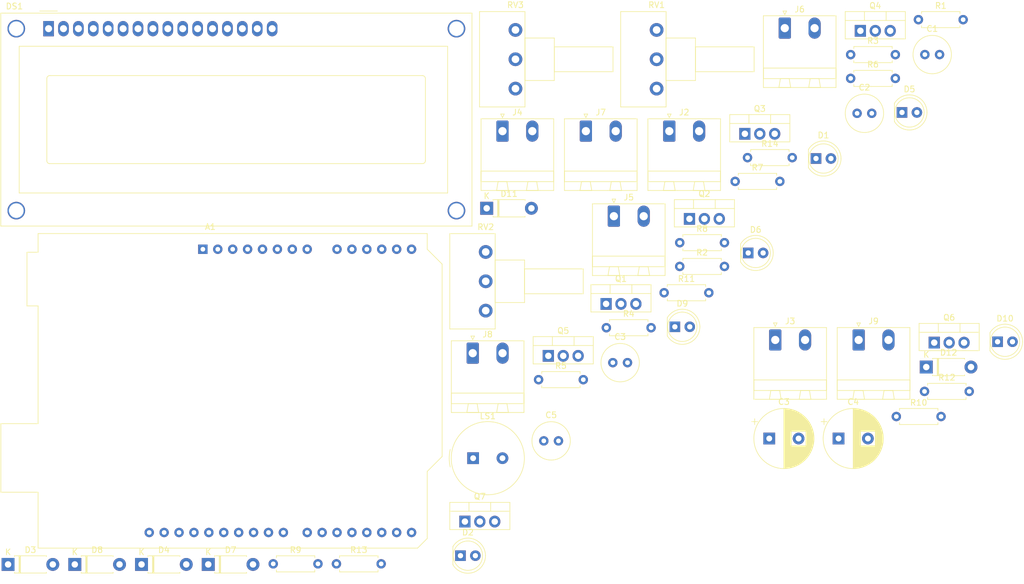
<source format=kicad_pcb>
(kicad_pcb (version 20200119) (host pcbnew "5.99.0-unknown-c7daca1~100~ubuntu18.04.1")

  (general
    (thickness 1.6)
    (drawings 0)
    (tracks 0)
    (modules 53)
    (nets 54)
  )

  (page "A4")
  (layers
    (0 "F.Cu" signal)
    (31 "B.Cu" signal)
    (32 "B.Adhes" user)
    (33 "F.Adhes" user)
    (34 "B.Paste" user)
    (35 "F.Paste" user)
    (36 "B.SilkS" user)
    (37 "F.SilkS" user)
    (38 "B.Mask" user)
    (39 "F.Mask" user)
    (40 "Dwgs.User" user)
    (41 "Cmts.User" user)
    (42 "Eco1.User" user)
    (43 "Eco2.User" user)
    (44 "Edge.Cuts" user)
    (45 "Margin" user)
    (46 "B.CrtYd" user)
    (47 "F.CrtYd" user)
    (48 "B.Fab" user)
    (49 "F.Fab" user)
  )

  (setup
    (last_trace_width 0.25)
    (trace_clearance 0.2)
    (zone_clearance 0.508)
    (zone_45_only no)
    (trace_min 0.2)
    (via_size 0.8)
    (via_drill 0.4)
    (via_min_size 0.4)
    (via_min_drill 0.3)
    (uvia_size 0.3)
    (uvia_drill 0.1)
    (uvias_allowed no)
    (uvia_min_size 0.2)
    (uvia_min_drill 0.1)
    (max_error 0.005)
    (defaults
      (edge_clearance 0)
      (edge_cuts_line_width 0.1)
      (courtyard_line_width 0.12)
      (copper_line_width 0.2)
      (copper_text_dims (size 1.5 1.5) (thickness 0.3) keep_upright)
      (silk_line_width 0.15)
      (silk_text_dims (size 1 1) (thickness 0.15) keep_upright)
      (other_layers_line_width 0.15)
      (other_layers_text_dims (size 1 1) (thickness 0.15) keep_upright)
      (dimension_units 0)
      (dimension_precision 1)
    )
    (pad_size 1.524 1.524)
    (pad_drill 0.762)
    (pad_to_mask_clearance 0)
    (aux_axis_origin 0 0)
    (visible_elements FFFFFF7F)
    (pcbplotparams
      (layerselection 0x010fc_ffffffff)
      (usegerberextensions false)
      (usegerberattributes false)
      (usegerberadvancedattributes false)
      (creategerberjobfile false)
      (excludeedgelayer true)
      (linewidth 0.100000)
      (plotframeref false)
      (viasonmask false)
      (mode 1)
      (useauxorigin false)
      (hpglpennumber 1)
      (hpglpenspeed 20)
      (hpglpendiameter 15.000000)
      (psnegative false)
      (psa4output false)
      (plotreference true)
      (plotvalue true)
      (plotinvisibletext false)
      (padsonsilk false)
      (subtractmaskfromsilk false)
      (outputformat 1)
      (mirror false)
      (drillshape 1)
      (scaleselection 1)
      (outputdirectory "")
    )
  )

  (net 0 "")
  (net 1 "/UART_TX")
  (net 2 "/UART_RX")
  (net 3 "Net-(A1-Pad30)")
  (net 4 "Net-(A1-Pad14)")
  (net 5 "GND")
  (net 6 "Net-(A1-Pad13)")
  (net 7 "/INS_CLOSE")
  (net 8 "/LCD_RS")
  (net 9 "/POT_2")
  (net 10 "/POT_1")
  (net 11 "/FILL")
  (net 12 "/POT_0")
  (net 13 "/INS_OPEN")
  (net 14 "+12V")
  (net 15 "/EXP_CLOSE")
  (net 16 "/BUZZER")
  (net 17 "/EXP_OPEN")
  (net 18 "+5V")
  (net 19 "+3V3")
  (net 20 "Net-(A1-Pad3)")
  (net 21 "Net-(A1-Pad2)")
  (net 22 "Net-(A1-Pad1)")
  (net 23 "Net-(A1-Pad31)")
  (net 24 "Net-(A1-Pad32)")
  (net 25 "Net-(D1-Pad2)")
  (net 26 "Net-(D2-Pad2)")
  (net 27 "Net-(D3-Pad2)")
  (net 28 "Net-(D4-Pad2)")
  (net 29 "Net-(D5-Pad2)")
  (net 30 "Net-(D6-Pad2)")
  (net 31 "Net-(D7-Pad2)")
  (net 32 "Net-(D8-Pad2)")
  (net 33 "Net-(D9-Pad2)")
  (net 34 "Net-(D10-Pad2)")
  (net 35 "Net-(DS1-Pad16)")
  (net 36 "Net-(DS1-Pad15)")
  (net 37 "Net-(DS1-Pad10)")
  (net 38 "Net-(DS1-Pad9)")
  (net 39 "Net-(DS1-Pad8)")
  (net 40 "Net-(DS1-Pad7)")
  (net 41 "Net-(DS1-Pad5)")
  (net 42 "Net-(DS1-Pad3)")
  (net 43 "Net-(LS1-Pad2)")
  (net 44 "Net-(LS1-Pad1)")
  (net 45 "/LCD_EN")
  (net 46 "/FILL_OPEN")
  (net 47 "/LCD_DIO7")
  (net 48 "/LCD_DIO6")
  (net 49 "/LCD_DIO5")
  (net 50 "/FILL_CLOSE")
  (net 51 "/LCD_DIO4")
  (net 52 "Net-(D11-Pad2)")
  (net 53 "Net-(D12-Pad2)")

  (net_class "Default" "This is the default net class."
    (clearance 0.2)
    (trace_width 0.25)
    (via_dia 0.8)
    (via_drill 0.4)
    (uvia_dia 0.3)
    (uvia_drill 0.1)
    (add_net "+12V")
    (add_net "+3V3")
    (add_net "+5V")
    (add_net "/BUZZER")
    (add_net "/EXP_CLOSE")
    (add_net "/EXP_OPEN")
    (add_net "/FILL")
    (add_net "/FILL_CLOSE")
    (add_net "/FILL_OPEN")
    (add_net "/INS_CLOSE")
    (add_net "/INS_OPEN")
    (add_net "/LCD_DIO4")
    (add_net "/LCD_DIO5")
    (add_net "/LCD_DIO6")
    (add_net "/LCD_DIO7")
    (add_net "/LCD_EN")
    (add_net "/LCD_RS")
    (add_net "/POT_0")
    (add_net "/POT_1")
    (add_net "/POT_2")
    (add_net "/UART_RX")
    (add_net "/UART_TX")
    (add_net "GND")
    (add_net "Net-(A1-Pad1)")
    (add_net "Net-(A1-Pad13)")
    (add_net "Net-(A1-Pad14)")
    (add_net "Net-(A1-Pad2)")
    (add_net "Net-(A1-Pad3)")
    (add_net "Net-(A1-Pad30)")
    (add_net "Net-(A1-Pad31)")
    (add_net "Net-(A1-Pad32)")
    (add_net "Net-(D1-Pad2)")
    (add_net "Net-(D10-Pad2)")
    (add_net "Net-(D11-Pad2)")
    (add_net "Net-(D12-Pad2)")
    (add_net "Net-(D2-Pad2)")
    (add_net "Net-(D3-Pad2)")
    (add_net "Net-(D4-Pad2)")
    (add_net "Net-(D5-Pad2)")
    (add_net "Net-(D6-Pad2)")
    (add_net "Net-(D7-Pad2)")
    (add_net "Net-(D8-Pad2)")
    (add_net "Net-(D9-Pad2)")
    (add_net "Net-(DS1-Pad10)")
    (add_net "Net-(DS1-Pad15)")
    (add_net "Net-(DS1-Pad16)")
    (add_net "Net-(DS1-Pad3)")
    (add_net "Net-(DS1-Pad5)")
    (add_net "Net-(DS1-Pad7)")
    (add_net "Net-(DS1-Pad8)")
    (add_net "Net-(DS1-Pad9)")
    (add_net "Net-(LS1-Pad1)")
    (add_net "Net-(LS1-Pad2)")
  )

  (module "Resistor_THT:R_Axial_DIN0207_L6.3mm_D2.5mm_P7.62mm_Horizontal" (layer "F.Cu") (tedit 5AE5139B) (tstamp 631e209a-5040-45be-9878-bf7d70c94fc2)
    (at 230.205354 120.22)
    (descr "Resistor, Axial_DIN0207 series, Axial, Horizontal, pin pitch=7.62mm, 0.25W = 1/4W, length*diameter=6.3*2.5mm^2, http://cdn-reichelt.de/documents/datenblatt/B400/1_4W%23YAG.pdf")
    (tags "Resistor Axial_DIN0207 series Axial Horizontal pin pitch 7.62mm 0.25W = 1/4W length 6.3mm diameter 2.5mm")
    (path "/00000000-0000-0000-0000-00005e7ea9f5")
    (fp_text reference "R12" (at 3.81 -2.37) (layer "F.SilkS")
      (effects (font (size 1 1) (thickness 0.15)))
    )
    (fp_text value "10K" (at 3.81 2.37) (layer "F.Fab")
      (effects (font (size 1 1) (thickness 0.15)))
    )
    (fp_line (start 0.66 -1.25) (end 0.66 1.25) (layer "F.Fab") (width 0.1))
    (fp_line (start 0.66 1.25) (end 6.96 1.25) (layer "F.Fab") (width 0.1))
    (fp_line (start 6.96 1.25) (end 6.96 -1.25) (layer "F.Fab") (width 0.1))
    (fp_line (start 6.96 -1.25) (end 0.66 -1.25) (layer "F.Fab") (width 0.1))
    (fp_line (start 0 0) (end 0.66 0) (layer "F.Fab") (width 0.1))
    (fp_line (start 7.62 0) (end 6.96 0) (layer "F.Fab") (width 0.1))
    (fp_line (start 0.54 -1.04) (end 0.54 -1.37) (layer "F.SilkS") (width 0.12))
    (fp_line (start 0.54 -1.37) (end 7.08 -1.37) (layer "F.SilkS") (width 0.12))
    (fp_line (start 7.08 -1.37) (end 7.08 -1.04) (layer "F.SilkS") (width 0.12))
    (fp_line (start 0.54 1.04) (end 0.54 1.37) (layer "F.SilkS") (width 0.12))
    (fp_line (start 0.54 1.37) (end 7.08 1.37) (layer "F.SilkS") (width 0.12))
    (fp_line (start 7.08 1.37) (end 7.08 1.04) (layer "F.SilkS") (width 0.12))
    (fp_line (start -1.05 -1.5) (end -1.05 1.5) (layer "F.CrtYd") (width 0.05))
    (fp_line (start -1.05 1.5) (end 8.67 1.5) (layer "F.CrtYd") (width 0.05))
    (fp_line (start 8.67 1.5) (end 8.67 -1.5) (layer "F.CrtYd") (width 0.05))
    (fp_line (start 8.67 -1.5) (end -1.05 -1.5) (layer "F.CrtYd") (width 0.05))
    (fp_text user "%R" (at 3.81 0) (layer "F.Fab")
      (effects (font (size 1 1) (thickness 0.15)))
    )
    (pad "2" thru_hole oval (at 7.62 0) (size 1.6 1.6) (drill 0.8) (layers *.Cu *.Mask)
      (net 5 "GND") (tstamp 03f102de-fa44-4c0d-ae8b-33b04e917cf1))
    (pad "1" thru_hole circle (at 0 0) (size 1.6 1.6) (drill 0.8) (layers *.Cu *.Mask)
      (net 46 "/FILL_OPEN") (tstamp 0d029bf2-d852-4c22-af78-834c3139e785))
    (model "${KISYS3DMOD}/Resistor_THT.3dshapes/R_Axial_DIN0207_L6.3mm_D2.5mm_P7.62mm_Horizontal.wrl"
      (at (xyz 0 0 0))
      (scale (xyz 1 1 1))
      (rotate (xyz 0 0 0))
    )
  )

  (module "Resistor_THT:R_Axial_DIN0207_L6.3mm_D2.5mm_P7.62mm_Horizontal" (layer "F.Cu") (tedit 5AE5139B) (tstamp 7a20ca73-37d8-45b5-a19d-6c5e3b5266fa)
    (at 225.405354 124.5)
    (descr "Resistor, Axial_DIN0207 series, Axial, Horizontal, pin pitch=7.62mm, 0.25W = 1/4W, length*diameter=6.3*2.5mm^2, http://cdn-reichelt.de/documents/datenblatt/B400/1_4W%23YAG.pdf")
    (tags "Resistor Axial_DIN0207 series Axial Horizontal pin pitch 7.62mm 0.25W = 1/4W length 6.3mm diameter 2.5mm")
    (path "/00000000-0000-0000-0000-00005e7ea9e6")
    (fp_text reference "R10" (at 3.81 -2.37) (layer "F.SilkS")
      (effects (font (size 1 1) (thickness 0.15)))
    )
    (fp_text value "1K" (at 3.81 2.37) (layer "F.Fab")
      (effects (font (size 1 1) (thickness 0.15)))
    )
    (fp_line (start 0.66 -1.25) (end 0.66 1.25) (layer "F.Fab") (width 0.1))
    (fp_line (start 0.66 1.25) (end 6.96 1.25) (layer "F.Fab") (width 0.1))
    (fp_line (start 6.96 1.25) (end 6.96 -1.25) (layer "F.Fab") (width 0.1))
    (fp_line (start 6.96 -1.25) (end 0.66 -1.25) (layer "F.Fab") (width 0.1))
    (fp_line (start 0 0) (end 0.66 0) (layer "F.Fab") (width 0.1))
    (fp_line (start 7.62 0) (end 6.96 0) (layer "F.Fab") (width 0.1))
    (fp_line (start 0.54 -1.04) (end 0.54 -1.37) (layer "F.SilkS") (width 0.12))
    (fp_line (start 0.54 -1.37) (end 7.08 -1.37) (layer "F.SilkS") (width 0.12))
    (fp_line (start 7.08 -1.37) (end 7.08 -1.04) (layer "F.SilkS") (width 0.12))
    (fp_line (start 0.54 1.04) (end 0.54 1.37) (layer "F.SilkS") (width 0.12))
    (fp_line (start 0.54 1.37) (end 7.08 1.37) (layer "F.SilkS") (width 0.12))
    (fp_line (start 7.08 1.37) (end 7.08 1.04) (layer "F.SilkS") (width 0.12))
    (fp_line (start -1.05 -1.5) (end -1.05 1.5) (layer "F.CrtYd") (width 0.05))
    (fp_line (start -1.05 1.5) (end 8.67 1.5) (layer "F.CrtYd") (width 0.05))
    (fp_line (start 8.67 1.5) (end 8.67 -1.5) (layer "F.CrtYd") (width 0.05))
    (fp_line (start 8.67 -1.5) (end -1.05 -1.5) (layer "F.CrtYd") (width 0.05))
    (fp_text user "%R" (at 3.81 0) (layer "F.Fab")
      (effects (font (size 1 1) (thickness 0.15)))
    )
    (pad "2" thru_hole oval (at 7.62 0) (size 1.6 1.6) (drill 0.8) (layers *.Cu *.Mask)
      (net 46 "/FILL_OPEN") (tstamp 03f102de-fa44-4c0d-ae8b-33b04e917cf1))
    (pad "1" thru_hole circle (at 0 0) (size 1.6 1.6) (drill 0.8) (layers *.Cu *.Mask)
      (net 34 "Net-(D10-Pad2)") (tstamp 0d029bf2-d852-4c22-af78-834c3139e785))
    (model "${KISYS3DMOD}/Resistor_THT.3dshapes/R_Axial_DIN0207_L6.3mm_D2.5mm_P7.62mm_Horizontal.wrl"
      (at (xyz 0 0 0))
      (scale (xyz 1 1 1))
      (rotate (xyz 0 0 0))
    )
  )

  (module "Package_TO_SOT_THT:TO-220-3_Vertical" (layer "F.Cu") (tedit 5AC8BA0D) (tstamp 86b968c5-33cf-402e-9565-22d0b3b0cff5)
    (at 231.865354 111.91)
    (descr "TO-220-3, Vertical, RM 2.54mm, see https://www.vishay.com/docs/66542/to-220-1.pdf")
    (tags "TO-220-3 Vertical RM 2.54mm")
    (path "/00000000-0000-0000-0000-00005e7eaa04")
    (fp_text reference "Q6" (at 2.54 -4.27) (layer "F.SilkS")
      (effects (font (size 1 1) (thickness 0.15)))
    )
    (fp_text value "IRLIZ44NPBF" (at 2.54 2.5) (layer "F.Fab")
      (effects (font (size 1 1) (thickness 0.15)))
    )
    (fp_line (start -2.46 -3.15) (end -2.46 1.25) (layer "F.Fab") (width 0.1))
    (fp_line (start -2.46 1.25) (end 7.54 1.25) (layer "F.Fab") (width 0.1))
    (fp_line (start 7.54 1.25) (end 7.54 -3.15) (layer "F.Fab") (width 0.1))
    (fp_line (start 7.54 -3.15) (end -2.46 -3.15) (layer "F.Fab") (width 0.1))
    (fp_line (start -2.46 -1.88) (end 7.54 -1.88) (layer "F.Fab") (width 0.1))
    (fp_line (start 0.69 -3.15) (end 0.69 -1.88) (layer "F.Fab") (width 0.1))
    (fp_line (start 4.39 -3.15) (end 4.39 -1.88) (layer "F.Fab") (width 0.1))
    (fp_line (start -2.58 -3.27) (end 7.66 -3.27) (layer "F.SilkS") (width 0.12))
    (fp_line (start -2.58 1.371) (end 7.66 1.371) (layer "F.SilkS") (width 0.12))
    (fp_line (start -2.58 -3.27) (end -2.58 1.371) (layer "F.SilkS") (width 0.12))
    (fp_line (start 7.66 -3.27) (end 7.66 1.371) (layer "F.SilkS") (width 0.12))
    (fp_line (start -2.58 -1.76) (end 7.66 -1.76) (layer "F.SilkS") (width 0.12))
    (fp_line (start 0.69 -3.27) (end 0.69 -1.76) (layer "F.SilkS") (width 0.12))
    (fp_line (start 4.391 -3.27) (end 4.391 -1.76) (layer "F.SilkS") (width 0.12))
    (fp_line (start -2.71 -3.4) (end -2.71 1.51) (layer "F.CrtYd") (width 0.05))
    (fp_line (start -2.71 1.51) (end 7.79 1.51) (layer "F.CrtYd") (width 0.05))
    (fp_line (start 7.79 1.51) (end 7.79 -3.4) (layer "F.CrtYd") (width 0.05))
    (fp_line (start 7.79 -3.4) (end -2.71 -3.4) (layer "F.CrtYd") (width 0.05))
    (fp_text user "%R" (at 2.54 -4.27) (layer "F.Fab")
      (effects (font (size 1 1) (thickness 0.15)))
    )
    (pad "3" thru_hole oval (at 5.08 0) (size 1.905 2) (drill 1.1) (layers *.Cu *.Mask)
      (net 5 "GND") (tstamp 7fb9cdd5-20cb-4239-b47a-e978a2c58f6c))
    (pad "2" thru_hole oval (at 2.54 0) (size 1.905 2) (drill 1.1) (layers *.Cu *.Mask)
      (net 53 "Net-(D12-Pad2)") (tstamp b740d508-d61b-4ab4-bcf5-2c37c0ea79e7))
    (pad "1" thru_hole rect (at 0 0) (size 1.905 2) (drill 1.1) (layers *.Cu *.Mask)
      (net 46 "/FILL_OPEN") (tstamp 9233b570-42fc-4081-8f09-79b3fbdfe0f1))
    (model "${KISYS3DMOD}/Package_TO_SOT_THT.3dshapes/TO-220-3_Vertical.wrl"
      (at (xyz 0 0 0))
      (scale (xyz 1 1 1))
      (rotate (xyz 0 0 0))
    )
  )

  (module "Connector_Phoenix_MSTB:PhoenixContact_MSTBA_2,5_2-G-5,08_1x02_P5.08mm_Horizontal" (layer "F.Cu") (tedit 5B785047) (tstamp 9eca044f-8c83-40a4-a123-c359a3828981)
    (at 218.985354 111.455)
    (descr "Generic Phoenix Contact connector footprint for: MSTBA_2,5/2-G-5,08; number of pins: 02; pin pitch: 5.08mm; Angled || order number: 1757242 12A || order number: 1923869 16A (HC)")
    (tags "phoenix_contact connector MSTBA_01x02_G_5.08mm")
    (path "/00000000-0000-0000-0000-00005e7eaa66")
    (fp_text reference "J9" (at 2.54 -3.2) (layer "F.SilkS")
      (effects (font (size 1 1) (thickness 0.15)))
    )
    (fp_text value "Conn_01x02" (at 2.54 11.2) (layer "F.Fab")
      (effects (font (size 1 1) (thickness 0.15)))
    )
    (fp_line (start -3.65 -2.11) (end -3.65 10.11) (layer "F.SilkS") (width 0.12))
    (fp_line (start -3.65 10.11) (end 8.73 10.11) (layer "F.SilkS") (width 0.12))
    (fp_line (start 8.73 10.11) (end 8.73 -2.11) (layer "F.SilkS") (width 0.12))
    (fp_line (start 8.73 -2.11) (end -3.65 -2.11) (layer "F.SilkS") (width 0.12))
    (fp_line (start -3.54 -2) (end -3.54 10) (layer "F.Fab") (width 0.1))
    (fp_line (start -3.54 10) (end 8.62 10) (layer "F.Fab") (width 0.1))
    (fp_line (start 8.62 10) (end 8.62 -2) (layer "F.Fab") (width 0.1))
    (fp_line (start 8.62 -2) (end -3.54 -2) (layer "F.Fab") (width 0.1))
    (fp_line (start -3.65 8.61) (end -3.65 6.81) (layer "F.SilkS") (width 0.12))
    (fp_line (start -3.65 6.81) (end 8.73 6.81) (layer "F.SilkS") (width 0.12))
    (fp_line (start 8.73 6.81) (end 8.73 8.61) (layer "F.SilkS") (width 0.12))
    (fp_line (start 8.73 8.61) (end -3.65 8.61) (layer "F.SilkS") (width 0.12))
    (fp_line (start -1 10.11) (end 1 10.11) (layer "F.SilkS") (width 0.12))
    (fp_line (start 1 10.11) (end 0.75 8.61) (layer "F.SilkS") (width 0.12))
    (fp_line (start 0.75 8.61) (end -0.75 8.61) (layer "F.SilkS") (width 0.12))
    (fp_line (start -0.75 8.61) (end -1 10.11) (layer "F.SilkS") (width 0.12))
    (fp_line (start 4.08 10.11) (end 6.08 10.11) (layer "F.SilkS") (width 0.12))
    (fp_line (start 6.08 10.11) (end 5.83 8.61) (layer "F.SilkS") (width 0.12))
    (fp_line (start 5.83 8.61) (end 4.33 8.61) (layer "F.SilkS") (width 0.12))
    (fp_line (start 4.33 8.61) (end 4.08 10.11) (layer "F.SilkS") (width 0.12))
    (fp_line (start -4.04 -2.5) (end -4.04 10.5) (layer "F.CrtYd") (width 0.05))
    (fp_line (start -4.04 10.5) (end 9.12 10.5) (layer "F.CrtYd") (width 0.05))
    (fp_line (start 9.12 10.5) (end 9.12 -2.5) (layer "F.CrtYd") (width 0.05))
    (fp_line (start 9.12 -2.5) (end -4.04 -2.5) (layer "F.CrtYd") (width 0.05))
    (fp_line (start 0.3 -2.91) (end 0 -2.31) (layer "F.SilkS") (width 0.12))
    (fp_line (start 0 -2.31) (end -0.3 -2.91) (layer "F.SilkS") (width 0.12))
    (fp_line (start -0.3 -2.91) (end 0.3 -2.91) (layer "F.SilkS") (width 0.12))
    (fp_line (start 0.95 -2) (end 0 -0.5) (layer "F.Fab") (width 0.1))
    (fp_line (start 0 -0.5) (end -0.95 -2) (layer "F.Fab") (width 0.1))
    (fp_text user "%R" (at 2.54 -1.3) (layer "F.Fab")
      (effects (font (size 1 1) (thickness 0.15)))
    )
    (pad "2" thru_hole oval (at 5.08 0) (size 2.08 3.6) (drill 1.4) (layers *.Cu *.Mask)
      (net 53 "Net-(D12-Pad2)") (tstamp 0a2aa31b-4ccc-4366-8925-c1f018a4c23b))
    (pad "1" thru_hole roundrect (at 0 0) (size 2.08 3.6) (drill 1.4) (layers *.Cu *.Mask) (roundrect_rratio 0.120192)
      (net 14 "+12V") (tstamp 4a42c041-1bdc-464a-acd1-3ba75f0fe218))
    (model "${KISYS3DMOD}/Connector_Phoenix_MSTB.3dshapes/PhoenixContact_MSTBA_2,5_2-G-5,08_1x02_P5.08mm_Horizontal.wrl"
      (at (xyz 0 0 0))
      (scale (xyz 1 1 1))
      (rotate (xyz 0 0 0))
    )
  )

  (module "Connector_Phoenix_MSTB:PhoenixContact_MSTBA_2,5_2-G-5,08_1x02_P5.08mm_Horizontal" (layer "F.Cu") (tedit 5B785047) (tstamp 94e144b7-5e61-4813-8cc9-239a21da397b)
    (at 204.775354 111.455)
    (descr "Generic Phoenix Contact connector footprint for: MSTBA_2,5/2-G-5,08; number of pins: 02; pin pitch: 5.08mm; Angled || order number: 1757242 12A || order number: 1923869 16A (HC)")
    (tags "phoenix_contact connector MSTBA_01x02_G_5.08mm")
    (path "/00000000-0000-0000-0000-00005e7ce0cd")
    (fp_text reference "J3" (at 2.54 -3.2) (layer "F.SilkS")
      (effects (font (size 1 1) (thickness 0.15)))
    )
    (fp_text value "Conn_01x02" (at 2.54 11.2) (layer "F.Fab")
      (effects (font (size 1 1) (thickness 0.15)))
    )
    (fp_line (start -3.65 -2.11) (end -3.65 10.11) (layer "F.SilkS") (width 0.12))
    (fp_line (start -3.65 10.11) (end 8.73 10.11) (layer "F.SilkS") (width 0.12))
    (fp_line (start 8.73 10.11) (end 8.73 -2.11) (layer "F.SilkS") (width 0.12))
    (fp_line (start 8.73 -2.11) (end -3.65 -2.11) (layer "F.SilkS") (width 0.12))
    (fp_line (start -3.54 -2) (end -3.54 10) (layer "F.Fab") (width 0.1))
    (fp_line (start -3.54 10) (end 8.62 10) (layer "F.Fab") (width 0.1))
    (fp_line (start 8.62 10) (end 8.62 -2) (layer "F.Fab") (width 0.1))
    (fp_line (start 8.62 -2) (end -3.54 -2) (layer "F.Fab") (width 0.1))
    (fp_line (start -3.65 8.61) (end -3.65 6.81) (layer "F.SilkS") (width 0.12))
    (fp_line (start -3.65 6.81) (end 8.73 6.81) (layer "F.SilkS") (width 0.12))
    (fp_line (start 8.73 6.81) (end 8.73 8.61) (layer "F.SilkS") (width 0.12))
    (fp_line (start 8.73 8.61) (end -3.65 8.61) (layer "F.SilkS") (width 0.12))
    (fp_line (start -1 10.11) (end 1 10.11) (layer "F.SilkS") (width 0.12))
    (fp_line (start 1 10.11) (end 0.75 8.61) (layer "F.SilkS") (width 0.12))
    (fp_line (start 0.75 8.61) (end -0.75 8.61) (layer "F.SilkS") (width 0.12))
    (fp_line (start -0.75 8.61) (end -1 10.11) (layer "F.SilkS") (width 0.12))
    (fp_line (start 4.08 10.11) (end 6.08 10.11) (layer "F.SilkS") (width 0.12))
    (fp_line (start 6.08 10.11) (end 5.83 8.61) (layer "F.SilkS") (width 0.12))
    (fp_line (start 5.83 8.61) (end 4.33 8.61) (layer "F.SilkS") (width 0.12))
    (fp_line (start 4.33 8.61) (end 4.08 10.11) (layer "F.SilkS") (width 0.12))
    (fp_line (start -4.04 -2.5) (end -4.04 10.5) (layer "F.CrtYd") (width 0.05))
    (fp_line (start -4.04 10.5) (end 9.12 10.5) (layer "F.CrtYd") (width 0.05))
    (fp_line (start 9.12 10.5) (end 9.12 -2.5) (layer "F.CrtYd") (width 0.05))
    (fp_line (start 9.12 -2.5) (end -4.04 -2.5) (layer "F.CrtYd") (width 0.05))
    (fp_line (start 0.3 -2.91) (end 0 -2.31) (layer "F.SilkS") (width 0.12))
    (fp_line (start 0 -2.31) (end -0.3 -2.91) (layer "F.SilkS") (width 0.12))
    (fp_line (start -0.3 -2.91) (end 0.3 -2.91) (layer "F.SilkS") (width 0.12))
    (fp_line (start 0.95 -2) (end 0 -0.5) (layer "F.Fab") (width 0.1))
    (fp_line (start 0 -0.5) (end -0.95 -2) (layer "F.Fab") (width 0.1))
    (fp_text user "%R" (at 2.54 -1.3) (layer "F.Fab")
      (effects (font (size 1 1) (thickness 0.15)))
    )
    (pad "2" thru_hole oval (at 5.08 0) (size 2.08 3.6) (drill 1.4) (layers *.Cu *.Mask)
      (net 4 "Net-(A1-Pad14)") (tstamp 0a2aa31b-4ccc-4366-8925-c1f018a4c23b))
    (pad "1" thru_hole roundrect (at 0 0) (size 2.08 3.6) (drill 1.4) (layers *.Cu *.Mask) (roundrect_rratio 0.120192)
      (net 6 "Net-(A1-Pad13)") (tstamp 4a42c041-1bdc-464a-acd1-3ba75f0fe218))
    (model "${KISYS3DMOD}/Connector_Phoenix_MSTB.3dshapes/PhoenixContact_MSTBA_2,5_2-G-5,08_1x02_P5.08mm_Horizontal.wrl"
      (at (xyz 0 0 0))
      (scale (xyz 1 1 1))
      (rotate (xyz 0 0 0))
    )
  )

  (module "Diode_THT:D_DO-41_SOD81_P7.62mm_Horizontal" (layer "F.Cu") (tedit 5AE50CD5) (tstamp 85d0b9ec-a2e2-407b-80e5-056f7158cc07)
    (at 230.505354 116.07)
    (descr "Diode, DO-41_SOD81 series, Axial, Horizontal, pin pitch=7.62mm, , length*diameter=5.2*2.7mm^2, , http://www.diodes.com/_files/packages/DO-41%20(Plastic).pdf")
    (tags "Diode DO-41_SOD81 series Axial Horizontal pin pitch 7.62mm  length 5.2mm diameter 2.7mm")
    (path "/00000000-0000-0000-0000-00005e7eaa57")
    (fp_text reference "D12" (at 3.81 -2.47) (layer "F.SilkS")
      (effects (font (size 1 1) (thickness 0.15)))
    )
    (fp_text value "1N4004" (at 3.81 2.47) (layer "F.Fab")
      (effects (font (size 1 1) (thickness 0.15)))
    )
    (fp_line (start 1.21 -1.35) (end 1.21 1.35) (layer "F.Fab") (width 0.1))
    (fp_line (start 1.21 1.35) (end 6.41 1.35) (layer "F.Fab") (width 0.1))
    (fp_line (start 6.41 1.35) (end 6.41 -1.35) (layer "F.Fab") (width 0.1))
    (fp_line (start 6.41 -1.35) (end 1.21 -1.35) (layer "F.Fab") (width 0.1))
    (fp_line (start 0 0) (end 1.21 0) (layer "F.Fab") (width 0.1))
    (fp_line (start 7.62 0) (end 6.41 0) (layer "F.Fab") (width 0.1))
    (fp_line (start 1.99 -1.35) (end 1.99 1.35) (layer "F.Fab") (width 0.1))
    (fp_line (start 2.09 -1.35) (end 2.09 1.35) (layer "F.Fab") (width 0.1))
    (fp_line (start 1.89 -1.35) (end 1.89 1.35) (layer "F.Fab") (width 0.1))
    (fp_line (start 1.09 -1.34) (end 1.09 -1.47) (layer "F.SilkS") (width 0.12))
    (fp_line (start 1.09 -1.47) (end 6.53 -1.47) (layer "F.SilkS") (width 0.12))
    (fp_line (start 6.53 -1.47) (end 6.53 -1.34) (layer "F.SilkS") (width 0.12))
    (fp_line (start 1.09 1.34) (end 1.09 1.47) (layer "F.SilkS") (width 0.12))
    (fp_line (start 1.09 1.47) (end 6.53 1.47) (layer "F.SilkS") (width 0.12))
    (fp_line (start 6.53 1.47) (end 6.53 1.34) (layer "F.SilkS") (width 0.12))
    (fp_line (start 1.99 -1.47) (end 1.99 1.47) (layer "F.SilkS") (width 0.12))
    (fp_line (start 2.11 -1.47) (end 2.11 1.47) (layer "F.SilkS") (width 0.12))
    (fp_line (start 1.87 -1.47) (end 1.87 1.47) (layer "F.SilkS") (width 0.12))
    (fp_line (start -1.35 -1.6) (end -1.35 1.6) (layer "F.CrtYd") (width 0.05))
    (fp_line (start -1.35 1.6) (end 8.97 1.6) (layer "F.CrtYd") (width 0.05))
    (fp_line (start 8.97 1.6) (end 8.97 -1.6) (layer "F.CrtYd") (width 0.05))
    (fp_line (start 8.97 -1.6) (end -1.35 -1.6) (layer "F.CrtYd") (width 0.05))
    (fp_text user "%R" (at 4.2 0) (layer "F.Fab")
      (effects (font (size 1 1) (thickness 0.15)))
    )
    (fp_text user "K" (at 0 -2.1) (layer "F.Fab")
      (effects (font (size 1 1) (thickness 0.15)))
    )
    (fp_text user "K" (at 0 -2.1) (layer "F.SilkS")
      (effects (font (size 1 1) (thickness 0.15)))
    )
    (pad "2" thru_hole oval (at 7.62 0) (size 2.2 2.2) (drill 1.1) (layers *.Cu *.Mask)
      (net 53 "Net-(D12-Pad2)") (tstamp 09347db0-8795-407f-a23b-1a811697d2b4))
    (pad "1" thru_hole rect (at 0 0) (size 2.2 2.2) (drill 1.1) (layers *.Cu *.Mask)
      (net 14 "+12V") (tstamp aa8a5097-a09a-4d25-83bd-13102cce53fe))
    (model "${KISYS3DMOD}/Diode_THT.3dshapes/D_DO-41_SOD81_P7.62mm_Horizontal.wrl"
      (at (xyz 0 0 0))
      (scale (xyz 1 1 1))
      (rotate (xyz 0 0 0))
    )
  )

  (module "LED_THT:LED_D5.0mm" (layer "F.Cu") (tedit 5995936A) (tstamp 7b0467af-ce0a-421a-bec1-f5057b887895)
    (at 242.655354 111.76)
    (descr "LED, diameter 5.0mm, 2 pins, http://cdn-reichelt.de/documents/datenblatt/A500/LL-504BC2E-009.pdf")
    (tags "LED diameter 5.0mm 2 pins")
    (path "/00000000-0000-0000-0000-00005e7eaa1b")
    (fp_text reference "D10" (at 1.27 -3.96) (layer "F.SilkS")
      (effects (font (size 1 1) (thickness 0.15)))
    )
    (fp_text value "LED" (at 1.27 3.96) (layer "F.Fab")
      (effects (font (size 1 1) (thickness 0.15)))
    )
    (fp_arc (start 1.27 0) (end -1.23 -1.469694) (angle 299.1) (layer "F.Fab") (width 0.1))
    (fp_arc (start 1.27 0) (end -1.29 -1.54483) (angle 148.9) (layer "F.SilkS") (width 0.12))
    (fp_arc (start 1.27 0) (end -1.29 1.54483) (angle -148.9) (layer "F.SilkS") (width 0.12))
    (fp_circle (center 1.27 0) (end 3.77 0) (layer "F.Fab") (width 0.1))
    (fp_circle (center 1.27 0) (end 3.77 0) (layer "F.SilkS") (width 0.12))
    (fp_line (start -1.23 -1.469694) (end -1.23 1.469694) (layer "F.Fab") (width 0.1))
    (fp_line (start -1.29 -1.545) (end -1.29 1.545) (layer "F.SilkS") (width 0.12))
    (fp_line (start -1.95 -3.25) (end -1.95 3.25) (layer "F.CrtYd") (width 0.05))
    (fp_line (start -1.95 3.25) (end 4.5 3.25) (layer "F.CrtYd") (width 0.05))
    (fp_line (start 4.5 3.25) (end 4.5 -3.25) (layer "F.CrtYd") (width 0.05))
    (fp_line (start 4.5 -3.25) (end -1.95 -3.25) (layer "F.CrtYd") (width 0.05))
    (fp_text user "%R" (at 1.25 0) (layer "F.Fab")
      (effects (font (size 0.8 0.8) (thickness 0.2)))
    )
    (pad "2" thru_hole circle (at 2.54 0) (size 1.8 1.8) (drill 0.9) (layers *.Cu *.Mask)
      (net 34 "Net-(D10-Pad2)") (tstamp eda84c72-f739-4898-b6ca-b9c1f0afa0ff))
    (pad "1" thru_hole rect (at 0 0) (size 1.8 1.8) (drill 0.9) (layers *.Cu *.Mask)
      (net 5 "GND") (tstamp b8128988-3d3e-49c1-99bf-12858481958b))
    (model "${KISYS3DMOD}/LED_THT.3dshapes/LED_D5.0mm.wrl"
      (at (xyz 0 0 0))
      (scale (xyz 1 1 1))
      (rotate (xyz 0 0 0))
    )
  )

  (module "Capacitor_THT:CP_Radial_D10.0mm_P5.00mm" (layer "F.Cu") (tedit 5AE50EF1) (tstamp eb726d01-8765-4c4a-99eb-c75cc3bc7fd0)
    (at 215.56 128.25)
    (descr "CP, Radial series, Radial, pin pitch=5.00mm, , diameter=10mm, Electrolytic Capacitor")
    (tags "CP Radial series Radial pin pitch 5.00mm  diameter 10mm Electrolytic Capacitor")
    (path "/00000000-0000-0000-0000-00005e8941db")
    (fp_text reference "C4" (at 2.5 -6.25) (layer "F.SilkS")
      (effects (font (size 1 1) (thickness 0.15)))
    )
    (fp_text value "680uF 25V" (at 2.5 6.25) (layer "F.Fab")
      (effects (font (size 1 1) (thickness 0.15)))
    )
    (fp_circle (center 2.5 0) (end 7.5 0) (layer "F.Fab") (width 0.1))
    (fp_circle (center 2.5 0) (end 7.62 0) (layer "F.SilkS") (width 0.12))
    (fp_circle (center 2.5 0) (end 7.75 0) (layer "F.CrtYd") (width 0.05))
    (fp_line (start -1.788861 -2.1875) (end -0.788861 -2.1875) (layer "F.Fab") (width 0.1))
    (fp_line (start -1.288861 -2.6875) (end -1.288861 -1.6875) (layer "F.Fab") (width 0.1))
    (fp_line (start 2.5 -5.08) (end 2.5 5.08) (layer "F.SilkS") (width 0.12))
    (fp_line (start 2.54 -5.08) (end 2.54 5.08) (layer "F.SilkS") (width 0.12))
    (fp_line (start 2.58 -5.08) (end 2.58 5.08) (layer "F.SilkS") (width 0.12))
    (fp_line (start 2.62 -5.079) (end 2.62 5.079) (layer "F.SilkS") (width 0.12))
    (fp_line (start 2.66 -5.078) (end 2.66 5.078) (layer "F.SilkS") (width 0.12))
    (fp_line (start 2.7 -5.077) (end 2.7 5.077) (layer "F.SilkS") (width 0.12))
    (fp_line (start 2.74 -5.075) (end 2.74 5.075) (layer "F.SilkS") (width 0.12))
    (fp_line (start 2.78 -5.073) (end 2.78 5.073) (layer "F.SilkS") (width 0.12))
    (fp_line (start 2.82 -5.07) (end 2.82 5.07) (layer "F.SilkS") (width 0.12))
    (fp_line (start 2.86 -5.068) (end 2.86 5.068) (layer "F.SilkS") (width 0.12))
    (fp_line (start 2.9 -5.065) (end 2.9 5.065) (layer "F.SilkS") (width 0.12))
    (fp_line (start 2.94 -5.062) (end 2.94 5.062) (layer "F.SilkS") (width 0.12))
    (fp_line (start 2.98 -5.058) (end 2.98 5.058) (layer "F.SilkS") (width 0.12))
    (fp_line (start 3.02 -5.054) (end 3.02 5.054) (layer "F.SilkS") (width 0.12))
    (fp_line (start 3.06 -5.05) (end 3.06 5.05) (layer "F.SilkS") (width 0.12))
    (fp_line (start 3.1 -5.045) (end 3.1 5.045) (layer "F.SilkS") (width 0.12))
    (fp_line (start 3.14 -5.04) (end 3.14 5.04) (layer "F.SilkS") (width 0.12))
    (fp_line (start 3.18 -5.035) (end 3.18 5.035) (layer "F.SilkS") (width 0.12))
    (fp_line (start 3.221 -5.03) (end 3.221 5.03) (layer "F.SilkS") (width 0.12))
    (fp_line (start 3.261 -5.024) (end 3.261 5.024) (layer "F.SilkS") (width 0.12))
    (fp_line (start 3.301 -5.018) (end 3.301 5.018) (layer "F.SilkS") (width 0.12))
    (fp_line (start 3.341 -5.011) (end 3.341 5.011) (layer "F.SilkS") (width 0.12))
    (fp_line (start 3.381 -5.004) (end 3.381 5.004) (layer "F.SilkS") (width 0.12))
    (fp_line (start 3.421 -4.997) (end 3.421 4.997) (layer "F.SilkS") (width 0.12))
    (fp_line (start 3.461 -4.99) (end 3.461 4.99) (layer "F.SilkS") (width 0.12))
    (fp_line (start 3.501 -4.982) (end 3.501 4.982) (layer "F.SilkS") (width 0.12))
    (fp_line (start 3.541 -4.974) (end 3.541 4.974) (layer "F.SilkS") (width 0.12))
    (fp_line (start 3.581 -4.965) (end 3.581 4.965) (layer "F.SilkS") (width 0.12))
    (fp_line (start 3.621 -4.956) (end 3.621 4.956) (layer "F.SilkS") (width 0.12))
    (fp_line (start 3.661 -4.947) (end 3.661 4.947) (layer "F.SilkS") (width 0.12))
    (fp_line (start 3.701 -4.938) (end 3.701 4.938) (layer "F.SilkS") (width 0.12))
    (fp_line (start 3.741 -4.928) (end 3.741 4.928) (layer "F.SilkS") (width 0.12))
    (fp_line (start 3.781 -4.918) (end 3.781 -1.241) (layer "F.SilkS") (width 0.12))
    (fp_line (start 3.781 1.241) (end 3.781 4.918) (layer "F.SilkS") (width 0.12))
    (fp_line (start 3.821 -4.907) (end 3.821 -1.241) (layer "F.SilkS") (width 0.12))
    (fp_line (start 3.821 1.241) (end 3.821 4.907) (layer "F.SilkS") (width 0.12))
    (fp_line (start 3.861 -4.897) (end 3.861 -1.241) (layer "F.SilkS") (width 0.12))
    (fp_line (start 3.861 1.241) (end 3.861 4.897) (layer "F.SilkS") (width 0.12))
    (fp_line (start 3.901 -4.885) (end 3.901 -1.241) (layer "F.SilkS") (width 0.12))
    (fp_line (start 3.901 1.241) (end 3.901 4.885) (layer "F.SilkS") (width 0.12))
    (fp_line (start 3.941 -4.874) (end 3.941 -1.241) (layer "F.SilkS") (width 0.12))
    (fp_line (start 3.941 1.241) (end 3.941 4.874) (layer "F.SilkS") (width 0.12))
    (fp_line (start 3.981 -4.862) (end 3.981 -1.241) (layer "F.SilkS") (width 0.12))
    (fp_line (start 3.981 1.241) (end 3.981 4.862) (layer "F.SilkS") (width 0.12))
    (fp_line (start 4.021 -4.85) (end 4.021 -1.241) (layer "F.SilkS") (width 0.12))
    (fp_line (start 4.021 1.241) (end 4.021 4.85) (layer "F.SilkS") (width 0.12))
    (fp_line (start 4.061 -4.837) (end 4.061 -1.241) (layer "F.SilkS") (width 0.12))
    (fp_line (start 4.061 1.241) (end 4.061 4.837) (layer "F.SilkS") (width 0.12))
    (fp_line (start 4.101 -4.824) (end 4.101 -1.241) (layer "F.SilkS") (width 0.12))
    (fp_line (start 4.101 1.241) (end 4.101 4.824) (layer "F.SilkS") (width 0.12))
    (fp_line (start 4.141 -4.811) (end 4.141 -1.241) (layer "F.SilkS") (width 0.12))
    (fp_line (start 4.141 1.241) (end 4.141 4.811) (layer "F.SilkS") (width 0.12))
    (fp_line (start 4.181 -4.797) (end 4.181 -1.241) (layer "F.SilkS") (width 0.12))
    (fp_line (start 4.181 1.241) (end 4.181 4.797) (layer "F.SilkS") (width 0.12))
    (fp_line (start 4.221 -4.783) (end 4.221 -1.241) (layer "F.SilkS") (width 0.12))
    (fp_line (start 4.221 1.241) (end 4.221 4.783) (layer "F.SilkS") (width 0.12))
    (fp_line (start 4.261 -4.768) (end 4.261 -1.241) (layer "F.SilkS") (width 0.12))
    (fp_line (start 4.261 1.241) (end 4.261 4.768) (layer "F.SilkS") (width 0.12))
    (fp_line (start 4.301 -4.754) (end 4.301 -1.241) (layer "F.SilkS") (width 0.12))
    (fp_line (start 4.301 1.241) (end 4.301 4.754) (layer "F.SilkS") (width 0.12))
    (fp_line (start 4.341 -4.738) (end 4.341 -1.241) (layer "F.SilkS") (width 0.12))
    (fp_line (start 4.341 1.241) (end 4.341 4.738) (layer "F.SilkS") (width 0.12))
    (fp_line (start 4.381 -4.723) (end 4.381 -1.241) (layer "F.SilkS") (width 0.12))
    (fp_line (start 4.381 1.241) (end 4.381 4.723) (layer "F.SilkS") (width 0.12))
    (fp_line (start 4.421 -4.707) (end 4.421 -1.241) (layer "F.SilkS") (width 0.12))
    (fp_line (start 4.421 1.241) (end 4.421 4.707) (layer "F.SilkS") (width 0.12))
    (fp_line (start 4.461 -4.69) (end 4.461 -1.241) (layer "F.SilkS") (width 0.12))
    (fp_line (start 4.461 1.241) (end 4.461 4.69) (layer "F.SilkS") (width 0.12))
    (fp_line (start 4.501 -4.674) (end 4.501 -1.241) (layer "F.SilkS") (width 0.12))
    (fp_line (start 4.501 1.241) (end 4.501 4.674) (layer "F.SilkS") (width 0.12))
    (fp_line (start 4.541 -4.657) (end 4.541 -1.241) (layer "F.SilkS") (width 0.12))
    (fp_line (start 4.541 1.241) (end 4.541 4.657) (layer "F.SilkS") (width 0.12))
    (fp_line (start 4.581 -4.639) (end 4.581 -1.241) (layer "F.SilkS") (width 0.12))
    (fp_line (start 4.581 1.241) (end 4.581 4.639) (layer "F.SilkS") (width 0.12))
    (fp_line (start 4.621 -4.621) (end 4.621 -1.241) (layer "F.SilkS") (width 0.12))
    (fp_line (start 4.621 1.241) (end 4.621 4.621) (layer "F.SilkS") (width 0.12))
    (fp_line (start 4.661 -4.603) (end 4.661 -1.241) (layer "F.SilkS") (width 0.12))
    (fp_line (start 4.661 1.241) (end 4.661 4.603) (layer "F.SilkS") (width 0.12))
    (fp_line (start 4.701 -4.584) (end 4.701 -1.241) (layer "F.SilkS") (width 0.12))
    (fp_line (start 4.701 1.241) (end 4.701 4.584) (layer "F.SilkS") (width 0.12))
    (fp_line (start 4.741 -4.564) (end 4.741 -1.241) (layer "F.SilkS") (width 0.12))
    (fp_line (start 4.741 1.241) (end 4.741 4.564) (layer "F.SilkS") (width 0.12))
    (fp_line (start 4.781 -4.545) (end 4.781 -1.241) (layer "F.SilkS") (width 0.12))
    (fp_line (start 4.781 1.241) (end 4.781 4.545) (layer "F.SilkS") (width 0.12))
    (fp_line (start 4.821 -4.525) (end 4.821 -1.241) (layer "F.SilkS") (width 0.12))
    (fp_line (start 4.821 1.241) (end 4.821 4.525) (layer "F.SilkS") (width 0.12))
    (fp_line (start 4.861 -4.504) (end 4.861 -1.241) (layer "F.SilkS") (width 0.12))
    (fp_line (start 4.861 1.241) (end 4.861 4.504) (layer "F.SilkS") (width 0.12))
    (fp_line (start 4.901 -4.483) (end 4.901 -1.241) (layer "F.SilkS") (width 0.12))
    (fp_line (start 4.901 1.241) (end 4.901 4.483) (layer "F.SilkS") (width 0.12))
    (fp_line (start 4.941 -4.462) (end 4.941 -1.241) (layer "F.SilkS") (width 0.12))
    (fp_line (start 4.941 1.241) (end 4.941 4.462) (layer "F.SilkS") (width 0.12))
    (fp_line (start 4.981 -4.44) (end 4.981 -1.241) (layer "F.SilkS") (width 0.12))
    (fp_line (start 4.981 1.241) (end 4.981 4.44) (layer "F.SilkS") (width 0.12))
    (fp_line (start 5.021 -4.417) (end 5.021 -1.241) (layer "F.SilkS") (width 0.12))
    (fp_line (start 5.021 1.241) (end 5.021 4.417) (layer "F.SilkS") (width 0.12))
    (fp_line (start 5.061 -4.395) (end 5.061 -1.241) (layer "F.SilkS") (width 0.12))
    (fp_line (start 5.061 1.241) (end 5.061 4.395) (layer "F.SilkS") (width 0.12))
    (fp_line (start 5.101 -4.371) (end 5.101 -1.241) (layer "F.SilkS") (width 0.12))
    (fp_line (start 5.101 1.241) (end 5.101 4.371) (layer "F.SilkS") (width 0.12))
    (fp_line (start 5.141 -4.347) (end 5.141 -1.241) (layer "F.SilkS") (width 0.12))
    (fp_line (start 5.141 1.241) (end 5.141 4.347) (layer "F.SilkS") (width 0.12))
    (fp_line (start 5.181 -4.323) (end 5.181 -1.241) (layer "F.SilkS") (width 0.12))
    (fp_line (start 5.181 1.241) (end 5.181 4.323) (layer "F.SilkS") (width 0.12))
    (fp_line (start 5.221 -4.298) (end 5.221 -1.241) (layer "F.SilkS") (width 0.12))
    (fp_line (start 5.221 1.241) (end 5.221 4.298) (layer "F.SilkS") (width 0.12))
    (fp_line (start 5.261 -4.273) (end 5.261 -1.241) (layer "F.SilkS") (width 0.12))
    (fp_line (start 5.261 1.241) (end 5.261 4.273) (layer "F.SilkS") (width 0.12))
    (fp_line (start 5.301 -4.247) (end 5.301 -1.241) (layer "F.SilkS") (width 0.12))
    (fp_line (start 5.301 1.241) (end 5.301 4.247) (layer "F.SilkS") (width 0.12))
    (fp_line (start 5.341 -4.221) (end 5.341 -1.241) (layer "F.SilkS") (width 0.12))
    (fp_line (start 5.341 1.241) (end 5.341 4.221) (layer "F.SilkS") (width 0.12))
    (fp_line (start 5.381 -4.194) (end 5.381 -1.241) (layer "F.SilkS") (width 0.12))
    (fp_line (start 5.381 1.241) (end 5.381 4.194) (layer "F.SilkS") (width 0.12))
    (fp_line (start 5.421 -4.166) (end 5.421 -1.241) (layer "F.SilkS") (width 0.12))
    (fp_line (start 5.421 1.241) (end 5.421 4.166) (layer "F.SilkS") (width 0.12))
    (fp_line (start 5.461 -4.138) (end 5.461 -1.241) (layer "F.SilkS") (width 0.12))
    (fp_line (start 5.461 1.241) (end 5.461 4.138) (layer "F.SilkS") (width 0.12))
    (fp_line (start 5.501 -4.11) (end 5.501 -1.241) (layer "F.SilkS") (width 0.12))
    (fp_line (start 5.501 1.241) (end 5.501 4.11) (layer "F.SilkS") (width 0.12))
    (fp_line (start 5.541 -4.08) (end 5.541 -1.241) (layer "F.SilkS") (width 0.12))
    (fp_line (start 5.541 1.241) (end 5.541 4.08) (layer "F.SilkS") (width 0.12))
    (fp_line (start 5.581 -4.05) (end 5.581 -1.241) (layer "F.SilkS") (width 0.12))
    (fp_line (start 5.581 1.241) (end 5.581 4.05) (layer "F.SilkS") (width 0.12))
    (fp_line (start 5.621 -4.02) (end 5.621 -1.241) (layer "F.SilkS") (width 0.12))
    (fp_line (start 5.621 1.241) (end 5.621 4.02) (layer "F.SilkS") (width 0.12))
    (fp_line (start 5.661 -3.989) (end 5.661 -1.241) (layer "F.SilkS") (width 0.12))
    (fp_line (start 5.661 1.241) (end 5.661 3.989) (layer "F.SilkS") (width 0.12))
    (fp_line (start 5.701 -3.957) (end 5.701 -1.241) (layer "F.SilkS") (width 0.12))
    (fp_line (start 5.701 1.241) (end 5.701 3.957) (layer "F.SilkS") (width 0.12))
    (fp_line (start 5.741 -3.925) (end 5.741 -1.241) (layer "F.SilkS") (width 0.12))
    (fp_line (start 5.741 1.241) (end 5.741 3.925) (layer "F.SilkS") (width 0.12))
    (fp_line (start 5.781 -3.892) (end 5.781 -1.241) (layer "F.SilkS") (width 0.12))
    (fp_line (start 5.781 1.241) (end 5.781 3.892) (layer "F.SilkS") (width 0.12))
    (fp_line (start 5.821 -3.858) (end 5.821 -1.241) (layer "F.SilkS") (width 0.12))
    (fp_line (start 5.821 1.241) (end 5.821 3.858) (layer "F.SilkS") (width 0.12))
    (fp_line (start 5.861 -3.824) (end 5.861 -1.241) (layer "F.SilkS") (width 0.12))
    (fp_line (start 5.861 1.241) (end 5.861 3.824) (layer "F.SilkS") (width 0.12))
    (fp_line (start 5.901 -3.789) (end 5.901 -1.241) (layer "F.SilkS") (width 0.12))
    (fp_line (start 5.901 1.241) (end 5.901 3.789) (layer "F.SilkS") (width 0.12))
    (fp_line (start 5.941 -3.753) (end 5.941 -1.241) (layer "F.SilkS") (width 0.12))
    (fp_line (start 5.941 1.241) (end 5.941 3.753) (layer "F.SilkS") (width 0.12))
    (fp_line (start 5.981 -3.716) (end 5.981 -1.241) (layer "F.SilkS") (width 0.12))
    (fp_line (start 5.981 1.241) (end 5.981 3.716) (layer "F.SilkS") (width 0.12))
    (fp_line (start 6.021 -3.679) (end 6.021 -1.241) (layer "F.SilkS") (width 0.12))
    (fp_line (start 6.021 1.241) (end 6.021 3.679) (layer "F.SilkS") (width 0.12))
    (fp_line (start 6.061 -3.64) (end 6.061 -1.241) (layer "F.SilkS") (width 0.12))
    (fp_line (start 6.061 1.241) (end 6.061 3.64) (layer "F.SilkS") (width 0.12))
    (fp_line (start 6.101 -3.601) (end 6.101 -1.241) (layer "F.SilkS") (width 0.12))
    (fp_line (start 6.101 1.241) (end 6.101 3.601) (layer "F.SilkS") (width 0.12))
    (fp_line (start 6.141 -3.561) (end 6.141 -1.241) (layer "F.SilkS") (width 0.12))
    (fp_line (start 6.141 1.241) (end 6.141 3.561) (layer "F.SilkS") (width 0.12))
    (fp_line (start 6.181 -3.52) (end 6.181 -1.241) (layer "F.SilkS") (width 0.12))
    (fp_line (start 6.181 1.241) (end 6.181 3.52) (layer "F.SilkS") (width 0.12))
    (fp_line (start 6.221 -3.478) (end 6.221 -1.241) (layer "F.SilkS") (width 0.12))
    (fp_line (start 6.221 1.241) (end 6.221 3.478) (layer "F.SilkS") (width 0.12))
    (fp_line (start 6.261 -3.436) (end 6.261 3.436) (layer "F.SilkS") (width 0.12))
    (fp_line (start 6.301 -3.392) (end 6.301 3.392) (layer "F.SilkS") (width 0.12))
    (fp_line (start 6.341 -3.347) (end 6.341 3.347) (layer "F.SilkS") (width 0.12))
    (fp_line (start 6.381 -3.301) (end 6.381 3.301) (layer "F.SilkS") (width 0.12))
    (fp_line (start 6.421 -3.254) (end 6.421 3.254) (layer "F.SilkS") (width 0.12))
    (fp_line (start 6.461 -3.206) (end 6.461 3.206) (layer "F.SilkS") (width 0.12))
    (fp_line (start 6.501 -3.156) (end 6.501 3.156) (layer "F.SilkS") (width 0.12))
    (fp_line (start 6.541 -3.106) (end 6.541 3.106) (layer "F.SilkS") (width 0.12))
    (fp_line (start 6.581 -3.054) (end 6.581 3.054) (layer "F.SilkS") (width 0.12))
    (fp_line (start 6.621 -3) (end 6.621 3) (layer "F.SilkS") (width 0.12))
    (fp_line (start 6.661 -2.945) (end 6.661 2.945) (layer "F.SilkS") (width 0.12))
    (fp_line (start 6.701 -2.889) (end 6.701 2.889) (layer "F.SilkS") (width 0.12))
    (fp_line (start 6.741 -2.83) (end 6.741 2.83) (layer "F.SilkS") (width 0.12))
    (fp_line (start 6.781 -2.77) (end 6.781 2.77) (layer "F.SilkS") (width 0.12))
    (fp_line (start 6.821 -2.709) (end 6.821 2.709) (layer "F.SilkS") (width 0.12))
    (fp_line (start 6.861 -2.645) (end 6.861 2.645) (layer "F.SilkS") (width 0.12))
    (fp_line (start 6.901 -2.579) (end 6.901 2.579) (layer "F.SilkS") (width 0.12))
    (fp_line (start 6.941 -2.51) (end 6.941 2.51) (layer "F.SilkS") (width 0.12))
    (fp_line (start 6.981 -2.439) (end 6.981 2.439) (layer "F.SilkS") (width 0.12))
    (fp_line (start 7.021 -2.365) (end 7.021 2.365) (layer "F.SilkS") (width 0.12))
    (fp_line (start 7.061 -2.289) (end 7.061 2.289) (layer "F.SilkS") (width 0.12))
    (fp_line (start 7.101 -2.209) (end 7.101 2.209) (layer "F.SilkS") (width 0.12))
    (fp_line (start 7.141 -2.125) (end 7.141 2.125) (layer "F.SilkS") (width 0.12))
    (fp_line (start 7.181 -2.037) (end 7.181 2.037) (layer "F.SilkS") (width 0.12))
    (fp_line (start 7.221 -1.944) (end 7.221 1.944) (layer "F.SilkS") (width 0.12))
    (fp_line (start 7.261 -1.846) (end 7.261 1.846) (layer "F.SilkS") (width 0.12))
    (fp_line (start 7.301 -1.742) (end 7.301 1.742) (layer "F.SilkS") (width 0.12))
    (fp_line (start 7.341 -1.63) (end 7.341 1.63) (layer "F.SilkS") (width 0.12))
    (fp_line (start 7.381 -1.51) (end 7.381 1.51) (layer "F.SilkS") (width 0.12))
    (fp_line (start 7.421 -1.378) (end 7.421 1.378) (layer "F.SilkS") (width 0.12))
    (fp_line (start 7.461 -1.23) (end 7.461 1.23) (layer "F.SilkS") (width 0.12))
    (fp_line (start 7.501 -1.062) (end 7.501 1.062) (layer "F.SilkS") (width 0.12))
    (fp_line (start 7.541 -0.862) (end 7.541 0.862) (layer "F.SilkS") (width 0.12))
    (fp_line (start 7.581 -0.599) (end 7.581 0.599) (layer "F.SilkS") (width 0.12))
    (fp_line (start -2.979646 -2.875) (end -1.979646 -2.875) (layer "F.SilkS") (width 0.12))
    (fp_line (start -2.479646 -3.375) (end -2.479646 -2.375) (layer "F.SilkS") (width 0.12))
    (fp_text user "%R" (at 2.5 0) (layer "F.Fab")
      (effects (font (size 1 1) (thickness 0.15)))
    )
    (pad "2" thru_hole circle (at 5 0) (size 2 2) (drill 1) (layers *.Cu *.Mask)
      (net 5 "GND") (tstamp 3387cc68-740c-4a5b-b0e0-c15f33cede50))
    (pad "1" thru_hole rect (at 0 0) (size 2 2) (drill 1) (layers *.Cu *.Mask)
      (net 14 "+12V") (tstamp be2bd4d2-757b-48e9-915a-e20c01ea4582))
    (model "${KISYS3DMOD}/Capacitor_THT.3dshapes/CP_Radial_D10.0mm_P5.00mm.wrl"
      (at (xyz 0 0 0))
      (scale (xyz 1 1 1))
      (rotate (xyz 0 0 0))
    )
  )

  (module "Capacitor_THT:CP_Radial_D10.0mm_P5.00mm" (layer "F.Cu") (tedit 5AE50EF1) (tstamp 9d6086f2-9621-465f-b7b6-7d9d652b3d82)
    (at 203.75 128.25)
    (descr "CP, Radial series, Radial, pin pitch=5.00mm, , diameter=10mm, Electrolytic Capacitor")
    (tags "CP Radial series Radial pin pitch 5.00mm  diameter 10mm Electrolytic Capacitor")
    (path "/00000000-0000-0000-0000-00005e882863")
    (fp_text reference "C3" (at 2.5 -6.25) (layer "F.SilkS")
      (effects (font (size 1 1) (thickness 0.15)))
    )
    (fp_text value "680uF 25V" (at 2.5 6.25) (layer "F.Fab")
      (effects (font (size 1 1) (thickness 0.15)))
    )
    (fp_circle (center 2.5 0) (end 7.5 0) (layer "F.Fab") (width 0.1))
    (fp_circle (center 2.5 0) (end 7.62 0) (layer "F.SilkS") (width 0.12))
    (fp_circle (center 2.5 0) (end 7.75 0) (layer "F.CrtYd") (width 0.05))
    (fp_line (start -1.788861 -2.1875) (end -0.788861 -2.1875) (layer "F.Fab") (width 0.1))
    (fp_line (start -1.288861 -2.6875) (end -1.288861 -1.6875) (layer "F.Fab") (width 0.1))
    (fp_line (start 2.5 -5.08) (end 2.5 5.08) (layer "F.SilkS") (width 0.12))
    (fp_line (start 2.54 -5.08) (end 2.54 5.08) (layer "F.SilkS") (width 0.12))
    (fp_line (start 2.58 -5.08) (end 2.58 5.08) (layer "F.SilkS") (width 0.12))
    (fp_line (start 2.62 -5.079) (end 2.62 5.079) (layer "F.SilkS") (width 0.12))
    (fp_line (start 2.66 -5.078) (end 2.66 5.078) (layer "F.SilkS") (width 0.12))
    (fp_line (start 2.7 -5.077) (end 2.7 5.077) (layer "F.SilkS") (width 0.12))
    (fp_line (start 2.74 -5.075) (end 2.74 5.075) (layer "F.SilkS") (width 0.12))
    (fp_line (start 2.78 -5.073) (end 2.78 5.073) (layer "F.SilkS") (width 0.12))
    (fp_line (start 2.82 -5.07) (end 2.82 5.07) (layer "F.SilkS") (width 0.12))
    (fp_line (start 2.86 -5.068) (end 2.86 5.068) (layer "F.SilkS") (width 0.12))
    (fp_line (start 2.9 -5.065) (end 2.9 5.065) (layer "F.SilkS") (width 0.12))
    (fp_line (start 2.94 -5.062) (end 2.94 5.062) (layer "F.SilkS") (width 0.12))
    (fp_line (start 2.98 -5.058) (end 2.98 5.058) (layer "F.SilkS") (width 0.12))
    (fp_line (start 3.02 -5.054) (end 3.02 5.054) (layer "F.SilkS") (width 0.12))
    (fp_line (start 3.06 -5.05) (end 3.06 5.05) (layer "F.SilkS") (width 0.12))
    (fp_line (start 3.1 -5.045) (end 3.1 5.045) (layer "F.SilkS") (width 0.12))
    (fp_line (start 3.14 -5.04) (end 3.14 5.04) (layer "F.SilkS") (width 0.12))
    (fp_line (start 3.18 -5.035) (end 3.18 5.035) (layer "F.SilkS") (width 0.12))
    (fp_line (start 3.221 -5.03) (end 3.221 5.03) (layer "F.SilkS") (width 0.12))
    (fp_line (start 3.261 -5.024) (end 3.261 5.024) (layer "F.SilkS") (width 0.12))
    (fp_line (start 3.301 -5.018) (end 3.301 5.018) (layer "F.SilkS") (width 0.12))
    (fp_line (start 3.341 -5.011) (end 3.341 5.011) (layer "F.SilkS") (width 0.12))
    (fp_line (start 3.381 -5.004) (end 3.381 5.004) (layer "F.SilkS") (width 0.12))
    (fp_line (start 3.421 -4.997) (end 3.421 4.997) (layer "F.SilkS") (width 0.12))
    (fp_line (start 3.461 -4.99) (end 3.461 4.99) (layer "F.SilkS") (width 0.12))
    (fp_line (start 3.501 -4.982) (end 3.501 4.982) (layer "F.SilkS") (width 0.12))
    (fp_line (start 3.541 -4.974) (end 3.541 4.974) (layer "F.SilkS") (width 0.12))
    (fp_line (start 3.581 -4.965) (end 3.581 4.965) (layer "F.SilkS") (width 0.12))
    (fp_line (start 3.621 -4.956) (end 3.621 4.956) (layer "F.SilkS") (width 0.12))
    (fp_line (start 3.661 -4.947) (end 3.661 4.947) (layer "F.SilkS") (width 0.12))
    (fp_line (start 3.701 -4.938) (end 3.701 4.938) (layer "F.SilkS") (width 0.12))
    (fp_line (start 3.741 -4.928) (end 3.741 4.928) (layer "F.SilkS") (width 0.12))
    (fp_line (start 3.781 -4.918) (end 3.781 -1.241) (layer "F.SilkS") (width 0.12))
    (fp_line (start 3.781 1.241) (end 3.781 4.918) (layer "F.SilkS") (width 0.12))
    (fp_line (start 3.821 -4.907) (end 3.821 -1.241) (layer "F.SilkS") (width 0.12))
    (fp_line (start 3.821 1.241) (end 3.821 4.907) (layer "F.SilkS") (width 0.12))
    (fp_line (start 3.861 -4.897) (end 3.861 -1.241) (layer "F.SilkS") (width 0.12))
    (fp_line (start 3.861 1.241) (end 3.861 4.897) (layer "F.SilkS") (width 0.12))
    (fp_line (start 3.901 -4.885) (end 3.901 -1.241) (layer "F.SilkS") (width 0.12))
    (fp_line (start 3.901 1.241) (end 3.901 4.885) (layer "F.SilkS") (width 0.12))
    (fp_line (start 3.941 -4.874) (end 3.941 -1.241) (layer "F.SilkS") (width 0.12))
    (fp_line (start 3.941 1.241) (end 3.941 4.874) (layer "F.SilkS") (width 0.12))
    (fp_line (start 3.981 -4.862) (end 3.981 -1.241) (layer "F.SilkS") (width 0.12))
    (fp_line (start 3.981 1.241) (end 3.981 4.862) (layer "F.SilkS") (width 0.12))
    (fp_line (start 4.021 -4.85) (end 4.021 -1.241) (layer "F.SilkS") (width 0.12))
    (fp_line (start 4.021 1.241) (end 4.021 4.85) (layer "F.SilkS") (width 0.12))
    (fp_line (start 4.061 -4.837) (end 4.061 -1.241) (layer "F.SilkS") (width 0.12))
    (fp_line (start 4.061 1.241) (end 4.061 4.837) (layer "F.SilkS") (width 0.12))
    (fp_line (start 4.101 -4.824) (end 4.101 -1.241) (layer "F.SilkS") (width 0.12))
    (fp_line (start 4.101 1.241) (end 4.101 4.824) (layer "F.SilkS") (width 0.12))
    (fp_line (start 4.141 -4.811) (end 4.141 -1.241) (layer "F.SilkS") (width 0.12))
    (fp_line (start 4.141 1.241) (end 4.141 4.811) (layer "F.SilkS") (width 0.12))
    (fp_line (start 4.181 -4.797) (end 4.181 -1.241) (layer "F.SilkS") (width 0.12))
    (fp_line (start 4.181 1.241) (end 4.181 4.797) (layer "F.SilkS") (width 0.12))
    (fp_line (start 4.221 -4.783) (end 4.221 -1.241) (layer "F.SilkS") (width 0.12))
    (fp_line (start 4.221 1.241) (end 4.221 4.783) (layer "F.SilkS") (width 0.12))
    (fp_line (start 4.261 -4.768) (end 4.261 -1.241) (layer "F.SilkS") (width 0.12))
    (fp_line (start 4.261 1.241) (end 4.261 4.768) (layer "F.SilkS") (width 0.12))
    (fp_line (start 4.301 -4.754) (end 4.301 -1.241) (layer "F.SilkS") (width 0.12))
    (fp_line (start 4.301 1.241) (end 4.301 4.754) (layer "F.SilkS") (width 0.12))
    (fp_line (start 4.341 -4.738) (end 4.341 -1.241) (layer "F.SilkS") (width 0.12))
    (fp_line (start 4.341 1.241) (end 4.341 4.738) (layer "F.SilkS") (width 0.12))
    (fp_line (start 4.381 -4.723) (end 4.381 -1.241) (layer "F.SilkS") (width 0.12))
    (fp_line (start 4.381 1.241) (end 4.381 4.723) (layer "F.SilkS") (width 0.12))
    (fp_line (start 4.421 -4.707) (end 4.421 -1.241) (layer "F.SilkS") (width 0.12))
    (fp_line (start 4.421 1.241) (end 4.421 4.707) (layer "F.SilkS") (width 0.12))
    (fp_line (start 4.461 -4.69) (end 4.461 -1.241) (layer "F.SilkS") (width 0.12))
    (fp_line (start 4.461 1.241) (end 4.461 4.69) (layer "F.SilkS") (width 0.12))
    (fp_line (start 4.501 -4.674) (end 4.501 -1.241) (layer "F.SilkS") (width 0.12))
    (fp_line (start 4.501 1.241) (end 4.501 4.674) (layer "F.SilkS") (width 0.12))
    (fp_line (start 4.541 -4.657) (end 4.541 -1.241) (layer "F.SilkS") (width 0.12))
    (fp_line (start 4.541 1.241) (end 4.541 4.657) (layer "F.SilkS") (width 0.12))
    (fp_line (start 4.581 -4.639) (end 4.581 -1.241) (layer "F.SilkS") (width 0.12))
    (fp_line (start 4.581 1.241) (end 4.581 4.639) (layer "F.SilkS") (width 0.12))
    (fp_line (start 4.621 -4.621) (end 4.621 -1.241) (layer "F.SilkS") (width 0.12))
    (fp_line (start 4.621 1.241) (end 4.621 4.621) (layer "F.SilkS") (width 0.12))
    (fp_line (start 4.661 -4.603) (end 4.661 -1.241) (layer "F.SilkS") (width 0.12))
    (fp_line (start 4.661 1.241) (end 4.661 4.603) (layer "F.SilkS") (width 0.12))
    (fp_line (start 4.701 -4.584) (end 4.701 -1.241) (layer "F.SilkS") (width 0.12))
    (fp_line (start 4.701 1.241) (end 4.701 4.584) (layer "F.SilkS") (width 0.12))
    (fp_line (start 4.741 -4.564) (end 4.741 -1.241) (layer "F.SilkS") (width 0.12))
    (fp_line (start 4.741 1.241) (end 4.741 4.564) (layer "F.SilkS") (width 0.12))
    (fp_line (start 4.781 -4.545) (end 4.781 -1.241) (layer "F.SilkS") (width 0.12))
    (fp_line (start 4.781 1.241) (end 4.781 4.545) (layer "F.SilkS") (width 0.12))
    (fp_line (start 4.821 -4.525) (end 4.821 -1.241) (layer "F.SilkS") (width 0.12))
    (fp_line (start 4.821 1.241) (end 4.821 4.525) (layer "F.SilkS") (width 0.12))
    (fp_line (start 4.861 -4.504) (end 4.861 -1.241) (layer "F.SilkS") (width 0.12))
    (fp_line (start 4.861 1.241) (end 4.861 4.504) (layer "F.SilkS") (width 0.12))
    (fp_line (start 4.901 -4.483) (end 4.901 -1.241) (layer "F.SilkS") (width 0.12))
    (fp_line (start 4.901 1.241) (end 4.901 4.483) (layer "F.SilkS") (width 0.12))
    (fp_line (start 4.941 -4.462) (end 4.941 -1.241) (layer "F.SilkS") (width 0.12))
    (fp_line (start 4.941 1.241) (end 4.941 4.462) (layer "F.SilkS") (width 0.12))
    (fp_line (start 4.981 -4.44) (end 4.981 -1.241) (layer "F.SilkS") (width 0.12))
    (fp_line (start 4.981 1.241) (end 4.981 4.44) (layer "F.SilkS") (width 0.12))
    (fp_line (start 5.021 -4.417) (end 5.021 -1.241) (layer "F.SilkS") (width 0.12))
    (fp_line (start 5.021 1.241) (end 5.021 4.417) (layer "F.SilkS") (width 0.12))
    (fp_line (start 5.061 -4.395) (end 5.061 -1.241) (layer "F.SilkS") (width 0.12))
    (fp_line (start 5.061 1.241) (end 5.061 4.395) (layer "F.SilkS") (width 0.12))
    (fp_line (start 5.101 -4.371) (end 5.101 -1.241) (layer "F.SilkS") (width 0.12))
    (fp_line (start 5.101 1.241) (end 5.101 4.371) (layer "F.SilkS") (width 0.12))
    (fp_line (start 5.141 -4.347) (end 5.141 -1.241) (layer "F.SilkS") (width 0.12))
    (fp_line (start 5.141 1.241) (end 5.141 4.347) (layer "F.SilkS") (width 0.12))
    (fp_line (start 5.181 -4.323) (end 5.181 -1.241) (layer "F.SilkS") (width 0.12))
    (fp_line (start 5.181 1.241) (end 5.181 4.323) (layer "F.SilkS") (width 0.12))
    (fp_line (start 5.221 -4.298) (end 5.221 -1.241) (layer "F.SilkS") (width 0.12))
    (fp_line (start 5.221 1.241) (end 5.221 4.298) (layer "F.SilkS") (width 0.12))
    (fp_line (start 5.261 -4.273) (end 5.261 -1.241) (layer "F.SilkS") (width 0.12))
    (fp_line (start 5.261 1.241) (end 5.261 4.273) (layer "F.SilkS") (width 0.12))
    (fp_line (start 5.301 -4.247) (end 5.301 -1.241) (layer "F.SilkS") (width 0.12))
    (fp_line (start 5.301 1.241) (end 5.301 4.247) (layer "F.SilkS") (width 0.12))
    (fp_line (start 5.341 -4.221) (end 5.341 -1.241) (layer "F.SilkS") (width 0.12))
    (fp_line (start 5.341 1.241) (end 5.341 4.221) (layer "F.SilkS") (width 0.12))
    (fp_line (start 5.381 -4.194) (end 5.381 -1.241) (layer "F.SilkS") (width 0.12))
    (fp_line (start 5.381 1.241) (end 5.381 4.194) (layer "F.SilkS") (width 0.12))
    (fp_line (start 5.421 -4.166) (end 5.421 -1.241) (layer "F.SilkS") (width 0.12))
    (fp_line (start 5.421 1.241) (end 5.421 4.166) (layer "F.SilkS") (width 0.12))
    (fp_line (start 5.461 -4.138) (end 5.461 -1.241) (layer "F.SilkS") (width 0.12))
    (fp_line (start 5.461 1.241) (end 5.461 4.138) (layer "F.SilkS") (width 0.12))
    (fp_line (start 5.501 -4.11) (end 5.501 -1.241) (layer "F.SilkS") (width 0.12))
    (fp_line (start 5.501 1.241) (end 5.501 4.11) (layer "F.SilkS") (width 0.12))
    (fp_line (start 5.541 -4.08) (end 5.541 -1.241) (layer "F.SilkS") (width 0.12))
    (fp_line (start 5.541 1.241) (end 5.541 4.08) (layer "F.SilkS") (width 0.12))
    (fp_line (start 5.581 -4.05) (end 5.581 -1.241) (layer "F.SilkS") (width 0.12))
    (fp_line (start 5.581 1.241) (end 5.581 4.05) (layer "F.SilkS") (width 0.12))
    (fp_line (start 5.621 -4.02) (end 5.621 -1.241) (layer "F.SilkS") (width 0.12))
    (fp_line (start 5.621 1.241) (end 5.621 4.02) (layer "F.SilkS") (width 0.12))
    (fp_line (start 5.661 -3.989) (end 5.661 -1.241) (layer "F.SilkS") (width 0.12))
    (fp_line (start 5.661 1.241) (end 5.661 3.989) (layer "F.SilkS") (width 0.12))
    (fp_line (start 5.701 -3.957) (end 5.701 -1.241) (layer "F.SilkS") (width 0.12))
    (fp_line (start 5.701 1.241) (end 5.701 3.957) (layer "F.SilkS") (width 0.12))
    (fp_line (start 5.741 -3.925) (end 5.741 -1.241) (layer "F.SilkS") (width 0.12))
    (fp_line (start 5.741 1.241) (end 5.741 3.925) (layer "F.SilkS") (width 0.12))
    (fp_line (start 5.781 -3.892) (end 5.781 -1.241) (layer "F.SilkS") (width 0.12))
    (fp_line (start 5.781 1.241) (end 5.781 3.892) (layer "F.SilkS") (width 0.12))
    (fp_line (start 5.821 -3.858) (end 5.821 -1.241) (layer "F.SilkS") (width 0.12))
    (fp_line (start 5.821 1.241) (end 5.821 3.858) (layer "F.SilkS") (width 0.12))
    (fp_line (start 5.861 -3.824) (end 5.861 -1.241) (layer "F.SilkS") (width 0.12))
    (fp_line (start 5.861 1.241) (end 5.861 3.824) (layer "F.SilkS") (width 0.12))
    (fp_line (start 5.901 -3.789) (end 5.901 -1.241) (layer "F.SilkS") (width 0.12))
    (fp_line (start 5.901 1.241) (end 5.901 3.789) (layer "F.SilkS") (width 0.12))
    (fp_line (start 5.941 -3.753) (end 5.941 -1.241) (layer "F.SilkS") (width 0.12))
    (fp_line (start 5.941 1.241) (end 5.941 3.753) (layer "F.SilkS") (width 0.12))
    (fp_line (start 5.981 -3.716) (end 5.981 -1.241) (layer "F.SilkS") (width 0.12))
    (fp_line (start 5.981 1.241) (end 5.981 3.716) (layer "F.SilkS") (width 0.12))
    (fp_line (start 6.021 -3.679) (end 6.021 -1.241) (layer "F.SilkS") (width 0.12))
    (fp_line (start 6.021 1.241) (end 6.021 3.679) (layer "F.SilkS") (width 0.12))
    (fp_line (start 6.061 -3.64) (end 6.061 -1.241) (layer "F.SilkS") (width 0.12))
    (fp_line (start 6.061 1.241) (end 6.061 3.64) (layer "F.SilkS") (width 0.12))
    (fp_line (start 6.101 -3.601) (end 6.101 -1.241) (layer "F.SilkS") (width 0.12))
    (fp_line (start 6.101 1.241) (end 6.101 3.601) (layer "F.SilkS") (width 0.12))
    (fp_line (start 6.141 -3.561) (end 6.141 -1.241) (layer "F.SilkS") (width 0.12))
    (fp_line (start 6.141 1.241) (end 6.141 3.561) (layer "F.SilkS") (width 0.12))
    (fp_line (start 6.181 -3.52) (end 6.181 -1.241) (layer "F.SilkS") (width 0.12))
    (fp_line (start 6.181 1.241) (end 6.181 3.52) (layer "F.SilkS") (width 0.12))
    (fp_line (start 6.221 -3.478) (end 6.221 -1.241) (layer "F.SilkS") (width 0.12))
    (fp_line (start 6.221 1.241) (end 6.221 3.478) (layer "F.SilkS") (width 0.12))
    (fp_line (start 6.261 -3.436) (end 6.261 3.436) (layer "F.SilkS") (width 0.12))
    (fp_line (start 6.301 -3.392) (end 6.301 3.392) (layer "F.SilkS") (width 0.12))
    (fp_line (start 6.341 -3.347) (end 6.341 3.347) (layer "F.SilkS") (width 0.12))
    (fp_line (start 6.381 -3.301) (end 6.381 3.301) (layer "F.SilkS") (width 0.12))
    (fp_line (start 6.421 -3.254) (end 6.421 3.254) (layer "F.SilkS") (width 0.12))
    (fp_line (start 6.461 -3.206) (end 6.461 3.206) (layer "F.SilkS") (width 0.12))
    (fp_line (start 6.501 -3.156) (end 6.501 3.156) (layer "F.SilkS") (width 0.12))
    (fp_line (start 6.541 -3.106) (end 6.541 3.106) (layer "F.SilkS") (width 0.12))
    (fp_line (start 6.581 -3.054) (end 6.581 3.054) (layer "F.SilkS") (width 0.12))
    (fp_line (start 6.621 -3) (end 6.621 3) (layer "F.SilkS") (width 0.12))
    (fp_line (start 6.661 -2.945) (end 6.661 2.945) (layer "F.SilkS") (width 0.12))
    (fp_line (start 6.701 -2.889) (end 6.701 2.889) (layer "F.SilkS") (width 0.12))
    (fp_line (start 6.741 -2.83) (end 6.741 2.83) (layer "F.SilkS") (width 0.12))
    (fp_line (start 6.781 -2.77) (end 6.781 2.77) (layer "F.SilkS") (width 0.12))
    (fp_line (start 6.821 -2.709) (end 6.821 2.709) (layer "F.SilkS") (width 0.12))
    (fp_line (start 6.861 -2.645) (end 6.861 2.645) (layer "F.SilkS") (width 0.12))
    (fp_line (start 6.901 -2.579) (end 6.901 2.579) (layer "F.SilkS") (width 0.12))
    (fp_line (start 6.941 -2.51) (end 6.941 2.51) (layer "F.SilkS") (width 0.12))
    (fp_line (start 6.981 -2.439) (end 6.981 2.439) (layer "F.SilkS") (width 0.12))
    (fp_line (start 7.021 -2.365) (end 7.021 2.365) (layer "F.SilkS") (width 0.12))
    (fp_line (start 7.061 -2.289) (end 7.061 2.289) (layer "F.SilkS") (width 0.12))
    (fp_line (start 7.101 -2.209) (end 7.101 2.209) (layer "F.SilkS") (width 0.12))
    (fp_line (start 7.141 -2.125) (end 7.141 2.125) (layer "F.SilkS") (width 0.12))
    (fp_line (start 7.181 -2.037) (end 7.181 2.037) (layer "F.SilkS") (width 0.12))
    (fp_line (start 7.221 -1.944) (end 7.221 1.944) (layer "F.SilkS") (width 0.12))
    (fp_line (start 7.261 -1.846) (end 7.261 1.846) (layer "F.SilkS") (width 0.12))
    (fp_line (start 7.301 -1.742) (end 7.301 1.742) (layer "F.SilkS") (width 0.12))
    (fp_line (start 7.341 -1.63) (end 7.341 1.63) (layer "F.SilkS") (width 0.12))
    (fp_line (start 7.381 -1.51) (end 7.381 1.51) (layer "F.SilkS") (width 0.12))
    (fp_line (start 7.421 -1.378) (end 7.421 1.378) (layer "F.SilkS") (width 0.12))
    (fp_line (start 7.461 -1.23) (end 7.461 1.23) (layer "F.SilkS") (width 0.12))
    (fp_line (start 7.501 -1.062) (end 7.501 1.062) (layer "F.SilkS") (width 0.12))
    (fp_line (start 7.541 -0.862) (end 7.541 0.862) (layer "F.SilkS") (width 0.12))
    (fp_line (start 7.581 -0.599) (end 7.581 0.599) (layer "F.SilkS") (width 0.12))
    (fp_line (start -2.979646 -2.875) (end -1.979646 -2.875) (layer "F.SilkS") (width 0.12))
    (fp_line (start -2.479646 -3.375) (end -2.479646 -2.375) (layer "F.SilkS") (width 0.12))
    (fp_text user "%R" (at 2.5 0) (layer "F.Fab")
      (effects (font (size 1 1) (thickness 0.15)))
    )
    (pad "2" thru_hole circle (at 5 0) (size 2 2) (drill 1) (layers *.Cu *.Mask)
      (net 5 "GND") (tstamp 3387cc68-740c-4a5b-b0e0-c15f33cede50))
    (pad "1" thru_hole rect (at 0 0) (size 2 2) (drill 1) (layers *.Cu *.Mask)
      (net 14 "+12V") (tstamp be2bd4d2-757b-48e9-915a-e20c01ea4582))
    (model "${KISYS3DMOD}/Capacitor_THT.3dshapes/CP_Radial_D10.0mm_P5.00mm.wrl"
      (at (xyz 0 0 0))
      (scale (xyz 1 1 1))
      (rotate (xyz 0 0 0))
    )
  )

  (module "Potentiometer_THT:Potentiometer_Piher_T-16H_Single_Horizontal" (layer "F.Cu") (tedit 5A3D4993) (tstamp b8b719bd-7ca3-4c95-ac26-f85a7bee8b2b)
    (at 160.51 68.63)
    (descr "Potentiometer, horizontal, Piher T-16H Single, http://www.piher-nacesa.com/pdf/22-T16v03.pdf")
    (tags "Potentiometer horizontal Piher T-16H Single")
    (path "/00000000-0000-0000-0000-00005e8610ac")
    (fp_text reference "RV3" (at 0 -14.25) (layer "F.SilkS")
      (effects (font (size 1 1) (thickness 0.15)))
    )
    (fp_text value "3RP_1610N" (at 0 4.25) (layer "F.Fab")
      (effects (font (size 1 1) (thickness 0.15)))
    )
    (fp_text user "%R" (at -2.25 -5) (layer "F.Fab")
      (effects (font (size 1 1) (thickness 0.15)))
    )
    (fp_line (start 16.75 -13.25) (end -6.25 -13.25) (layer "F.CrtYd") (width 0.05))
    (fp_line (start 16.75 3.25) (end 16.75 -13.25) (layer "F.CrtYd") (width 0.05))
    (fp_line (start -6.25 3.25) (end 16.75 3.25) (layer "F.CrtYd") (width 0.05))
    (fp_line (start -6.25 -13.25) (end -6.25 3.25) (layer "F.CrtYd") (width 0.05))
    (fp_line (start 16.62 -7.12) (end 16.62 -2.88) (layer "F.SilkS") (width 0.12))
    (fp_line (start 6.62 -7.12) (end 6.62 -2.88) (layer "F.SilkS") (width 0.12))
    (fp_line (start 6.62 -2.88) (end 16.62 -2.88) (layer "F.SilkS") (width 0.12))
    (fp_line (start 6.62 -7.12) (end 16.62 -7.12) (layer "F.SilkS") (width 0.12))
    (fp_line (start 6.62 -8.62) (end 6.62 -1.38) (layer "F.SilkS") (width 0.12))
    (fp_line (start 1.62 -8.62) (end 1.62 -1.38) (layer "F.SilkS") (width 0.12))
    (fp_line (start 1.62 -1.38) (end 6.62 -1.38) (layer "F.SilkS") (width 0.12))
    (fp_line (start 1.62 -8.62) (end 6.62 -8.62) (layer "F.SilkS") (width 0.12))
    (fp_line (start 1.62 -13.12) (end 1.62 3.12) (layer "F.SilkS") (width 0.12))
    (fp_line (start -6.12 -13.12) (end -6.12 3.12) (layer "F.SilkS") (width 0.12))
    (fp_line (start -6.12 3.12) (end 1.62 3.12) (layer "F.SilkS") (width 0.12))
    (fp_line (start -6.12 -13.12) (end 1.62 -13.12) (layer "F.SilkS") (width 0.12))
    (fp_line (start 16.5 -7) (end 6.5 -7) (layer "F.Fab") (width 0.1))
    (fp_line (start 16.5 -3) (end 16.5 -7) (layer "F.Fab") (width 0.1))
    (fp_line (start 6.5 -3) (end 16.5 -3) (layer "F.Fab") (width 0.1))
    (fp_line (start 6.5 -7) (end 6.5 -3) (layer "F.Fab") (width 0.1))
    (fp_line (start 6.5 -8.5) (end 1.5 -8.5) (layer "F.Fab") (width 0.1))
    (fp_line (start 6.5 -1.5) (end 6.5 -8.5) (layer "F.Fab") (width 0.1))
    (fp_line (start 1.5 -1.5) (end 6.5 -1.5) (layer "F.Fab") (width 0.1))
    (fp_line (start 1.5 -8.5) (end 1.5 -1.5) (layer "F.Fab") (width 0.1))
    (fp_line (start 1.5 -13) (end -6 -13) (layer "F.Fab") (width 0.1))
    (fp_line (start 1.5 3) (end 1.5 -13) (layer "F.Fab") (width 0.1))
    (fp_line (start -6 3) (end 1.5 3) (layer "F.Fab") (width 0.1))
    (fp_line (start -6 -13) (end -6 3) (layer "F.Fab") (width 0.1))
    (pad "1" thru_hole circle (at 0 0) (size 2.34 2.34) (drill 1.3) (layers *.Cu *.Mask)
      (net 18 "+5V") (tstamp 8de474cc-208d-4642-ad08-43f80e7a8908))
    (pad "2" thru_hole circle (at 0 -5) (size 2.34 2.34) (drill 1.3) (layers *.Cu *.Mask)
      (net 9 "/POT_2") (tstamp 938e07cb-f05d-4d28-9a91-13946765de78))
    (pad "3" thru_hole circle (at 0 -10) (size 2.34 2.34) (drill 1.3) (layers *.Cu *.Mask)
      (net 5 "GND") (tstamp 37803bb1-8281-46c6-98e4-eec6ca531c39))
    (model "${KISYS3DMOD}/Potentiometer_THT.3dshapes/Potentiometer_Piher_T-16H_Single_Horizontal.wrl"
      (at (xyz 0 0 0))
      (scale (xyz 1 1 1))
      (rotate (xyz 0 0 0))
    )
  )

  (module "Potentiometer_THT:Potentiometer_Piher_T-16H_Single_Horizontal" (layer "F.Cu") (tedit 5A3D4993) (tstamp 7ef5af6c-ed6d-40a5-b1b4-4b1b05e8e1e1)
    (at 155.44 106.46)
    (descr "Potentiometer, horizontal, Piher T-16H Single, http://www.piher-nacesa.com/pdf/22-T16v03.pdf")
    (tags "Potentiometer horizontal Piher T-16H Single")
    (path "/00000000-0000-0000-0000-00005e857069")
    (fp_text reference "RV2" (at 0 -14.25) (layer "F.SilkS")
      (effects (font (size 1 1) (thickness 0.15)))
    )
    (fp_text value "3RP_1610N" (at 0 4.25) (layer "F.Fab")
      (effects (font (size 1 1) (thickness 0.15)))
    )
    (fp_text user "%R" (at -2.25 -5) (layer "F.Fab")
      (effects (font (size 1 1) (thickness 0.15)))
    )
    (fp_line (start 16.75 -13.25) (end -6.25 -13.25) (layer "F.CrtYd") (width 0.05))
    (fp_line (start 16.75 3.25) (end 16.75 -13.25) (layer "F.CrtYd") (width 0.05))
    (fp_line (start -6.25 3.25) (end 16.75 3.25) (layer "F.CrtYd") (width 0.05))
    (fp_line (start -6.25 -13.25) (end -6.25 3.25) (layer "F.CrtYd") (width 0.05))
    (fp_line (start 16.62 -7.12) (end 16.62 -2.88) (layer "F.SilkS") (width 0.12))
    (fp_line (start 6.62 -7.12) (end 6.62 -2.88) (layer "F.SilkS") (width 0.12))
    (fp_line (start 6.62 -2.88) (end 16.62 -2.88) (layer "F.SilkS") (width 0.12))
    (fp_line (start 6.62 -7.12) (end 16.62 -7.12) (layer "F.SilkS") (width 0.12))
    (fp_line (start 6.62 -8.62) (end 6.62 -1.38) (layer "F.SilkS") (width 0.12))
    (fp_line (start 1.62 -8.62) (end 1.62 -1.38) (layer "F.SilkS") (width 0.12))
    (fp_line (start 1.62 -1.38) (end 6.62 -1.38) (layer "F.SilkS") (width 0.12))
    (fp_line (start 1.62 -8.62) (end 6.62 -8.62) (layer "F.SilkS") (width 0.12))
    (fp_line (start 1.62 -13.12) (end 1.62 3.12) (layer "F.SilkS") (width 0.12))
    (fp_line (start -6.12 -13.12) (end -6.12 3.12) (layer "F.SilkS") (width 0.12))
    (fp_line (start -6.12 3.12) (end 1.62 3.12) (layer "F.SilkS") (width 0.12))
    (fp_line (start -6.12 -13.12) (end 1.62 -13.12) (layer "F.SilkS") (width 0.12))
    (fp_line (start 16.5 -7) (end 6.5 -7) (layer "F.Fab") (width 0.1))
    (fp_line (start 16.5 -3) (end 16.5 -7) (layer "F.Fab") (width 0.1))
    (fp_line (start 6.5 -3) (end 16.5 -3) (layer "F.Fab") (width 0.1))
    (fp_line (start 6.5 -7) (end 6.5 -3) (layer "F.Fab") (width 0.1))
    (fp_line (start 6.5 -8.5) (end 1.5 -8.5) (layer "F.Fab") (width 0.1))
    (fp_line (start 6.5 -1.5) (end 6.5 -8.5) (layer "F.Fab") (width 0.1))
    (fp_line (start 1.5 -1.5) (end 6.5 -1.5) (layer "F.Fab") (width 0.1))
    (fp_line (start 1.5 -8.5) (end 1.5 -1.5) (layer "F.Fab") (width 0.1))
    (fp_line (start 1.5 -13) (end -6 -13) (layer "F.Fab") (width 0.1))
    (fp_line (start 1.5 3) (end 1.5 -13) (layer "F.Fab") (width 0.1))
    (fp_line (start -6 3) (end 1.5 3) (layer "F.Fab") (width 0.1))
    (fp_line (start -6 -13) (end -6 3) (layer "F.Fab") (width 0.1))
    (pad "1" thru_hole circle (at 0 0) (size 2.34 2.34) (drill 1.3) (layers *.Cu *.Mask)
      (net 18 "+5V") (tstamp 8de474cc-208d-4642-ad08-43f80e7a8908))
    (pad "2" thru_hole circle (at 0 -5) (size 2.34 2.34) (drill 1.3) (layers *.Cu *.Mask)
      (net 10 "/POT_1") (tstamp 938e07cb-f05d-4d28-9a91-13946765de78))
    (pad "3" thru_hole circle (at 0 -10) (size 2.34 2.34) (drill 1.3) (layers *.Cu *.Mask)
      (net 5 "GND") (tstamp 37803bb1-8281-46c6-98e4-eec6ca531c39))
    (model "${KISYS3DMOD}/Potentiometer_THT.3dshapes/Potentiometer_Piher_T-16H_Single_Horizontal.wrl"
      (at (xyz 0 0 0))
      (scale (xyz 1 1 1))
      (rotate (xyz 0 0 0))
    )
  )

  (module "Potentiometer_THT:Potentiometer_Piher_T-16H_Single_Horizontal" (layer "F.Cu") (tedit 5A3D4993) (tstamp a338850a-7040-49ee-988f-56230fcfb8d9)
    (at 184.56 68.63)
    (descr "Potentiometer, horizontal, Piher T-16H Single, http://www.piher-nacesa.com/pdf/22-T16v03.pdf")
    (tags "Potentiometer horizontal Piher T-16H Single")
    (path "/00000000-0000-0000-0000-00005e7d525a")
    (fp_text reference "RV1" (at 0 -14.25) (layer "F.SilkS")
      (effects (font (size 1 1) (thickness 0.15)))
    )
    (fp_text value "3RP_1610N" (at 0 4.25) (layer "F.Fab")
      (effects (font (size 1 1) (thickness 0.15)))
    )
    (fp_text user "%R" (at -2.25 -5) (layer "F.Fab")
      (effects (font (size 1 1) (thickness 0.15)))
    )
    (fp_line (start 16.75 -13.25) (end -6.25 -13.25) (layer "F.CrtYd") (width 0.05))
    (fp_line (start 16.75 3.25) (end 16.75 -13.25) (layer "F.CrtYd") (width 0.05))
    (fp_line (start -6.25 3.25) (end 16.75 3.25) (layer "F.CrtYd") (width 0.05))
    (fp_line (start -6.25 -13.25) (end -6.25 3.25) (layer "F.CrtYd") (width 0.05))
    (fp_line (start 16.62 -7.12) (end 16.62 -2.88) (layer "F.SilkS") (width 0.12))
    (fp_line (start 6.62 -7.12) (end 6.62 -2.88) (layer "F.SilkS") (width 0.12))
    (fp_line (start 6.62 -2.88) (end 16.62 -2.88) (layer "F.SilkS") (width 0.12))
    (fp_line (start 6.62 -7.12) (end 16.62 -7.12) (layer "F.SilkS") (width 0.12))
    (fp_line (start 6.62 -8.62) (end 6.62 -1.38) (layer "F.SilkS") (width 0.12))
    (fp_line (start 1.62 -8.62) (end 1.62 -1.38) (layer "F.SilkS") (width 0.12))
    (fp_line (start 1.62 -1.38) (end 6.62 -1.38) (layer "F.SilkS") (width 0.12))
    (fp_line (start 1.62 -8.62) (end 6.62 -8.62) (layer "F.SilkS") (width 0.12))
    (fp_line (start 1.62 -13.12) (end 1.62 3.12) (layer "F.SilkS") (width 0.12))
    (fp_line (start -6.12 -13.12) (end -6.12 3.12) (layer "F.SilkS") (width 0.12))
    (fp_line (start -6.12 3.12) (end 1.62 3.12) (layer "F.SilkS") (width 0.12))
    (fp_line (start -6.12 -13.12) (end 1.62 -13.12) (layer "F.SilkS") (width 0.12))
    (fp_line (start 16.5 -7) (end 6.5 -7) (layer "F.Fab") (width 0.1))
    (fp_line (start 16.5 -3) (end 16.5 -7) (layer "F.Fab") (width 0.1))
    (fp_line (start 6.5 -3) (end 16.5 -3) (layer "F.Fab") (width 0.1))
    (fp_line (start 6.5 -7) (end 6.5 -3) (layer "F.Fab") (width 0.1))
    (fp_line (start 6.5 -8.5) (end 1.5 -8.5) (layer "F.Fab") (width 0.1))
    (fp_line (start 6.5 -1.5) (end 6.5 -8.5) (layer "F.Fab") (width 0.1))
    (fp_line (start 1.5 -1.5) (end 6.5 -1.5) (layer "F.Fab") (width 0.1))
    (fp_line (start 1.5 -8.5) (end 1.5 -1.5) (layer "F.Fab") (width 0.1))
    (fp_line (start 1.5 -13) (end -6 -13) (layer "F.Fab") (width 0.1))
    (fp_line (start 1.5 3) (end 1.5 -13) (layer "F.Fab") (width 0.1))
    (fp_line (start -6 3) (end 1.5 3) (layer "F.Fab") (width 0.1))
    (fp_line (start -6 -13) (end -6 3) (layer "F.Fab") (width 0.1))
    (pad "1" thru_hole circle (at 0 0) (size 2.34 2.34) (drill 1.3) (layers *.Cu *.Mask)
      (net 18 "+5V") (tstamp 8de474cc-208d-4642-ad08-43f80e7a8908))
    (pad "2" thru_hole circle (at 0 -5) (size 2.34 2.34) (drill 1.3) (layers *.Cu *.Mask)
      (net 12 "/POT_0") (tstamp 938e07cb-f05d-4d28-9a91-13946765de78))
    (pad "3" thru_hole circle (at 0 -10) (size 2.34 2.34) (drill 1.3) (layers *.Cu *.Mask)
      (net 5 "GND") (tstamp 37803bb1-8281-46c6-98e4-eec6ca531c39))
    (model "${KISYS3DMOD}/Potentiometer_THT.3dshapes/Potentiometer_Piher_T-16H_Single_Horizontal.wrl"
      (at (xyz 0 0 0))
      (scale (xyz 1 1 1))
      (rotate (xyz 0 0 0))
    )
  )

  (module "Resistor_THT:R_Axial_DIN0207_L6.3mm_D2.5mm_P7.62mm_Horizontal" (layer "F.Cu") (tedit 5AE5139B) (tstamp 42f6f8a5-c43f-4421-a9c9-893055caa425)
    (at 200.05 80.39)
    (descr "Resistor, Axial_DIN0207 series, Axial, Horizontal, pin pitch=7.62mm, 0.25W = 1/4W, length*diameter=6.3*2.5mm^2, http://cdn-reichelt.de/documents/datenblatt/B400/1_4W%23YAG.pdf")
    (tags "Resistor Axial_DIN0207 series Axial Horizontal pin pitch 7.62mm 0.25W = 1/4W length 6.3mm diameter 2.5mm")
    (path "/00000000-0000-0000-0000-00005e8cb8e2")
    (fp_text reference "R14" (at 3.81 -2.37) (layer "F.SilkS")
      (effects (font (size 1 1) (thickness 0.15)))
    )
    (fp_text value "0" (at 3.81 2.37) (layer "F.Fab")
      (effects (font (size 1 1) (thickness 0.15)))
    )
    (fp_text user "%R" (at 3.81 0) (layer "F.Fab")
      (effects (font (size 1 1) (thickness 0.15)))
    )
    (fp_line (start 8.67 -1.5) (end -1.05 -1.5) (layer "F.CrtYd") (width 0.05))
    (fp_line (start 8.67 1.5) (end 8.67 -1.5) (layer "F.CrtYd") (width 0.05))
    (fp_line (start -1.05 1.5) (end 8.67 1.5) (layer "F.CrtYd") (width 0.05))
    (fp_line (start -1.05 -1.5) (end -1.05 1.5) (layer "F.CrtYd") (width 0.05))
    (fp_line (start 7.08 1.37) (end 7.08 1.04) (layer "F.SilkS") (width 0.12))
    (fp_line (start 0.54 1.37) (end 7.08 1.37) (layer "F.SilkS") (width 0.12))
    (fp_line (start 0.54 1.04) (end 0.54 1.37) (layer "F.SilkS") (width 0.12))
    (fp_line (start 7.08 -1.37) (end 7.08 -1.04) (layer "F.SilkS") (width 0.12))
    (fp_line (start 0.54 -1.37) (end 7.08 -1.37) (layer "F.SilkS") (width 0.12))
    (fp_line (start 0.54 -1.04) (end 0.54 -1.37) (layer "F.SilkS") (width 0.12))
    (fp_line (start 7.62 0) (end 6.96 0) (layer "F.Fab") (width 0.1))
    (fp_line (start 0 0) (end 0.66 0) (layer "F.Fab") (width 0.1))
    (fp_line (start 6.96 -1.25) (end 0.66 -1.25) (layer "F.Fab") (width 0.1))
    (fp_line (start 6.96 1.25) (end 6.96 -1.25) (layer "F.Fab") (width 0.1))
    (fp_line (start 0.66 1.25) (end 6.96 1.25) (layer "F.Fab") (width 0.1))
    (fp_line (start 0.66 -1.25) (end 0.66 1.25) (layer "F.Fab") (width 0.1))
    (pad "2" thru_hole oval (at 7.62 0) (size 1.6 1.6) (drill 0.8) (layers *.Cu *.Mask)
      (net 44 "Net-(LS1-Pad1)") (tstamp 0caa71a2-795a-44d8-b2e6-f334961e1630))
    (pad "1" thru_hole circle (at 0 0) (size 1.6 1.6) (drill 0.8) (layers *.Cu *.Mask)
      (net 14 "+12V") (tstamp c8b182d1-57f7-462a-86c1-a003f3ce2da2))
    (model "${KISYS3DMOD}/Resistor_THT.3dshapes/R_Axial_DIN0207_L6.3mm_D2.5mm_P7.62mm_Horizontal.wrl"
      (at (xyz 0 0 0))
      (scale (xyz 1 1 1))
      (rotate (xyz 0 0 0))
    )
  )

  (module "Resistor_THT:R_Axial_DIN0207_L6.3mm_D2.5mm_P7.62mm_Horizontal" (layer "F.Cu") (tedit 5AE5139B) (tstamp d8ec4d5b-f35e-4ac3-9742-0e53bd554d2c)
    (at 130.01 149.6)
    (descr "Resistor, Axial_DIN0207 series, Axial, Horizontal, pin pitch=7.62mm, 0.25W = 1/4W, length*diameter=6.3*2.5mm^2, http://cdn-reichelt.de/documents/datenblatt/B400/1_4W%23YAG.pdf")
    (tags "Resistor Axial_DIN0207 series Axial Horizontal pin pitch 7.62mm 0.25W = 1/4W length 6.3mm diameter 2.5mm")
    (path "/00000000-0000-0000-0000-00005e8d7b2a")
    (fp_text reference "R13" (at 3.81 -2.37) (layer "F.SilkS")
      (effects (font (size 1 1) (thickness 0.15)))
    )
    (fp_text value "10K" (at 3.81 2.37) (layer "F.Fab")
      (effects (font (size 1 1) (thickness 0.15)))
    )
    (fp_text user "%R" (at 3.81 0) (layer "F.Fab")
      (effects (font (size 1 1) (thickness 0.15)))
    )
    (fp_line (start 8.67 -1.5) (end -1.05 -1.5) (layer "F.CrtYd") (width 0.05))
    (fp_line (start 8.67 1.5) (end 8.67 -1.5) (layer "F.CrtYd") (width 0.05))
    (fp_line (start -1.05 1.5) (end 8.67 1.5) (layer "F.CrtYd") (width 0.05))
    (fp_line (start -1.05 -1.5) (end -1.05 1.5) (layer "F.CrtYd") (width 0.05))
    (fp_line (start 7.08 1.37) (end 7.08 1.04) (layer "F.SilkS") (width 0.12))
    (fp_line (start 0.54 1.37) (end 7.08 1.37) (layer "F.SilkS") (width 0.12))
    (fp_line (start 0.54 1.04) (end 0.54 1.37) (layer "F.SilkS") (width 0.12))
    (fp_line (start 7.08 -1.37) (end 7.08 -1.04) (layer "F.SilkS") (width 0.12))
    (fp_line (start 0.54 -1.37) (end 7.08 -1.37) (layer "F.SilkS") (width 0.12))
    (fp_line (start 0.54 -1.04) (end 0.54 -1.37) (layer "F.SilkS") (width 0.12))
    (fp_line (start 7.62 0) (end 6.96 0) (layer "F.Fab") (width 0.1))
    (fp_line (start 0 0) (end 0.66 0) (layer "F.Fab") (width 0.1))
    (fp_line (start 6.96 -1.25) (end 0.66 -1.25) (layer "F.Fab") (width 0.1))
    (fp_line (start 6.96 1.25) (end 6.96 -1.25) (layer "F.Fab") (width 0.1))
    (fp_line (start 0.66 1.25) (end 6.96 1.25) (layer "F.Fab") (width 0.1))
    (fp_line (start 0.66 -1.25) (end 0.66 1.25) (layer "F.Fab") (width 0.1))
    (pad "2" thru_hole oval (at 7.62 0) (size 1.6 1.6) (drill 0.8) (layers *.Cu *.Mask)
      (net 5 "GND") (tstamp 0caa71a2-795a-44d8-b2e6-f334961e1630))
    (pad "1" thru_hole circle (at 0 0) (size 1.6 1.6) (drill 0.8) (layers *.Cu *.Mask)
      (net 16 "/BUZZER") (tstamp c8b182d1-57f7-462a-86c1-a003f3ce2da2))
    (model "${KISYS3DMOD}/Resistor_THT.3dshapes/R_Axial_DIN0207_L6.3mm_D2.5mm_P7.62mm_Horizontal.wrl"
      (at (xyz 0 0 0))
      (scale (xyz 1 1 1))
      (rotate (xyz 0 0 0))
    )
  )

  (module "Resistor_THT:R_Axial_DIN0207_L6.3mm_D2.5mm_P7.62mm_Horizontal" (layer "F.Cu") (tedit 5AE5139B) (tstamp 51833623-215f-4915-b75b-d682872b3054)
    (at 185.84 103.41)
    (descr "Resistor, Axial_DIN0207 series, Axial, Horizontal, pin pitch=7.62mm, 0.25W = 1/4W, length*diameter=6.3*2.5mm^2, http://cdn-reichelt.de/documents/datenblatt/B400/1_4W%23YAG.pdf")
    (tags "Resistor Axial_DIN0207 series Axial Horizontal pin pitch 7.62mm 0.25W = 1/4W length 6.3mm diameter 2.5mm")
    (path "/00000000-0000-0000-0000-00005e8bdb07")
    (fp_text reference "R11" (at 3.81 -2.37) (layer "F.SilkS")
      (effects (font (size 1 1) (thickness 0.15)))
    )
    (fp_text value "10K" (at 3.81 2.37) (layer "F.Fab")
      (effects (font (size 1 1) (thickness 0.15)))
    )
    (fp_text user "%R" (at 3.81 0) (layer "F.Fab")
      (effects (font (size 1 1) (thickness 0.15)))
    )
    (fp_line (start 8.67 -1.5) (end -1.05 -1.5) (layer "F.CrtYd") (width 0.05))
    (fp_line (start 8.67 1.5) (end 8.67 -1.5) (layer "F.CrtYd") (width 0.05))
    (fp_line (start -1.05 1.5) (end 8.67 1.5) (layer "F.CrtYd") (width 0.05))
    (fp_line (start -1.05 -1.5) (end -1.05 1.5) (layer "F.CrtYd") (width 0.05))
    (fp_line (start 7.08 1.37) (end 7.08 1.04) (layer "F.SilkS") (width 0.12))
    (fp_line (start 0.54 1.37) (end 7.08 1.37) (layer "F.SilkS") (width 0.12))
    (fp_line (start 0.54 1.04) (end 0.54 1.37) (layer "F.SilkS") (width 0.12))
    (fp_line (start 7.08 -1.37) (end 7.08 -1.04) (layer "F.SilkS") (width 0.12))
    (fp_line (start 0.54 -1.37) (end 7.08 -1.37) (layer "F.SilkS") (width 0.12))
    (fp_line (start 0.54 -1.04) (end 0.54 -1.37) (layer "F.SilkS") (width 0.12))
    (fp_line (start 7.62 0) (end 6.96 0) (layer "F.Fab") (width 0.1))
    (fp_line (start 0 0) (end 0.66 0) (layer "F.Fab") (width 0.1))
    (fp_line (start 6.96 -1.25) (end 0.66 -1.25) (layer "F.Fab") (width 0.1))
    (fp_line (start 6.96 1.25) (end 6.96 -1.25) (layer "F.Fab") (width 0.1))
    (fp_line (start 0.66 1.25) (end 6.96 1.25) (layer "F.Fab") (width 0.1))
    (fp_line (start 0.66 -1.25) (end 0.66 1.25) (layer "F.Fab") (width 0.1))
    (pad "2" thru_hole oval (at 7.62 0) (size 1.6 1.6) (drill 0.8) (layers *.Cu *.Mask)
      (net 5 "GND") (tstamp 0caa71a2-795a-44d8-b2e6-f334961e1630))
    (pad "1" thru_hole circle (at 0 0) (size 1.6 1.6) (drill 0.8) (layers *.Cu *.Mask)
      (net 50 "/FILL_CLOSE") (tstamp c8b182d1-57f7-462a-86c1-a003f3ce2da2))
    (model "${KISYS3DMOD}/Resistor_THT.3dshapes/R_Axial_DIN0207_L6.3mm_D2.5mm_P7.62mm_Horizontal.wrl"
      (at (xyz 0 0 0))
      (scale (xyz 1 1 1))
      (rotate (xyz 0 0 0))
    )
  )

  (module "Resistor_THT:R_Axial_DIN0207_L6.3mm_D2.5mm_P7.62mm_Horizontal" (layer "F.Cu") (tedit 5AE5139B) (tstamp 440da2a5-4bd7-4608-80b8-1edd500f850e)
    (at 119.24 149.6)
    (descr "Resistor, Axial_DIN0207 series, Axial, Horizontal, pin pitch=7.62mm, 0.25W = 1/4W, length*diameter=6.3*2.5mm^2, http://cdn-reichelt.de/documents/datenblatt/B400/1_4W%23YAG.pdf")
    (tags "Resistor Axial_DIN0207 series Axial Horizontal pin pitch 7.62mm 0.25W = 1/4W length 6.3mm diameter 2.5mm")
    (path "/00000000-0000-0000-0000-00005e8bdb2a")
    (fp_text reference "R9" (at 3.81 -2.37) (layer "F.SilkS")
      (effects (font (size 1 1) (thickness 0.15)))
    )
    (fp_text value "1K" (at 3.81 2.37) (layer "F.Fab")
      (effects (font (size 1 1) (thickness 0.15)))
    )
    (fp_text user "%R" (at 3.81 0) (layer "F.Fab")
      (effects (font (size 1 1) (thickness 0.15)))
    )
    (fp_line (start 8.67 -1.5) (end -1.05 -1.5) (layer "F.CrtYd") (width 0.05))
    (fp_line (start 8.67 1.5) (end 8.67 -1.5) (layer "F.CrtYd") (width 0.05))
    (fp_line (start -1.05 1.5) (end 8.67 1.5) (layer "F.CrtYd") (width 0.05))
    (fp_line (start -1.05 -1.5) (end -1.05 1.5) (layer "F.CrtYd") (width 0.05))
    (fp_line (start 7.08 1.37) (end 7.08 1.04) (layer "F.SilkS") (width 0.12))
    (fp_line (start 0.54 1.37) (end 7.08 1.37) (layer "F.SilkS") (width 0.12))
    (fp_line (start 0.54 1.04) (end 0.54 1.37) (layer "F.SilkS") (width 0.12))
    (fp_line (start 7.08 -1.37) (end 7.08 -1.04) (layer "F.SilkS") (width 0.12))
    (fp_line (start 0.54 -1.37) (end 7.08 -1.37) (layer "F.SilkS") (width 0.12))
    (fp_line (start 0.54 -1.04) (end 0.54 -1.37) (layer "F.SilkS") (width 0.12))
    (fp_line (start 7.62 0) (end 6.96 0) (layer "F.Fab") (width 0.1))
    (fp_line (start 0 0) (end 0.66 0) (layer "F.Fab") (width 0.1))
    (fp_line (start 6.96 -1.25) (end 0.66 -1.25) (layer "F.Fab") (width 0.1))
    (fp_line (start 6.96 1.25) (end 6.96 -1.25) (layer "F.Fab") (width 0.1))
    (fp_line (start 0.66 1.25) (end 6.96 1.25) (layer "F.Fab") (width 0.1))
    (fp_line (start 0.66 -1.25) (end 0.66 1.25) (layer "F.Fab") (width 0.1))
    (pad "2" thru_hole oval (at 7.62 0) (size 1.6 1.6) (drill 0.8) (layers *.Cu *.Mask)
      (net 50 "/FILL_CLOSE") (tstamp 0caa71a2-795a-44d8-b2e6-f334961e1630))
    (pad "1" thru_hole circle (at 0 0) (size 1.6 1.6) (drill 0.8) (layers *.Cu *.Mask)
      (net 33 "Net-(D9-Pad2)") (tstamp c8b182d1-57f7-462a-86c1-a003f3ce2da2))
    (model "${KISYS3DMOD}/Resistor_THT.3dshapes/R_Axial_DIN0207_L6.3mm_D2.5mm_P7.62mm_Horizontal.wrl"
      (at (xyz 0 0 0))
      (scale (xyz 1 1 1))
      (rotate (xyz 0 0 0))
    )
  )

  (module "Resistor_THT:R_Axial_DIN0207_L6.3mm_D2.5mm_P7.62mm_Horizontal" (layer "F.Cu") (tedit 5AE5139B) (tstamp c63089c8-c92d-4e71-a044-63e40ab99e63)
    (at 188.5 94.88)
    (descr "Resistor, Axial_DIN0207 series, Axial, Horizontal, pin pitch=7.62mm, 0.25W = 1/4W, length*diameter=6.3*2.5mm^2, http://cdn-reichelt.de/documents/datenblatt/B400/1_4W%23YAG.pdf")
    (tags "Resistor Axial_DIN0207 series Axial Horizontal pin pitch 7.62mm 0.25W = 1/4W length 6.3mm diameter 2.5mm")
    (path "/00000000-0000-0000-0000-00005e90bbf1")
    (fp_text reference "R8" (at 3.81 -2.37) (layer "F.SilkS")
      (effects (font (size 1 1) (thickness 0.15)))
    )
    (fp_text value "10K" (at 3.81 2.37) (layer "F.Fab")
      (effects (font (size 1 1) (thickness 0.15)))
    )
    (fp_text user "%R" (at 3.81 0) (layer "F.Fab")
      (effects (font (size 1 1) (thickness 0.15)))
    )
    (fp_line (start 8.67 -1.5) (end -1.05 -1.5) (layer "F.CrtYd") (width 0.05))
    (fp_line (start 8.67 1.5) (end 8.67 -1.5) (layer "F.CrtYd") (width 0.05))
    (fp_line (start -1.05 1.5) (end 8.67 1.5) (layer "F.CrtYd") (width 0.05))
    (fp_line (start -1.05 -1.5) (end -1.05 1.5) (layer "F.CrtYd") (width 0.05))
    (fp_line (start 7.08 1.37) (end 7.08 1.04) (layer "F.SilkS") (width 0.12))
    (fp_line (start 0.54 1.37) (end 7.08 1.37) (layer "F.SilkS") (width 0.12))
    (fp_line (start 0.54 1.04) (end 0.54 1.37) (layer "F.SilkS") (width 0.12))
    (fp_line (start 7.08 -1.37) (end 7.08 -1.04) (layer "F.SilkS") (width 0.12))
    (fp_line (start 0.54 -1.37) (end 7.08 -1.37) (layer "F.SilkS") (width 0.12))
    (fp_line (start 0.54 -1.04) (end 0.54 -1.37) (layer "F.SilkS") (width 0.12))
    (fp_line (start 7.62 0) (end 6.96 0) (layer "F.Fab") (width 0.1))
    (fp_line (start 0 0) (end 0.66 0) (layer "F.Fab") (width 0.1))
    (fp_line (start 6.96 -1.25) (end 0.66 -1.25) (layer "F.Fab") (width 0.1))
    (fp_line (start 6.96 1.25) (end 6.96 -1.25) (layer "F.Fab") (width 0.1))
    (fp_line (start 0.66 1.25) (end 6.96 1.25) (layer "F.Fab") (width 0.1))
    (fp_line (start 0.66 -1.25) (end 0.66 1.25) (layer "F.Fab") (width 0.1))
    (pad "2" thru_hole oval (at 7.62 0) (size 1.6 1.6) (drill 0.8) (layers *.Cu *.Mask)
      (net 5 "GND") (tstamp 0caa71a2-795a-44d8-b2e6-f334961e1630))
    (pad "1" thru_hole circle (at 0 0) (size 1.6 1.6) (drill 0.8) (layers *.Cu *.Mask)
      (net 7 "/INS_CLOSE") (tstamp c8b182d1-57f7-462a-86c1-a003f3ce2da2))
    (model "${KISYS3DMOD}/Resistor_THT.3dshapes/R_Axial_DIN0207_L6.3mm_D2.5mm_P7.62mm_Horizontal.wrl"
      (at (xyz 0 0 0))
      (scale (xyz 1 1 1))
      (rotate (xyz 0 0 0))
    )
  )

  (module "Resistor_THT:R_Axial_DIN0207_L6.3mm_D2.5mm_P7.62mm_Horizontal" (layer "F.Cu") (tedit 5AE5139B) (tstamp fca8066b-0deb-4341-9c29-190bca24ac63)
    (at 197.94 84.44)
    (descr "Resistor, Axial_DIN0207 series, Axial, Horizontal, pin pitch=7.62mm, 0.25W = 1/4W, length*diameter=6.3*2.5mm^2, http://cdn-reichelt.de/documents/datenblatt/B400/1_4W%23YAG.pdf")
    (tags "Resistor Axial_DIN0207 series Axial Horizontal pin pitch 7.62mm 0.25W = 1/4W length 6.3mm diameter 2.5mm")
    (path "/00000000-0000-0000-0000-00005e87371b")
    (fp_text reference "R7" (at 3.81 -2.37) (layer "F.SilkS")
      (effects (font (size 1 1) (thickness 0.15)))
    )
    (fp_text value "10K" (at 3.81 2.37) (layer "F.Fab")
      (effects (font (size 1 1) (thickness 0.15)))
    )
    (fp_text user "%R" (at 3.81 0) (layer "F.Fab")
      (effects (font (size 1 1) (thickness 0.15)))
    )
    (fp_line (start 8.67 -1.5) (end -1.05 -1.5) (layer "F.CrtYd") (width 0.05))
    (fp_line (start 8.67 1.5) (end 8.67 -1.5) (layer "F.CrtYd") (width 0.05))
    (fp_line (start -1.05 1.5) (end 8.67 1.5) (layer "F.CrtYd") (width 0.05))
    (fp_line (start -1.05 -1.5) (end -1.05 1.5) (layer "F.CrtYd") (width 0.05))
    (fp_line (start 7.08 1.37) (end 7.08 1.04) (layer "F.SilkS") (width 0.12))
    (fp_line (start 0.54 1.37) (end 7.08 1.37) (layer "F.SilkS") (width 0.12))
    (fp_line (start 0.54 1.04) (end 0.54 1.37) (layer "F.SilkS") (width 0.12))
    (fp_line (start 7.08 -1.37) (end 7.08 -1.04) (layer "F.SilkS") (width 0.12))
    (fp_line (start 0.54 -1.37) (end 7.08 -1.37) (layer "F.SilkS") (width 0.12))
    (fp_line (start 0.54 -1.04) (end 0.54 -1.37) (layer "F.SilkS") (width 0.12))
    (fp_line (start 7.62 0) (end 6.96 0) (layer "F.Fab") (width 0.1))
    (fp_line (start 0 0) (end 0.66 0) (layer "F.Fab") (width 0.1))
    (fp_line (start 6.96 -1.25) (end 0.66 -1.25) (layer "F.Fab") (width 0.1))
    (fp_line (start 6.96 1.25) (end 6.96 -1.25) (layer "F.Fab") (width 0.1))
    (fp_line (start 0.66 1.25) (end 6.96 1.25) (layer "F.Fab") (width 0.1))
    (fp_line (start 0.66 -1.25) (end 0.66 1.25) (layer "F.Fab") (width 0.1))
    (pad "2" thru_hole oval (at 7.62 0) (size 1.6 1.6) (drill 0.8) (layers *.Cu *.Mask)
      (net 5 "GND") (tstamp 0caa71a2-795a-44d8-b2e6-f334961e1630))
    (pad "1" thru_hole circle (at 0 0) (size 1.6 1.6) (drill 0.8) (layers *.Cu *.Mask)
      (net 13 "/INS_OPEN") (tstamp c8b182d1-57f7-462a-86c1-a003f3ce2da2))
    (model "${KISYS3DMOD}/Resistor_THT.3dshapes/R_Axial_DIN0207_L6.3mm_D2.5mm_P7.62mm_Horizontal.wrl"
      (at (xyz 0 0 0))
      (scale (xyz 1 1 1))
      (rotate (xyz 0 0 0))
    )
  )

  (module "Resistor_THT:R_Axial_DIN0207_L6.3mm_D2.5mm_P7.62mm_Horizontal" (layer "F.Cu") (tedit 5AE5139B) (tstamp 86dfb30b-c1b5-4570-b944-f693ce5437d7)
    (at 217.62 66.89)
    (descr "Resistor, Axial_DIN0207 series, Axial, Horizontal, pin pitch=7.62mm, 0.25W = 1/4W, length*diameter=6.3*2.5mm^2, http://cdn-reichelt.de/documents/datenblatt/B400/1_4W%23YAG.pdf")
    (tags "Resistor Axial_DIN0207 series Axial Horizontal pin pitch 7.62mm 0.25W = 1/4W length 6.3mm diameter 2.5mm")
    (path "/00000000-0000-0000-0000-00005e7ca743")
    (fp_text reference "R6" (at 3.81 -2.37) (layer "F.SilkS")
      (effects (font (size 1 1) (thickness 0.15)))
    )
    (fp_text value "1K" (at 3.81 2.37) (layer "F.Fab")
      (effects (font (size 1 1) (thickness 0.15)))
    )
    (fp_text user "%R" (at 3.81 0) (layer "F.Fab")
      (effects (font (size 1 1) (thickness 0.15)))
    )
    (fp_line (start 8.67 -1.5) (end -1.05 -1.5) (layer "F.CrtYd") (width 0.05))
    (fp_line (start 8.67 1.5) (end 8.67 -1.5) (layer "F.CrtYd") (width 0.05))
    (fp_line (start -1.05 1.5) (end 8.67 1.5) (layer "F.CrtYd") (width 0.05))
    (fp_line (start -1.05 -1.5) (end -1.05 1.5) (layer "F.CrtYd") (width 0.05))
    (fp_line (start 7.08 1.37) (end 7.08 1.04) (layer "F.SilkS") (width 0.12))
    (fp_line (start 0.54 1.37) (end 7.08 1.37) (layer "F.SilkS") (width 0.12))
    (fp_line (start 0.54 1.04) (end 0.54 1.37) (layer "F.SilkS") (width 0.12))
    (fp_line (start 7.08 -1.37) (end 7.08 -1.04) (layer "F.SilkS") (width 0.12))
    (fp_line (start 0.54 -1.37) (end 7.08 -1.37) (layer "F.SilkS") (width 0.12))
    (fp_line (start 0.54 -1.04) (end 0.54 -1.37) (layer "F.SilkS") (width 0.12))
    (fp_line (start 7.62 0) (end 6.96 0) (layer "F.Fab") (width 0.1))
    (fp_line (start 0 0) (end 0.66 0) (layer "F.Fab") (width 0.1))
    (fp_line (start 6.96 -1.25) (end 0.66 -1.25) (layer "F.Fab") (width 0.1))
    (fp_line (start 6.96 1.25) (end 6.96 -1.25) (layer "F.Fab") (width 0.1))
    (fp_line (start 0.66 1.25) (end 6.96 1.25) (layer "F.Fab") (width 0.1))
    (fp_line (start 0.66 -1.25) (end 0.66 1.25) (layer "F.Fab") (width 0.1))
    (pad "2" thru_hole oval (at 7.62 0) (size 1.6 1.6) (drill 0.8) (layers *.Cu *.Mask)
      (net 7 "/INS_CLOSE") (tstamp 0caa71a2-795a-44d8-b2e6-f334961e1630))
    (pad "1" thru_hole circle (at 0 0) (size 1.6 1.6) (drill 0.8) (layers *.Cu *.Mask)
      (net 30 "Net-(D6-Pad2)") (tstamp c8b182d1-57f7-462a-86c1-a003f3ce2da2))
    (model "${KISYS3DMOD}/Resistor_THT.3dshapes/R_Axial_DIN0207_L6.3mm_D2.5mm_P7.62mm_Horizontal.wrl"
      (at (xyz 0 0 0))
      (scale (xyz 1 1 1))
      (rotate (xyz 0 0 0))
    )
  )

  (module "Resistor_THT:R_Axial_DIN0207_L6.3mm_D2.5mm_P7.62mm_Horizontal" (layer "F.Cu") (tedit 5AE5139B) (tstamp cfb0db3e-2366-44e4-8320-02ba14af9368)
    (at 164.45 118.22)
    (descr "Resistor, Axial_DIN0207 series, Axial, Horizontal, pin pitch=7.62mm, 0.25W = 1/4W, length*diameter=6.3*2.5mm^2, http://cdn-reichelt.de/documents/datenblatt/B400/1_4W%23YAG.pdf")
    (tags "Resistor Axial_DIN0207 series Axial Horizontal pin pitch 7.62mm 0.25W = 1/4W length 6.3mm diameter 2.5mm")
    (path "/00000000-0000-0000-0000-00005e87373e")
    (fp_text reference "R5" (at 3.81 -2.37) (layer "F.SilkS")
      (effects (font (size 1 1) (thickness 0.15)))
    )
    (fp_text value "1K" (at 3.81 2.37) (layer "F.Fab")
      (effects (font (size 1 1) (thickness 0.15)))
    )
    (fp_text user "%R" (at 3.81 0) (layer "F.Fab")
      (effects (font (size 1 1) (thickness 0.15)))
    )
    (fp_line (start 8.67 -1.5) (end -1.05 -1.5) (layer "F.CrtYd") (width 0.05))
    (fp_line (start 8.67 1.5) (end 8.67 -1.5) (layer "F.CrtYd") (width 0.05))
    (fp_line (start -1.05 1.5) (end 8.67 1.5) (layer "F.CrtYd") (width 0.05))
    (fp_line (start -1.05 -1.5) (end -1.05 1.5) (layer "F.CrtYd") (width 0.05))
    (fp_line (start 7.08 1.37) (end 7.08 1.04) (layer "F.SilkS") (width 0.12))
    (fp_line (start 0.54 1.37) (end 7.08 1.37) (layer "F.SilkS") (width 0.12))
    (fp_line (start 0.54 1.04) (end 0.54 1.37) (layer "F.SilkS") (width 0.12))
    (fp_line (start 7.08 -1.37) (end 7.08 -1.04) (layer "F.SilkS") (width 0.12))
    (fp_line (start 0.54 -1.37) (end 7.08 -1.37) (layer "F.SilkS") (width 0.12))
    (fp_line (start 0.54 -1.04) (end 0.54 -1.37) (layer "F.SilkS") (width 0.12))
    (fp_line (start 7.62 0) (end 6.96 0) (layer "F.Fab") (width 0.1))
    (fp_line (start 0 0) (end 0.66 0) (layer "F.Fab") (width 0.1))
    (fp_line (start 6.96 -1.25) (end 0.66 -1.25) (layer "F.Fab") (width 0.1))
    (fp_line (start 6.96 1.25) (end 6.96 -1.25) (layer "F.Fab") (width 0.1))
    (fp_line (start 0.66 1.25) (end 6.96 1.25) (layer "F.Fab") (width 0.1))
    (fp_line (start 0.66 -1.25) (end 0.66 1.25) (layer "F.Fab") (width 0.1))
    (pad "2" thru_hole oval (at 7.62 0) (size 1.6 1.6) (drill 0.8) (layers *.Cu *.Mask)
      (net 13 "/INS_OPEN") (tstamp 0caa71a2-795a-44d8-b2e6-f334961e1630))
    (pad "1" thru_hole circle (at 0 0) (size 1.6 1.6) (drill 0.8) (layers *.Cu *.Mask)
      (net 29 "Net-(D5-Pad2)") (tstamp c8b182d1-57f7-462a-86c1-a003f3ce2da2))
    (model "${KISYS3DMOD}/Resistor_THT.3dshapes/R_Axial_DIN0207_L6.3mm_D2.5mm_P7.62mm_Horizontal.wrl"
      (at (xyz 0 0 0))
      (scale (xyz 1 1 1))
      (rotate (xyz 0 0 0))
    )
  )

  (module "Resistor_THT:R_Axial_DIN0207_L6.3mm_D2.5mm_P7.62mm_Horizontal" (layer "F.Cu") (tedit 5AE5139B) (tstamp 540c8ec1-9852-4309-ae0e-d62d86f9f0b8)
    (at 176 109.37)
    (descr "Resistor, Axial_DIN0207 series, Axial, Horizontal, pin pitch=7.62mm, 0.25W = 1/4W, length*diameter=6.3*2.5mm^2, http://cdn-reichelt.de/documents/datenblatt/B400/1_4W%23YAG.pdf")
    (tags "Resistor Axial_DIN0207 series Axial Horizontal pin pitch 7.62mm 0.25W = 1/4W length 6.3mm diameter 2.5mm")
    (path "/00000000-0000-0000-0000-00005e87c247")
    (fp_text reference "R4" (at 3.81 -2.37) (layer "F.SilkS")
      (effects (font (size 1 1) (thickness 0.15)))
    )
    (fp_text value "10K" (at 3.81 2.37) (layer "F.Fab")
      (effects (font (size 1 1) (thickness 0.15)))
    )
    (fp_text user "%R" (at 3.81 0) (layer "F.Fab")
      (effects (font (size 1 1) (thickness 0.15)))
    )
    (fp_line (start 8.67 -1.5) (end -1.05 -1.5) (layer "F.CrtYd") (width 0.05))
    (fp_line (start 8.67 1.5) (end 8.67 -1.5) (layer "F.CrtYd") (width 0.05))
    (fp_line (start -1.05 1.5) (end 8.67 1.5) (layer "F.CrtYd") (width 0.05))
    (fp_line (start -1.05 -1.5) (end -1.05 1.5) (layer "F.CrtYd") (width 0.05))
    (fp_line (start 7.08 1.37) (end 7.08 1.04) (layer "F.SilkS") (width 0.12))
    (fp_line (start 0.54 1.37) (end 7.08 1.37) (layer "F.SilkS") (width 0.12))
    (fp_line (start 0.54 1.04) (end 0.54 1.37) (layer "F.SilkS") (width 0.12))
    (fp_line (start 7.08 -1.37) (end 7.08 -1.04) (layer "F.SilkS") (width 0.12))
    (fp_line (start 0.54 -1.37) (end 7.08 -1.37) (layer "F.SilkS") (width 0.12))
    (fp_line (start 0.54 -1.04) (end 0.54 -1.37) (layer "F.SilkS") (width 0.12))
    (fp_line (start 7.62 0) (end 6.96 0) (layer "F.Fab") (width 0.1))
    (fp_line (start 0 0) (end 0.66 0) (layer "F.Fab") (width 0.1))
    (fp_line (start 6.96 -1.25) (end 0.66 -1.25) (layer "F.Fab") (width 0.1))
    (fp_line (start 6.96 1.25) (end 6.96 -1.25) (layer "F.Fab") (width 0.1))
    (fp_line (start 0.66 1.25) (end 6.96 1.25) (layer "F.Fab") (width 0.1))
    (fp_line (start 0.66 -1.25) (end 0.66 1.25) (layer "F.Fab") (width 0.1))
    (pad "2" thru_hole oval (at 7.62 0) (size 1.6 1.6) (drill 0.8) (layers *.Cu *.Mask)
      (net 5 "GND") (tstamp 0caa71a2-795a-44d8-b2e6-f334961e1630))
    (pad "1" thru_hole circle (at 0 0) (size 1.6 1.6) (drill 0.8) (layers *.Cu *.Mask)
      (net 15 "/EXP_CLOSE") (tstamp c8b182d1-57f7-462a-86c1-a003f3ce2da2))
    (model "${KISYS3DMOD}/Resistor_THT.3dshapes/R_Axial_DIN0207_L6.3mm_D2.5mm_P7.62mm_Horizontal.wrl"
      (at (xyz 0 0 0))
      (scale (xyz 1 1 1))
      (rotate (xyz 0 0 0))
    )
  )

  (module "Resistor_THT:R_Axial_DIN0207_L6.3mm_D2.5mm_P7.62mm_Horizontal" (layer "F.Cu") (tedit 5AE5139B) (tstamp 9293fea5-90ab-481b-a1a5-4535904809f7)
    (at 217.62 62.84)
    (descr "Resistor, Axial_DIN0207 series, Axial, Horizontal, pin pitch=7.62mm, 0.25W = 1/4W, length*diameter=6.3*2.5mm^2, http://cdn-reichelt.de/documents/datenblatt/B400/1_4W%23YAG.pdf")
    (tags "Resistor Axial_DIN0207 series Axial Horizontal pin pitch 7.62mm 0.25W = 1/4W length 6.3mm diameter 2.5mm")
    (path "/00000000-0000-0000-0000-00005e86c9d2")
    (fp_text reference "R3" (at 3.81 -2.37) (layer "F.SilkS")
      (effects (font (size 1 1) (thickness 0.15)))
    )
    (fp_text value "10K" (at 3.81 2.37) (layer "F.Fab")
      (effects (font (size 1 1) (thickness 0.15)))
    )
    (fp_text user "%R" (at 3.81 0) (layer "F.Fab")
      (effects (font (size 1 1) (thickness 0.15)))
    )
    (fp_line (start 8.67 -1.5) (end -1.05 -1.5) (layer "F.CrtYd") (width 0.05))
    (fp_line (start 8.67 1.5) (end 8.67 -1.5) (layer "F.CrtYd") (width 0.05))
    (fp_line (start -1.05 1.5) (end 8.67 1.5) (layer "F.CrtYd") (width 0.05))
    (fp_line (start -1.05 -1.5) (end -1.05 1.5) (layer "F.CrtYd") (width 0.05))
    (fp_line (start 7.08 1.37) (end 7.08 1.04) (layer "F.SilkS") (width 0.12))
    (fp_line (start 0.54 1.37) (end 7.08 1.37) (layer "F.SilkS") (width 0.12))
    (fp_line (start 0.54 1.04) (end 0.54 1.37) (layer "F.SilkS") (width 0.12))
    (fp_line (start 7.08 -1.37) (end 7.08 -1.04) (layer "F.SilkS") (width 0.12))
    (fp_line (start 0.54 -1.37) (end 7.08 -1.37) (layer "F.SilkS") (width 0.12))
    (fp_line (start 0.54 -1.04) (end 0.54 -1.37) (layer "F.SilkS") (width 0.12))
    (fp_line (start 7.62 0) (end 6.96 0) (layer "F.Fab") (width 0.1))
    (fp_line (start 0 0) (end 0.66 0) (layer "F.Fab") (width 0.1))
    (fp_line (start 6.96 -1.25) (end 0.66 -1.25) (layer "F.Fab") (width 0.1))
    (fp_line (start 6.96 1.25) (end 6.96 -1.25) (layer "F.Fab") (width 0.1))
    (fp_line (start 0.66 1.25) (end 6.96 1.25) (layer "F.Fab") (width 0.1))
    (fp_line (start 0.66 -1.25) (end 0.66 1.25) (layer "F.Fab") (width 0.1))
    (pad "2" thru_hole oval (at 7.62 0) (size 1.6 1.6) (drill 0.8) (layers *.Cu *.Mask)
      (net 5 "GND") (tstamp 0caa71a2-795a-44d8-b2e6-f334961e1630))
    (pad "1" thru_hole circle (at 0 0) (size 1.6 1.6) (drill 0.8) (layers *.Cu *.Mask)
      (net 17 "/EXP_OPEN") (tstamp c8b182d1-57f7-462a-86c1-a003f3ce2da2))
    (model "${KISYS3DMOD}/Resistor_THT.3dshapes/R_Axial_DIN0207_L6.3mm_D2.5mm_P7.62mm_Horizontal.wrl"
      (at (xyz 0 0 0))
      (scale (xyz 1 1 1))
      (rotate (xyz 0 0 0))
    )
  )

  (module "Resistor_THT:R_Axial_DIN0207_L6.3mm_D2.5mm_P7.62mm_Horizontal" (layer "F.Cu") (tedit 5AE5139B) (tstamp 4a49777a-e03c-41c9-b961-4f7df3bc8d6a)
    (at 188.5 98.93)
    (descr "Resistor, Axial_DIN0207 series, Axial, Horizontal, pin pitch=7.62mm, 0.25W = 1/4W, length*diameter=6.3*2.5mm^2, http://cdn-reichelt.de/documents/datenblatt/B400/1_4W%23YAG.pdf")
    (tags "Resistor Axial_DIN0207 series Axial Horizontal pin pitch 7.62mm 0.25W = 1/4W length 6.3mm diameter 2.5mm")
    (path "/00000000-0000-0000-0000-00005e87c26a")
    (fp_text reference "R2" (at 3.81 -2.37) (layer "F.SilkS")
      (effects (font (size 1 1) (thickness 0.15)))
    )
    (fp_text value "1K" (at 3.81 2.37) (layer "F.Fab")
      (effects (font (size 1 1) (thickness 0.15)))
    )
    (fp_text user "%R" (at 3.81 0) (layer "F.Fab")
      (effects (font (size 1 1) (thickness 0.15)))
    )
    (fp_line (start 8.67 -1.5) (end -1.05 -1.5) (layer "F.CrtYd") (width 0.05))
    (fp_line (start 8.67 1.5) (end 8.67 -1.5) (layer "F.CrtYd") (width 0.05))
    (fp_line (start -1.05 1.5) (end 8.67 1.5) (layer "F.CrtYd") (width 0.05))
    (fp_line (start -1.05 -1.5) (end -1.05 1.5) (layer "F.CrtYd") (width 0.05))
    (fp_line (start 7.08 1.37) (end 7.08 1.04) (layer "F.SilkS") (width 0.12))
    (fp_line (start 0.54 1.37) (end 7.08 1.37) (layer "F.SilkS") (width 0.12))
    (fp_line (start 0.54 1.04) (end 0.54 1.37) (layer "F.SilkS") (width 0.12))
    (fp_line (start 7.08 -1.37) (end 7.08 -1.04) (layer "F.SilkS") (width 0.12))
    (fp_line (start 0.54 -1.37) (end 7.08 -1.37) (layer "F.SilkS") (width 0.12))
    (fp_line (start 0.54 -1.04) (end 0.54 -1.37) (layer "F.SilkS") (width 0.12))
    (fp_line (start 7.62 0) (end 6.96 0) (layer "F.Fab") (width 0.1))
    (fp_line (start 0 0) (end 0.66 0) (layer "F.Fab") (width 0.1))
    (fp_line (start 6.96 -1.25) (end 0.66 -1.25) (layer "F.Fab") (width 0.1))
    (fp_line (start 6.96 1.25) (end 6.96 -1.25) (layer "F.Fab") (width 0.1))
    (fp_line (start 0.66 1.25) (end 6.96 1.25) (layer "F.Fab") (width 0.1))
    (fp_line (start 0.66 -1.25) (end 0.66 1.25) (layer "F.Fab") (width 0.1))
    (pad "2" thru_hole oval (at 7.62 0) (size 1.6 1.6) (drill 0.8) (layers *.Cu *.Mask)
      (net 15 "/EXP_CLOSE") (tstamp 0caa71a2-795a-44d8-b2e6-f334961e1630))
    (pad "1" thru_hole circle (at 0 0) (size 1.6 1.6) (drill 0.8) (layers *.Cu *.Mask)
      (net 26 "Net-(D2-Pad2)") (tstamp c8b182d1-57f7-462a-86c1-a003f3ce2da2))
    (model "${KISYS3DMOD}/Resistor_THT.3dshapes/R_Axial_DIN0207_L6.3mm_D2.5mm_P7.62mm_Horizontal.wrl"
      (at (xyz 0 0 0))
      (scale (xyz 1 1 1))
      (rotate (xyz 0 0 0))
    )
  )

  (module "Resistor_THT:R_Axial_DIN0207_L6.3mm_D2.5mm_P7.62mm_Horizontal" (layer "F.Cu") (tedit 5AE5139B) (tstamp 97706864-ecf3-4237-bc3a-64b916ec0615)
    (at 229.17 56.88)
    (descr "Resistor, Axial_DIN0207 series, Axial, Horizontal, pin pitch=7.62mm, 0.25W = 1/4W, length*diameter=6.3*2.5mm^2, http://cdn-reichelt.de/documents/datenblatt/B400/1_4W%23YAG.pdf")
    (tags "Resistor Axial_DIN0207 series Axial Horizontal pin pitch 7.62mm 0.25W = 1/4W length 6.3mm diameter 2.5mm")
    (path "/00000000-0000-0000-0000-00005e86c9f5")
    (fp_text reference "R1" (at 3.81 -2.37) (layer "F.SilkS")
      (effects (font (size 1 1) (thickness 0.15)))
    )
    (fp_text value "1K" (at 3.81 2.37) (layer "F.Fab")
      (effects (font (size 1 1) (thickness 0.15)))
    )
    (fp_text user "%R" (at 3.81 0) (layer "F.Fab")
      (effects (font (size 1 1) (thickness 0.15)))
    )
    (fp_line (start 8.67 -1.5) (end -1.05 -1.5) (layer "F.CrtYd") (width 0.05))
    (fp_line (start 8.67 1.5) (end 8.67 -1.5) (layer "F.CrtYd") (width 0.05))
    (fp_line (start -1.05 1.5) (end 8.67 1.5) (layer "F.CrtYd") (width 0.05))
    (fp_line (start -1.05 -1.5) (end -1.05 1.5) (layer "F.CrtYd") (width 0.05))
    (fp_line (start 7.08 1.37) (end 7.08 1.04) (layer "F.SilkS") (width 0.12))
    (fp_line (start 0.54 1.37) (end 7.08 1.37) (layer "F.SilkS") (width 0.12))
    (fp_line (start 0.54 1.04) (end 0.54 1.37) (layer "F.SilkS") (width 0.12))
    (fp_line (start 7.08 -1.37) (end 7.08 -1.04) (layer "F.SilkS") (width 0.12))
    (fp_line (start 0.54 -1.37) (end 7.08 -1.37) (layer "F.SilkS") (width 0.12))
    (fp_line (start 0.54 -1.04) (end 0.54 -1.37) (layer "F.SilkS") (width 0.12))
    (fp_line (start 7.62 0) (end 6.96 0) (layer "F.Fab") (width 0.1))
    (fp_line (start 0 0) (end 0.66 0) (layer "F.Fab") (width 0.1))
    (fp_line (start 6.96 -1.25) (end 0.66 -1.25) (layer "F.Fab") (width 0.1))
    (fp_line (start 6.96 1.25) (end 6.96 -1.25) (layer "F.Fab") (width 0.1))
    (fp_line (start 0.66 1.25) (end 6.96 1.25) (layer "F.Fab") (width 0.1))
    (fp_line (start 0.66 -1.25) (end 0.66 1.25) (layer "F.Fab") (width 0.1))
    (pad "2" thru_hole oval (at 7.62 0) (size 1.6 1.6) (drill 0.8) (layers *.Cu *.Mask)
      (net 17 "/EXP_OPEN") (tstamp 0caa71a2-795a-44d8-b2e6-f334961e1630))
    (pad "1" thru_hole circle (at 0 0) (size 1.6 1.6) (drill 0.8) (layers *.Cu *.Mask)
      (net 25 "Net-(D1-Pad2)") (tstamp c8b182d1-57f7-462a-86c1-a003f3ce2da2))
    (model "${KISYS3DMOD}/Resistor_THT.3dshapes/R_Axial_DIN0207_L6.3mm_D2.5mm_P7.62mm_Horizontal.wrl"
      (at (xyz 0 0 0))
      (scale (xyz 1 1 1))
      (rotate (xyz 0 0 0))
    )
  )

  (module "Package_TO_SOT_THT:TO-220-3_Vertical" (layer "F.Cu") (tedit 5AC8BA0D) (tstamp 29c3ccc0-4c1e-4164-9e10-6f807e2692db)
    (at 151.9 142.4)
    (descr "TO-220-3, Vertical, RM 2.54mm, see https://www.vishay.com/docs/66542/to-220-1.pdf")
    (tags "TO-220-3 Vertical RM 2.54mm")
    (path "/00000000-0000-0000-0000-00005e8c8804")
    (fp_text reference "Q7" (at 2.54 -4.27) (layer "F.SilkS")
      (effects (font (size 1 1) (thickness 0.15)))
    )
    (fp_text value "IRLIZ44NPBF" (at 2.54 2.5) (layer "F.Fab")
      (effects (font (size 1 1) (thickness 0.15)))
    )
    (fp_text user "%R" (at 2.54 -4.27) (layer "F.Fab")
      (effects (font (size 1 1) (thickness 0.15)))
    )
    (fp_line (start 7.79 -3.4) (end -2.71 -3.4) (layer "F.CrtYd") (width 0.05))
    (fp_line (start 7.79 1.51) (end 7.79 -3.4) (layer "F.CrtYd") (width 0.05))
    (fp_line (start -2.71 1.51) (end 7.79 1.51) (layer "F.CrtYd") (width 0.05))
    (fp_line (start -2.71 -3.4) (end -2.71 1.51) (layer "F.CrtYd") (width 0.05))
    (fp_line (start 4.391 -3.27) (end 4.391 -1.76) (layer "F.SilkS") (width 0.12))
    (fp_line (start 0.69 -3.27) (end 0.69 -1.76) (layer "F.SilkS") (width 0.12))
    (fp_line (start -2.58 -1.76) (end 7.66 -1.76) (layer "F.SilkS") (width 0.12))
    (fp_line (start 7.66 -3.27) (end 7.66 1.371) (layer "F.SilkS") (width 0.12))
    (fp_line (start -2.58 -3.27) (end -2.58 1.371) (layer "F.SilkS") (width 0.12))
    (fp_line (start -2.58 1.371) (end 7.66 1.371) (layer "F.SilkS") (width 0.12))
    (fp_line (start -2.58 -3.27) (end 7.66 -3.27) (layer "F.SilkS") (width 0.12))
    (fp_line (start 4.39 -3.15) (end 4.39 -1.88) (layer "F.Fab") (width 0.1))
    (fp_line (start 0.69 -3.15) (end 0.69 -1.88) (layer "F.Fab") (width 0.1))
    (fp_line (start -2.46 -1.88) (end 7.54 -1.88) (layer "F.Fab") (width 0.1))
    (fp_line (start 7.54 -3.15) (end -2.46 -3.15) (layer "F.Fab") (width 0.1))
    (fp_line (start 7.54 1.25) (end 7.54 -3.15) (layer "F.Fab") (width 0.1))
    (fp_line (start -2.46 1.25) (end 7.54 1.25) (layer "F.Fab") (width 0.1))
    (fp_line (start -2.46 -3.15) (end -2.46 1.25) (layer "F.Fab") (width 0.1))
    (pad "3" thru_hole oval (at 5.08 0) (size 1.905 2) (drill 1.1) (layers *.Cu *.Mask)
      (net 5 "GND") (tstamp fa917a3d-104c-47b1-b72f-410fbaddd355))
    (pad "2" thru_hole oval (at 2.54 0) (size 1.905 2) (drill 1.1) (layers *.Cu *.Mask)
      (net 43 "Net-(LS1-Pad2)") (tstamp 7ad2ed44-fd85-49c4-a78d-300c765f4bd6))
    (pad "1" thru_hole rect (at 0 0) (size 1.905 2) (drill 1.1) (layers *.Cu *.Mask)
      (net 16 "/BUZZER") (tstamp 48248c07-262a-4bcc-918c-391db819cb84))
    (model "${KISYS3DMOD}/Package_TO_SOT_THT.3dshapes/TO-220-3_Vertical.wrl"
      (at (xyz 0 0 0))
      (scale (xyz 1 1 1))
      (rotate (xyz 0 0 0))
    )
  )

  (module "Package_TO_SOT_THT:TO-220-3_Vertical" (layer "F.Cu") (tedit 5AC8BA0D) (tstamp af996229-cffe-4f27-8493-72fbbd0c5675)
    (at 166.11 114.16)
    (descr "TO-220-3, Vertical, RM 2.54mm, see https://www.vishay.com/docs/66542/to-220-1.pdf")
    (tags "TO-220-3 Vertical RM 2.54mm")
    (path "/00000000-0000-0000-0000-00005e8bdb1c")
    (fp_text reference "Q5" (at 2.54 -4.27) (layer "F.SilkS")
      (effects (font (size 1 1) (thickness 0.15)))
    )
    (fp_text value "IRLIZ44NPBF" (at 2.54 2.5) (layer "F.Fab")
      (effects (font (size 1 1) (thickness 0.15)))
    )
    (fp_text user "%R" (at 2.54 -4.27) (layer "F.Fab")
      (effects (font (size 1 1) (thickness 0.15)))
    )
    (fp_line (start 7.79 -3.4) (end -2.71 -3.4) (layer "F.CrtYd") (width 0.05))
    (fp_line (start 7.79 1.51) (end 7.79 -3.4) (layer "F.CrtYd") (width 0.05))
    (fp_line (start -2.71 1.51) (end 7.79 1.51) (layer "F.CrtYd") (width 0.05))
    (fp_line (start -2.71 -3.4) (end -2.71 1.51) (layer "F.CrtYd") (width 0.05))
    (fp_line (start 4.391 -3.27) (end 4.391 -1.76) (layer "F.SilkS") (width 0.12))
    (fp_line (start 0.69 -3.27) (end 0.69 -1.76) (layer "F.SilkS") (width 0.12))
    (fp_line (start -2.58 -1.76) (end 7.66 -1.76) (layer "F.SilkS") (width 0.12))
    (fp_line (start 7.66 -3.27) (end 7.66 1.371) (layer "F.SilkS") (width 0.12))
    (fp_line (start -2.58 -3.27) (end -2.58 1.371) (layer "F.SilkS") (width 0.12))
    (fp_line (start -2.58 1.371) (end 7.66 1.371) (layer "F.SilkS") (width 0.12))
    (fp_line (start -2.58 -3.27) (end 7.66 -3.27) (layer "F.SilkS") (width 0.12))
    (fp_line (start 4.39 -3.15) (end 4.39 -1.88) (layer "F.Fab") (width 0.1))
    (fp_line (start 0.69 -3.15) (end 0.69 -1.88) (layer "F.Fab") (width 0.1))
    (fp_line (start -2.46 -1.88) (end 7.54 -1.88) (layer "F.Fab") (width 0.1))
    (fp_line (start 7.54 -3.15) (end -2.46 -3.15) (layer "F.Fab") (width 0.1))
    (fp_line (start 7.54 1.25) (end 7.54 -3.15) (layer "F.Fab") (width 0.1))
    (fp_line (start -2.46 1.25) (end 7.54 1.25) (layer "F.Fab") (width 0.1))
    (fp_line (start -2.46 -3.15) (end -2.46 1.25) (layer "F.Fab") (width 0.1))
    (pad "3" thru_hole oval (at 5.08 0) (size 1.905 2) (drill 1.1) (layers *.Cu *.Mask)
      (net 5 "GND") (tstamp fa917a3d-104c-47b1-b72f-410fbaddd355))
    (pad "2" thru_hole oval (at 2.54 0) (size 1.905 2) (drill 1.1) (layers *.Cu *.Mask)
      (net 52 "Net-(D11-Pad2)") (tstamp 7ad2ed44-fd85-49c4-a78d-300c765f4bd6))
    (pad "1" thru_hole rect (at 0 0) (size 1.905 2) (drill 1.1) (layers *.Cu *.Mask)
      (net 50 "/FILL_CLOSE") (tstamp 48248c07-262a-4bcc-918c-391db819cb84))
    (model "${KISYS3DMOD}/Package_TO_SOT_THT.3dshapes/TO-220-3_Vertical.wrl"
      (at (xyz 0 0 0))
      (scale (xyz 1 1 1))
      (rotate (xyz 0 0 0))
    )
  )

  (module "Package_TO_SOT_THT:TO-220-3_Vertical" (layer "F.Cu") (tedit 5AC8BA0D) (tstamp 225a8198-b450-43c8-94ca-bd19a616913a)
    (at 219.28 58.78)
    (descr "TO-220-3, Vertical, RM 2.54mm, see https://www.vishay.com/docs/66542/to-220-1.pdf")
    (tags "TO-220-3 Vertical RM 2.54mm")
    (path "/00000000-0000-0000-0000-00005e888e6d")
    (fp_text reference "Q4" (at 2.54 -4.27) (layer "F.SilkS")
      (effects (font (size 1 1) (thickness 0.15)))
    )
    (fp_text value "IRLIZ44NPBF" (at 2.54 2.5) (layer "F.Fab")
      (effects (font (size 1 1) (thickness 0.15)))
    )
    (fp_text user "%R" (at 2.54 -4.27) (layer "F.Fab")
      (effects (font (size 1 1) (thickness 0.15)))
    )
    (fp_line (start 7.79 -3.4) (end -2.71 -3.4) (layer "F.CrtYd") (width 0.05))
    (fp_line (start 7.79 1.51) (end 7.79 -3.4) (layer "F.CrtYd") (width 0.05))
    (fp_line (start -2.71 1.51) (end 7.79 1.51) (layer "F.CrtYd") (width 0.05))
    (fp_line (start -2.71 -3.4) (end -2.71 1.51) (layer "F.CrtYd") (width 0.05))
    (fp_line (start 4.391 -3.27) (end 4.391 -1.76) (layer "F.SilkS") (width 0.12))
    (fp_line (start 0.69 -3.27) (end 0.69 -1.76) (layer "F.SilkS") (width 0.12))
    (fp_line (start -2.58 -1.76) (end 7.66 -1.76) (layer "F.SilkS") (width 0.12))
    (fp_line (start 7.66 -3.27) (end 7.66 1.371) (layer "F.SilkS") (width 0.12))
    (fp_line (start -2.58 -3.27) (end -2.58 1.371) (layer "F.SilkS") (width 0.12))
    (fp_line (start -2.58 1.371) (end 7.66 1.371) (layer "F.SilkS") (width 0.12))
    (fp_line (start -2.58 -3.27) (end 7.66 -3.27) (layer "F.SilkS") (width 0.12))
    (fp_line (start 4.39 -3.15) (end 4.39 -1.88) (layer "F.Fab") (width 0.1))
    (fp_line (start 0.69 -3.15) (end 0.69 -1.88) (layer "F.Fab") (width 0.1))
    (fp_line (start -2.46 -1.88) (end 7.54 -1.88) (layer "F.Fab") (width 0.1))
    (fp_line (start 7.54 -3.15) (end -2.46 -3.15) (layer "F.Fab") (width 0.1))
    (fp_line (start 7.54 1.25) (end 7.54 -3.15) (layer "F.Fab") (width 0.1))
    (fp_line (start -2.46 1.25) (end 7.54 1.25) (layer "F.Fab") (width 0.1))
    (fp_line (start -2.46 -3.15) (end -2.46 1.25) (layer "F.Fab") (width 0.1))
    (pad "3" thru_hole oval (at 5.08 0) (size 1.905 2) (drill 1.1) (layers *.Cu *.Mask)
      (net 5 "GND") (tstamp fa917a3d-104c-47b1-b72f-410fbaddd355))
    (pad "2" thru_hole oval (at 2.54 0) (size 1.905 2) (drill 1.1) (layers *.Cu *.Mask)
      (net 32 "Net-(D8-Pad2)") (tstamp 7ad2ed44-fd85-49c4-a78d-300c765f4bd6))
    (pad "1" thru_hole rect (at 0 0) (size 1.905 2) (drill 1.1) (layers *.Cu *.Mask)
      (net 7 "/INS_CLOSE") (tstamp 48248c07-262a-4bcc-918c-391db819cb84))
    (model "${KISYS3DMOD}/Package_TO_SOT_THT.3dshapes/TO-220-3_Vertical.wrl"
      (at (xyz 0 0 0))
      (scale (xyz 1 1 1))
      (rotate (xyz 0 0 0))
    )
  )

  (module "Package_TO_SOT_THT:TO-220-3_Vertical" (layer "F.Cu") (tedit 5AC8BA0D) (tstamp bea87ebe-0159-48ad-8ff1-947716633bcc)
    (at 199.6 76.33)
    (descr "TO-220-3, Vertical, RM 2.54mm, see https://www.vishay.com/docs/66542/to-220-1.pdf")
    (tags "TO-220-3 Vertical RM 2.54mm")
    (path "/00000000-0000-0000-0000-00005e873730")
    (fp_text reference "Q3" (at 2.54 -4.27) (layer "F.SilkS")
      (effects (font (size 1 1) (thickness 0.15)))
    )
    (fp_text value "IRLIZ44NPBF" (at 2.54 2.5) (layer "F.Fab")
      (effects (font (size 1 1) (thickness 0.15)))
    )
    (fp_text user "%R" (at 2.54 -4.27) (layer "F.Fab")
      (effects (font (size 1 1) (thickness 0.15)))
    )
    (fp_line (start 7.79 -3.4) (end -2.71 -3.4) (layer "F.CrtYd") (width 0.05))
    (fp_line (start 7.79 1.51) (end 7.79 -3.4) (layer "F.CrtYd") (width 0.05))
    (fp_line (start -2.71 1.51) (end 7.79 1.51) (layer "F.CrtYd") (width 0.05))
    (fp_line (start -2.71 -3.4) (end -2.71 1.51) (layer "F.CrtYd") (width 0.05))
    (fp_line (start 4.391 -3.27) (end 4.391 -1.76) (layer "F.SilkS") (width 0.12))
    (fp_line (start 0.69 -3.27) (end 0.69 -1.76) (layer "F.SilkS") (width 0.12))
    (fp_line (start -2.58 -1.76) (end 7.66 -1.76) (layer "F.SilkS") (width 0.12))
    (fp_line (start 7.66 -3.27) (end 7.66 1.371) (layer "F.SilkS") (width 0.12))
    (fp_line (start -2.58 -3.27) (end -2.58 1.371) (layer "F.SilkS") (width 0.12))
    (fp_line (start -2.58 1.371) (end 7.66 1.371) (layer "F.SilkS") (width 0.12))
    (fp_line (start -2.58 -3.27) (end 7.66 -3.27) (layer "F.SilkS") (width 0.12))
    (fp_line (start 4.39 -3.15) (end 4.39 -1.88) (layer "F.Fab") (width 0.1))
    (fp_line (start 0.69 -3.15) (end 0.69 -1.88) (layer "F.Fab") (width 0.1))
    (fp_line (start -2.46 -1.88) (end 7.54 -1.88) (layer "F.Fab") (width 0.1))
    (fp_line (start 7.54 -3.15) (end -2.46 -3.15) (layer "F.Fab") (width 0.1))
    (fp_line (start 7.54 1.25) (end 7.54 -3.15) (layer "F.Fab") (width 0.1))
    (fp_line (start -2.46 1.25) (end 7.54 1.25) (layer "F.Fab") (width 0.1))
    (fp_line (start -2.46 -3.15) (end -2.46 1.25) (layer "F.Fab") (width 0.1))
    (pad "3" thru_hole oval (at 5.08 0) (size 1.905 2) (drill 1.1) (layers *.Cu *.Mask)
      (net 5 "GND") (tstamp fa917a3d-104c-47b1-b72f-410fbaddd355))
    (pad "2" thru_hole oval (at 2.54 0) (size 1.905 2) (drill 1.1) (layers *.Cu *.Mask)
      (net 31 "Net-(D7-Pad2)") (tstamp 7ad2ed44-fd85-49c4-a78d-300c765f4bd6))
    (pad "1" thru_hole rect (at 0 0) (size 1.905 2) (drill 1.1) (layers *.Cu *.Mask)
      (net 13 "/INS_OPEN") (tstamp 48248c07-262a-4bcc-918c-391db819cb84))
    (model "${KISYS3DMOD}/Package_TO_SOT_THT.3dshapes/TO-220-3_Vertical.wrl"
      (at (xyz 0 0 0))
      (scale (xyz 1 1 1))
      (rotate (xyz 0 0 0))
    )
  )

  (module "Package_TO_SOT_THT:TO-220-3_Vertical" (layer "F.Cu") (tedit 5AC8BA0D) (tstamp 42b8a582-4427-41b0-addc-a5d9bbfcb046)
    (at 190.16 90.82)
    (descr "TO-220-3, Vertical, RM 2.54mm, see https://www.vishay.com/docs/66542/to-220-1.pdf")
    (tags "TO-220-3 Vertical RM 2.54mm")
    (path "/00000000-0000-0000-0000-00005e87c25c")
    (fp_text reference "Q2" (at 2.54 -4.27) (layer "F.SilkS")
      (effects (font (size 1 1) (thickness 0.15)))
    )
    (fp_text value "IRLIZ44NPBF" (at 2.54 2.5) (layer "F.Fab")
      (effects (font (size 1 1) (thickness 0.15)))
    )
    (fp_text user "%R" (at 2.54 -4.27) (layer "F.Fab")
      (effects (font (size 1 1) (thickness 0.15)))
    )
    (fp_line (start 7.79 -3.4) (end -2.71 -3.4) (layer "F.CrtYd") (width 0.05))
    (fp_line (start 7.79 1.51) (end 7.79 -3.4) (layer "F.CrtYd") (width 0.05))
    (fp_line (start -2.71 1.51) (end 7.79 1.51) (layer "F.CrtYd") (width 0.05))
    (fp_line (start -2.71 -3.4) (end -2.71 1.51) (layer "F.CrtYd") (width 0.05))
    (fp_line (start 4.391 -3.27) (end 4.391 -1.76) (layer "F.SilkS") (width 0.12))
    (fp_line (start 0.69 -3.27) (end 0.69 -1.76) (layer "F.SilkS") (width 0.12))
    (fp_line (start -2.58 -1.76) (end 7.66 -1.76) (layer "F.SilkS") (width 0.12))
    (fp_line (start 7.66 -3.27) (end 7.66 1.371) (layer "F.SilkS") (width 0.12))
    (fp_line (start -2.58 -3.27) (end -2.58 1.371) (layer "F.SilkS") (width 0.12))
    (fp_line (start -2.58 1.371) (end 7.66 1.371) (layer "F.SilkS") (width 0.12))
    (fp_line (start -2.58 -3.27) (end 7.66 -3.27) (layer "F.SilkS") (width 0.12))
    (fp_line (start 4.39 -3.15) (end 4.39 -1.88) (layer "F.Fab") (width 0.1))
    (fp_line (start 0.69 -3.15) (end 0.69 -1.88) (layer "F.Fab") (width 0.1))
    (fp_line (start -2.46 -1.88) (end 7.54 -1.88) (layer "F.Fab") (width 0.1))
    (fp_line (start 7.54 -3.15) (end -2.46 -3.15) (layer "F.Fab") (width 0.1))
    (fp_line (start 7.54 1.25) (end 7.54 -3.15) (layer "F.Fab") (width 0.1))
    (fp_line (start -2.46 1.25) (end 7.54 1.25) (layer "F.Fab") (width 0.1))
    (fp_line (start -2.46 -3.15) (end -2.46 1.25) (layer "F.Fab") (width 0.1))
    (pad "3" thru_hole oval (at 5.08 0) (size 1.905 2) (drill 1.1) (layers *.Cu *.Mask)
      (net 5 "GND") (tstamp fa917a3d-104c-47b1-b72f-410fbaddd355))
    (pad "2" thru_hole oval (at 2.54 0) (size 1.905 2) (drill 1.1) (layers *.Cu *.Mask)
      (net 28 "Net-(D4-Pad2)") (tstamp 7ad2ed44-fd85-49c4-a78d-300c765f4bd6))
    (pad "1" thru_hole rect (at 0 0) (size 1.905 2) (drill 1.1) (layers *.Cu *.Mask)
      (net 15 "/EXP_CLOSE") (tstamp 48248c07-262a-4bcc-918c-391db819cb84))
    (model "${KISYS3DMOD}/Package_TO_SOT_THT.3dshapes/TO-220-3_Vertical.wrl"
      (at (xyz 0 0 0))
      (scale (xyz 1 1 1))
      (rotate (xyz 0 0 0))
    )
  )

  (module "Package_TO_SOT_THT:TO-220-3_Vertical" (layer "F.Cu") (tedit 5AC8BA0D) (tstamp f94e1638-7186-45dd-88de-e31b2a804d96)
    (at 175.95 105.31)
    (descr "TO-220-3, Vertical, RM 2.54mm, see https://www.vishay.com/docs/66542/to-220-1.pdf")
    (tags "TO-220-3 Vertical RM 2.54mm")
    (path "/00000000-0000-0000-0000-00005e86c9e7")
    (fp_text reference "Q1" (at 2.54 -4.27) (layer "F.SilkS")
      (effects (font (size 1 1) (thickness 0.15)))
    )
    (fp_text value "IRLIZ44NPBF" (at 2.54 2.5) (layer "F.Fab")
      (effects (font (size 1 1) (thickness 0.15)))
    )
    (fp_text user "%R" (at 2.54 -4.27) (layer "F.Fab")
      (effects (font (size 1 1) (thickness 0.15)))
    )
    (fp_line (start 7.79 -3.4) (end -2.71 -3.4) (layer "F.CrtYd") (width 0.05))
    (fp_line (start 7.79 1.51) (end 7.79 -3.4) (layer "F.CrtYd") (width 0.05))
    (fp_line (start -2.71 1.51) (end 7.79 1.51) (layer "F.CrtYd") (width 0.05))
    (fp_line (start -2.71 -3.4) (end -2.71 1.51) (layer "F.CrtYd") (width 0.05))
    (fp_line (start 4.391 -3.27) (end 4.391 -1.76) (layer "F.SilkS") (width 0.12))
    (fp_line (start 0.69 -3.27) (end 0.69 -1.76) (layer "F.SilkS") (width 0.12))
    (fp_line (start -2.58 -1.76) (end 7.66 -1.76) (layer "F.SilkS") (width 0.12))
    (fp_line (start 7.66 -3.27) (end 7.66 1.371) (layer "F.SilkS") (width 0.12))
    (fp_line (start -2.58 -3.27) (end -2.58 1.371) (layer "F.SilkS") (width 0.12))
    (fp_line (start -2.58 1.371) (end 7.66 1.371) (layer "F.SilkS") (width 0.12))
    (fp_line (start -2.58 -3.27) (end 7.66 -3.27) (layer "F.SilkS") (width 0.12))
    (fp_line (start 4.39 -3.15) (end 4.39 -1.88) (layer "F.Fab") (width 0.1))
    (fp_line (start 0.69 -3.15) (end 0.69 -1.88) (layer "F.Fab") (width 0.1))
    (fp_line (start -2.46 -1.88) (end 7.54 -1.88) (layer "F.Fab") (width 0.1))
    (fp_line (start 7.54 -3.15) (end -2.46 -3.15) (layer "F.Fab") (width 0.1))
    (fp_line (start 7.54 1.25) (end 7.54 -3.15) (layer "F.Fab") (width 0.1))
    (fp_line (start -2.46 1.25) (end 7.54 1.25) (layer "F.Fab") (width 0.1))
    (fp_line (start -2.46 -3.15) (end -2.46 1.25) (layer "F.Fab") (width 0.1))
    (pad "3" thru_hole oval (at 5.08 0) (size 1.905 2) (drill 1.1) (layers *.Cu *.Mask)
      (net 5 "GND") (tstamp fa917a3d-104c-47b1-b72f-410fbaddd355))
    (pad "2" thru_hole oval (at 2.54 0) (size 1.905 2) (drill 1.1) (layers *.Cu *.Mask)
      (net 27 "Net-(D3-Pad2)") (tstamp 7ad2ed44-fd85-49c4-a78d-300c765f4bd6))
    (pad "1" thru_hole rect (at 0 0) (size 1.905 2) (drill 1.1) (layers *.Cu *.Mask)
      (net 17 "/EXP_OPEN") (tstamp 48248c07-262a-4bcc-918c-391db819cb84))
    (model "${KISYS3DMOD}/Package_TO_SOT_THT.3dshapes/TO-220-3_Vertical.wrl"
      (at (xyz 0 0 0))
      (scale (xyz 1 1 1))
      (rotate (xyz 0 0 0))
    )
  )

  (module "Buzzer_Beeper:Buzzer_TDK_PS1240P02BT_D12.2mm_H6.5mm" (layer "F.Cu") (tedit 5BF1CB2D) (tstamp de4af248-c15c-4178-b602-38b380952115)
    (at 153.298431 131.6)
    (descr "Buzzer, D12.2mm height 6.5mm, https://product.tdk.com/info/en/catalog/datasheets/piezoelectronic_buzzer_ps_en.pdf")
    (tags "buzzer")
    (path "/00000000-0000-0000-0000-00005e9bf8b2")
    (fp_text reference "LS1" (at 2.5 -7.17) (layer "F.SilkS")
      (effects (font (size 1 1) (thickness 0.15)))
    )
    (fp_text value "KSS1201" (at 2.5 7.31) (layer "F.Fab")
      (effects (font (size 1 1) (thickness 0.15)))
    )
    (fp_arc (start 2.5 0) (end -3.9 -1.5) (angle -26.38121493) (layer "F.SilkS") (width 0.12))
    (fp_line (start -1.3 -1) (end -1.3 1) (layer "F.Fab") (width 0.1))
    (fp_circle (center 2.5 0) (end 8.73 0) (layer "F.SilkS") (width 0.12))
    (fp_circle (center 2.5 0) (end 3.5 0) (layer "F.Fab") (width 0.1))
    (fp_circle (center 2.5 0) (end 8.6 0) (layer "F.Fab") (width 0.1))
    (fp_circle (center 2.5 0) (end 8.85 0) (layer "F.CrtYd") (width 0.05))
    (fp_text user "%R" (at 2.5 -2.43) (layer "F.Fab")
      (effects (font (size 1 1) (thickness 0.15)))
    )
    (pad "2" thru_hole circle (at 5 0) (size 2 2) (drill 1) (layers *.Cu *.Mask)
      (net 43 "Net-(LS1-Pad2)") (tstamp 4e5770f8-5b94-4d4b-b6e6-87118366fe65))
    (pad "1" thru_hole rect (at 0 0) (size 2 2) (drill 1) (layers *.Cu *.Mask)
      (net 44 "Net-(LS1-Pad1)") (tstamp b6856a62-b33f-410b-bd9b-7933437f6878))
    (model "${KISYS3DMOD}/Buzzer_Beeper.3dshapes/Buzzer_TDK_PS1240P02BT_D12.2mm_H6.5mm.wrl"
      (at (xyz 0 0 0))
      (scale (xyz 1 1 1))
      (rotate (xyz 0 0 0))
    )
  )

  (module "Connector_Phoenix_MSTB:PhoenixContact_MSTBA_2,5_2-G-5,08_1x02_P5.08mm_Horizontal" (layer "F.Cu") (tedit 5B785047) (tstamp 878e1136-6df2-44b2-a9a0-813fdc6959b0)
    (at 153.23 113.705)
    (descr "Generic Phoenix Contact connector footprint for: MSTBA_2,5/2-G-5,08; number of pins: 02; pin pitch: 5.08mm; Angled || order number: 1757242 12A || order number: 1923869 16A (HC)")
    (tags "phoenix_contact connector MSTBA_01x02_G_5.08mm")
    (path "/00000000-0000-0000-0000-00005e8bdb15")
    (fp_text reference "J8" (at 2.54 -3.2) (layer "F.SilkS")
      (effects (font (size 1 1) (thickness 0.15)))
    )
    (fp_text value "Conn_01x02" (at 2.54 11.2) (layer "F.Fab")
      (effects (font (size 1 1) (thickness 0.15)))
    )
    (fp_text user "%R" (at 2.54 -1.3) (layer "F.Fab")
      (effects (font (size 1 1) (thickness 0.15)))
    )
    (fp_line (start 0 -0.5) (end -0.95 -2) (layer "F.Fab") (width 0.1))
    (fp_line (start 0.95 -2) (end 0 -0.5) (layer "F.Fab") (width 0.1))
    (fp_line (start -0.3 -2.91) (end 0.3 -2.91) (layer "F.SilkS") (width 0.12))
    (fp_line (start 0 -2.31) (end -0.3 -2.91) (layer "F.SilkS") (width 0.12))
    (fp_line (start 0.3 -2.91) (end 0 -2.31) (layer "F.SilkS") (width 0.12))
    (fp_line (start 9.12 -2.5) (end -4.04 -2.5) (layer "F.CrtYd") (width 0.05))
    (fp_line (start 9.12 10.5) (end 9.12 -2.5) (layer "F.CrtYd") (width 0.05))
    (fp_line (start -4.04 10.5) (end 9.12 10.5) (layer "F.CrtYd") (width 0.05))
    (fp_line (start -4.04 -2.5) (end -4.04 10.5) (layer "F.CrtYd") (width 0.05))
    (fp_line (start 4.33 8.61) (end 4.08 10.11) (layer "F.SilkS") (width 0.12))
    (fp_line (start 5.83 8.61) (end 4.33 8.61) (layer "F.SilkS") (width 0.12))
    (fp_line (start 6.08 10.11) (end 5.83 8.61) (layer "F.SilkS") (width 0.12))
    (fp_line (start 4.08 10.11) (end 6.08 10.11) (layer "F.SilkS") (width 0.12))
    (fp_line (start -0.75 8.61) (end -1 10.11) (layer "F.SilkS") (width 0.12))
    (fp_line (start 0.75 8.61) (end -0.75 8.61) (layer "F.SilkS") (width 0.12))
    (fp_line (start 1 10.11) (end 0.75 8.61) (layer "F.SilkS") (width 0.12))
    (fp_line (start -1 10.11) (end 1 10.11) (layer "F.SilkS") (width 0.12))
    (fp_line (start 8.73 8.61) (end -3.65 8.61) (layer "F.SilkS") (width 0.12))
    (fp_line (start 8.73 6.81) (end 8.73 8.61) (layer "F.SilkS") (width 0.12))
    (fp_line (start -3.65 6.81) (end 8.73 6.81) (layer "F.SilkS") (width 0.12))
    (fp_line (start -3.65 8.61) (end -3.65 6.81) (layer "F.SilkS") (width 0.12))
    (fp_line (start 8.62 -2) (end -3.54 -2) (layer "F.Fab") (width 0.1))
    (fp_line (start 8.62 10) (end 8.62 -2) (layer "F.Fab") (width 0.1))
    (fp_line (start -3.54 10) (end 8.62 10) (layer "F.Fab") (width 0.1))
    (fp_line (start -3.54 -2) (end -3.54 10) (layer "F.Fab") (width 0.1))
    (fp_line (start 8.73 -2.11) (end -3.65 -2.11) (layer "F.SilkS") (width 0.12))
    (fp_line (start 8.73 10.11) (end 8.73 -2.11) (layer "F.SilkS") (width 0.12))
    (fp_line (start -3.65 10.11) (end 8.73 10.11) (layer "F.SilkS") (width 0.12))
    (fp_line (start -3.65 -2.11) (end -3.65 10.11) (layer "F.SilkS") (width 0.12))
    (pad "2" thru_hole oval (at 5.08 0) (size 2.08 3.6) (drill 1.4) (layers *.Cu *.Mask)
      (net 52 "Net-(D11-Pad2)") (tstamp 94f29ca4-3c43-4cff-879d-17b52952fe28))
    (pad "1" thru_hole roundrect (at 0 0) (size 2.08 3.6) (drill 1.4) (layers *.Cu *.Mask) (roundrect_rratio 0.120192)
      (net 14 "+12V") (tstamp 6376c30b-fc2e-458d-8d41-3d009ce40e61))
    (model "${KISYS3DMOD}/Connector_Phoenix_MSTB.3dshapes/PhoenixContact_MSTBA_2,5_2-G-5,08_1x02_P5.08mm_Horizontal.wrl"
      (at (xyz 0 0 0))
      (scale (xyz 1 1 1))
      (rotate (xyz 0 0 0))
    )
  )

  (module "Connector_Phoenix_MSTB:PhoenixContact_MSTBA_2,5_2-G-5,08_1x02_P5.08mm_Horizontal" (layer "F.Cu") (tedit 5B785047) (tstamp d516a5e9-1f77-4599-9bc4-a8b00ba6774b)
    (at 172.51 75.875)
    (descr "Generic Phoenix Contact connector footprint for: MSTBA_2,5/2-G-5,08; number of pins: 02; pin pitch: 5.08mm; Angled || order number: 1757242 12A || order number: 1923869 16A (HC)")
    (tags "phoenix_contact connector MSTBA_01x02_G_5.08mm")
    (path "/00000000-0000-0000-0000-00005e8fe325")
    (fp_text reference "J7" (at 2.54 -3.2) (layer "F.SilkS")
      (effects (font (size 1 1) (thickness 0.15)))
    )
    (fp_text value "Conn_01x02" (at 2.54 11.2) (layer "F.Fab")
      (effects (font (size 1 1) (thickness 0.15)))
    )
    (fp_text user "%R" (at 2.54 -1.3) (layer "F.Fab")
      (effects (font (size 1 1) (thickness 0.15)))
    )
    (fp_line (start 0 -0.5) (end -0.95 -2) (layer "F.Fab") (width 0.1))
    (fp_line (start 0.95 -2) (end 0 -0.5) (layer "F.Fab") (width 0.1))
    (fp_line (start -0.3 -2.91) (end 0.3 -2.91) (layer "F.SilkS") (width 0.12))
    (fp_line (start 0 -2.31) (end -0.3 -2.91) (layer "F.SilkS") (width 0.12))
    (fp_line (start 0.3 -2.91) (end 0 -2.31) (layer "F.SilkS") (width 0.12))
    (fp_line (start 9.12 -2.5) (end -4.04 -2.5) (layer "F.CrtYd") (width 0.05))
    (fp_line (start 9.12 10.5) (end 9.12 -2.5) (layer "F.CrtYd") (width 0.05))
    (fp_line (start -4.04 10.5) (end 9.12 10.5) (layer "F.CrtYd") (width 0.05))
    (fp_line (start -4.04 -2.5) (end -4.04 10.5) (layer "F.CrtYd") (width 0.05))
    (fp_line (start 4.33 8.61) (end 4.08 10.11) (layer "F.SilkS") (width 0.12))
    (fp_line (start 5.83 8.61) (end 4.33 8.61) (layer "F.SilkS") (width 0.12))
    (fp_line (start 6.08 10.11) (end 5.83 8.61) (layer "F.SilkS") (width 0.12))
    (fp_line (start 4.08 10.11) (end 6.08 10.11) (layer "F.SilkS") (width 0.12))
    (fp_line (start -0.75 8.61) (end -1 10.11) (layer "F.SilkS") (width 0.12))
    (fp_line (start 0.75 8.61) (end -0.75 8.61) (layer "F.SilkS") (width 0.12))
    (fp_line (start 1 10.11) (end 0.75 8.61) (layer "F.SilkS") (width 0.12))
    (fp_line (start -1 10.11) (end 1 10.11) (layer "F.SilkS") (width 0.12))
    (fp_line (start 8.73 8.61) (end -3.65 8.61) (layer "F.SilkS") (width 0.12))
    (fp_line (start 8.73 6.81) (end 8.73 8.61) (layer "F.SilkS") (width 0.12))
    (fp_line (start -3.65 6.81) (end 8.73 6.81) (layer "F.SilkS") (width 0.12))
    (fp_line (start -3.65 8.61) (end -3.65 6.81) (layer "F.SilkS") (width 0.12))
    (fp_line (start 8.62 -2) (end -3.54 -2) (layer "F.Fab") (width 0.1))
    (fp_line (start 8.62 10) (end 8.62 -2) (layer "F.Fab") (width 0.1))
    (fp_line (start -3.54 10) (end 8.62 10) (layer "F.Fab") (width 0.1))
    (fp_line (start -3.54 -2) (end -3.54 10) (layer "F.Fab") (width 0.1))
    (fp_line (start 8.73 -2.11) (end -3.65 -2.11) (layer "F.SilkS") (width 0.12))
    (fp_line (start 8.73 10.11) (end 8.73 -2.11) (layer "F.SilkS") (width 0.12))
    (fp_line (start -3.65 10.11) (end 8.73 10.11) (layer "F.SilkS") (width 0.12))
    (fp_line (start -3.65 -2.11) (end -3.65 10.11) (layer "F.SilkS") (width 0.12))
    (pad "2" thru_hole oval (at 5.08 0) (size 2.08 3.6) (drill 1.4) (layers *.Cu *.Mask)
      (net 32 "Net-(D8-Pad2)") (tstamp 94f29ca4-3c43-4cff-879d-17b52952fe28))
    (pad "1" thru_hole roundrect (at 0 0) (size 2.08 3.6) (drill 1.4) (layers *.Cu *.Mask) (roundrect_rratio 0.120192)
      (net 14 "+12V") (tstamp 6376c30b-fc2e-458d-8d41-3d009ce40e61))
    (model "${KISYS3DMOD}/Connector_Phoenix_MSTB.3dshapes/PhoenixContact_MSTBA_2,5_2-G-5,08_1x02_P5.08mm_Horizontal.wrl"
      (at (xyz 0 0 0))
      (scale (xyz 1 1 1))
      (rotate (xyz 0 0 0))
    )
  )

  (module "Connector_Phoenix_MSTB:PhoenixContact_MSTBA_2,5_2-G-5,08_1x02_P5.08mm_Horizontal" (layer "F.Cu") (tedit 5B785047) (tstamp b72b09e6-21e2-46be-b990-f35bd837a051)
    (at 206.4 58.325)
    (descr "Generic Phoenix Contact connector footprint for: MSTBA_2,5/2-G-5,08; number of pins: 02; pin pitch: 5.08mm; Angled || order number: 1757242 12A || order number: 1923869 16A (HC)")
    (tags "phoenix_contact connector MSTBA_01x02_G_5.08mm")
    (path "/00000000-0000-0000-0000-00005e873729")
    (fp_text reference "J6" (at 2.54 -3.2) (layer "F.SilkS")
      (effects (font (size 1 1) (thickness 0.15)))
    )
    (fp_text value "Conn_01x02" (at 2.54 11.2) (layer "F.Fab")
      (effects (font (size 1 1) (thickness 0.15)))
    )
    (fp_text user "%R" (at 2.54 -1.3) (layer "F.Fab")
      (effects (font (size 1 1) (thickness 0.15)))
    )
    (fp_line (start 0 -0.5) (end -0.95 -2) (layer "F.Fab") (width 0.1))
    (fp_line (start 0.95 -2) (end 0 -0.5) (layer "F.Fab") (width 0.1))
    (fp_line (start -0.3 -2.91) (end 0.3 -2.91) (layer "F.SilkS") (width 0.12))
    (fp_line (start 0 -2.31) (end -0.3 -2.91) (layer "F.SilkS") (width 0.12))
    (fp_line (start 0.3 -2.91) (end 0 -2.31) (layer "F.SilkS") (width 0.12))
    (fp_line (start 9.12 -2.5) (end -4.04 -2.5) (layer "F.CrtYd") (width 0.05))
    (fp_line (start 9.12 10.5) (end 9.12 -2.5) (layer "F.CrtYd") (width 0.05))
    (fp_line (start -4.04 10.5) (end 9.12 10.5) (layer "F.CrtYd") (width 0.05))
    (fp_line (start -4.04 -2.5) (end -4.04 10.5) (layer "F.CrtYd") (width 0.05))
    (fp_line (start 4.33 8.61) (end 4.08 10.11) (layer "F.SilkS") (width 0.12))
    (fp_line (start 5.83 8.61) (end 4.33 8.61) (layer "F.SilkS") (width 0.12))
    (fp_line (start 6.08 10.11) (end 5.83 8.61) (layer "F.SilkS") (width 0.12))
    (fp_line (start 4.08 10.11) (end 6.08 10.11) (layer "F.SilkS") (width 0.12))
    (fp_line (start -0.75 8.61) (end -1 10.11) (layer "F.SilkS") (width 0.12))
    (fp_line (start 0.75 8.61) (end -0.75 8.61) (layer "F.SilkS") (width 0.12))
    (fp_line (start 1 10.11) (end 0.75 8.61) (layer "F.SilkS") (width 0.12))
    (fp_line (start -1 10.11) (end 1 10.11) (layer "F.SilkS") (width 0.12))
    (fp_line (start 8.73 8.61) (end -3.65 8.61) (layer "F.SilkS") (width 0.12))
    (fp_line (start 8.73 6.81) (end 8.73 8.61) (layer "F.SilkS") (width 0.12))
    (fp_line (start -3.65 6.81) (end 8.73 6.81) (layer "F.SilkS") (width 0.12))
    (fp_line (start -3.65 8.61) (end -3.65 6.81) (layer "F.SilkS") (width 0.12))
    (fp_line (start 8.62 -2) (end -3.54 -2) (layer "F.Fab") (width 0.1))
    (fp_line (start 8.62 10) (end 8.62 -2) (layer "F.Fab") (width 0.1))
    (fp_line (start -3.54 10) (end 8.62 10) (layer "F.Fab") (width 0.1))
    (fp_line (start -3.54 -2) (end -3.54 10) (layer "F.Fab") (width 0.1))
    (fp_line (start 8.73 -2.11) (end -3.65 -2.11) (layer "F.SilkS") (width 0.12))
    (fp_line (start 8.73 10.11) (end 8.73 -2.11) (layer "F.SilkS") (width 0.12))
    (fp_line (start -3.65 10.11) (end 8.73 10.11) (layer "F.SilkS") (width 0.12))
    (fp_line (start -3.65 -2.11) (end -3.65 10.11) (layer "F.SilkS") (width 0.12))
    (pad "2" thru_hole oval (at 5.08 0) (size 2.08 3.6) (drill 1.4) (layers *.Cu *.Mask)
      (net 31 "Net-(D7-Pad2)") (tstamp 94f29ca4-3c43-4cff-879d-17b52952fe28))
    (pad "1" thru_hole roundrect (at 0 0) (size 2.08 3.6) (drill 1.4) (layers *.Cu *.Mask) (roundrect_rratio 0.120192)
      (net 14 "+12V") (tstamp 6376c30b-fc2e-458d-8d41-3d009ce40e61))
    (model "${KISYS3DMOD}/Connector_Phoenix_MSTB.3dshapes/PhoenixContact_MSTBA_2,5_2-G-5,08_1x02_P5.08mm_Horizontal.wrl"
      (at (xyz 0 0 0))
      (scale (xyz 1 1 1))
      (rotate (xyz 0 0 0))
    )
  )

  (module "Connector_Phoenix_MSTB:PhoenixContact_MSTBA_2,5_2-G-5,08_1x02_P5.08mm_Horizontal" (layer "F.Cu") (tedit 5B785047) (tstamp 00e09d0b-0823-413d-bf9a-544f9b7f88d1)
    (at 177.28 90.365)
    (descr "Generic Phoenix Contact connector footprint for: MSTBA_2,5/2-G-5,08; number of pins: 02; pin pitch: 5.08mm; Angled || order number: 1757242 12A || order number: 1923869 16A (HC)")
    (tags "phoenix_contact connector MSTBA_01x02_G_5.08mm")
    (path "/00000000-0000-0000-0000-00005e87c255")
    (fp_text reference "J5" (at 2.54 -3.2) (layer "F.SilkS")
      (effects (font (size 1 1) (thickness 0.15)))
    )
    (fp_text value "Conn_01x02" (at 2.54 11.2) (layer "F.Fab")
      (effects (font (size 1 1) (thickness 0.15)))
    )
    (fp_text user "%R" (at 2.54 -1.3) (layer "F.Fab")
      (effects (font (size 1 1) (thickness 0.15)))
    )
    (fp_line (start 0 -0.5) (end -0.95 -2) (layer "F.Fab") (width 0.1))
    (fp_line (start 0.95 -2) (end 0 -0.5) (layer "F.Fab") (width 0.1))
    (fp_line (start -0.3 -2.91) (end 0.3 -2.91) (layer "F.SilkS") (width 0.12))
    (fp_line (start 0 -2.31) (end -0.3 -2.91) (layer "F.SilkS") (width 0.12))
    (fp_line (start 0.3 -2.91) (end 0 -2.31) (layer "F.SilkS") (width 0.12))
    (fp_line (start 9.12 -2.5) (end -4.04 -2.5) (layer "F.CrtYd") (width 0.05))
    (fp_line (start 9.12 10.5) (end 9.12 -2.5) (layer "F.CrtYd") (width 0.05))
    (fp_line (start -4.04 10.5) (end 9.12 10.5) (layer "F.CrtYd") (width 0.05))
    (fp_line (start -4.04 -2.5) (end -4.04 10.5) (layer "F.CrtYd") (width 0.05))
    (fp_line (start 4.33 8.61) (end 4.08 10.11) (layer "F.SilkS") (width 0.12))
    (fp_line (start 5.83 8.61) (end 4.33 8.61) (layer "F.SilkS") (width 0.12))
    (fp_line (start 6.08 10.11) (end 5.83 8.61) (layer "F.SilkS") (width 0.12))
    (fp_line (start 4.08 10.11) (end 6.08 10.11) (layer "F.SilkS") (width 0.12))
    (fp_line (start -0.75 8.61) (end -1 10.11) (layer "F.SilkS") (width 0.12))
    (fp_line (start 0.75 8.61) (end -0.75 8.61) (layer "F.SilkS") (width 0.12))
    (fp_line (start 1 10.11) (end 0.75 8.61) (layer "F.SilkS") (width 0.12))
    (fp_line (start -1 10.11) (end 1 10.11) (layer "F.SilkS") (width 0.12))
    (fp_line (start 8.73 8.61) (end -3.65 8.61) (layer "F.SilkS") (width 0.12))
    (fp_line (start 8.73 6.81) (end 8.73 8.61) (layer "F.SilkS") (width 0.12))
    (fp_line (start -3.65 6.81) (end 8.73 6.81) (layer "F.SilkS") (width 0.12))
    (fp_line (start -3.65 8.61) (end -3.65 6.81) (layer "F.SilkS") (width 0.12))
    (fp_line (start 8.62 -2) (end -3.54 -2) (layer "F.Fab") (width 0.1))
    (fp_line (start 8.62 10) (end 8.62 -2) (layer "F.Fab") (width 0.1))
    (fp_line (start -3.54 10) (end 8.62 10) (layer "F.Fab") (width 0.1))
    (fp_line (start -3.54 -2) (end -3.54 10) (layer "F.Fab") (width 0.1))
    (fp_line (start 8.73 -2.11) (end -3.65 -2.11) (layer "F.SilkS") (width 0.12))
    (fp_line (start 8.73 10.11) (end 8.73 -2.11) (layer "F.SilkS") (width 0.12))
    (fp_line (start -3.65 10.11) (end 8.73 10.11) (layer "F.SilkS") (width 0.12))
    (fp_line (start -3.65 -2.11) (end -3.65 10.11) (layer "F.SilkS") (width 0.12))
    (pad "2" thru_hole oval (at 5.08 0) (size 2.08 3.6) (drill 1.4) (layers *.Cu *.Mask)
      (net 28 "Net-(D4-Pad2)") (tstamp 94f29ca4-3c43-4cff-879d-17b52952fe28))
    (pad "1" thru_hole roundrect (at 0 0) (size 2.08 3.6) (drill 1.4) (layers *.Cu *.Mask) (roundrect_rratio 0.120192)
      (net 14 "+12V") (tstamp 6376c30b-fc2e-458d-8d41-3d009ce40e61))
    (model "${KISYS3DMOD}/Connector_Phoenix_MSTB.3dshapes/PhoenixContact_MSTBA_2,5_2-G-5,08_1x02_P5.08mm_Horizontal.wrl"
      (at (xyz 0 0 0))
      (scale (xyz 1 1 1))
      (rotate (xyz 0 0 0))
    )
  )

  (module "Connector_Phoenix_MSTB:PhoenixContact_MSTBA_2,5_2-G-5,08_1x02_P5.08mm_Horizontal" (layer "F.Cu") (tedit 5B785047) (tstamp 679ba1f7-905e-42f3-a4a6-82c969ab5dfb)
    (at 158.3 75.875)
    (descr "Generic Phoenix Contact connector footprint for: MSTBA_2,5/2-G-5,08; number of pins: 02; pin pitch: 5.08mm; Angled || order number: 1757242 12A || order number: 1923869 16A (HC)")
    (tags "phoenix_contact connector MSTBA_01x02_G_5.08mm")
    (path "/00000000-0000-0000-0000-00005e86c9e0")
    (fp_text reference "J4" (at 2.54 -3.2) (layer "F.SilkS")
      (effects (font (size 1 1) (thickness 0.15)))
    )
    (fp_text value "Conn_01x02" (at 2.54 11.2) (layer "F.Fab")
      (effects (font (size 1 1) (thickness 0.15)))
    )
    (fp_text user "%R" (at 2.54 -1.3) (layer "F.Fab")
      (effects (font (size 1 1) (thickness 0.15)))
    )
    (fp_line (start 0 -0.5) (end -0.95 -2) (layer "F.Fab") (width 0.1))
    (fp_line (start 0.95 -2) (end 0 -0.5) (layer "F.Fab") (width 0.1))
    (fp_line (start -0.3 -2.91) (end 0.3 -2.91) (layer "F.SilkS") (width 0.12))
    (fp_line (start 0 -2.31) (end -0.3 -2.91) (layer "F.SilkS") (width 0.12))
    (fp_line (start 0.3 -2.91) (end 0 -2.31) (layer "F.SilkS") (width 0.12))
    (fp_line (start 9.12 -2.5) (end -4.04 -2.5) (layer "F.CrtYd") (width 0.05))
    (fp_line (start 9.12 10.5) (end 9.12 -2.5) (layer "F.CrtYd") (width 0.05))
    (fp_line (start -4.04 10.5) (end 9.12 10.5) (layer "F.CrtYd") (width 0.05))
    (fp_line (start -4.04 -2.5) (end -4.04 10.5) (layer "F.CrtYd") (width 0.05))
    (fp_line (start 4.33 8.61) (end 4.08 10.11) (layer "F.SilkS") (width 0.12))
    (fp_line (start 5.83 8.61) (end 4.33 8.61) (layer "F.SilkS") (width 0.12))
    (fp_line (start 6.08 10.11) (end 5.83 8.61) (layer "F.SilkS") (width 0.12))
    (fp_line (start 4.08 10.11) (end 6.08 10.11) (layer "F.SilkS") (width 0.12))
    (fp_line (start -0.75 8.61) (end -1 10.11) (layer "F.SilkS") (width 0.12))
    (fp_line (start 0.75 8.61) (end -0.75 8.61) (layer "F.SilkS") (width 0.12))
    (fp_line (start 1 10.11) (end 0.75 8.61) (layer "F.SilkS") (width 0.12))
    (fp_line (start -1 10.11) (end 1 10.11) (layer "F.SilkS") (width 0.12))
    (fp_line (start 8.73 8.61) (end -3.65 8.61) (layer "F.SilkS") (width 0.12))
    (fp_line (start 8.73 6.81) (end 8.73 8.61) (layer "F.SilkS") (width 0.12))
    (fp_line (start -3.65 6.81) (end 8.73 6.81) (layer "F.SilkS") (width 0.12))
    (fp_line (start -3.65 8.61) (end -3.65 6.81) (layer "F.SilkS") (width 0.12))
    (fp_line (start 8.62 -2) (end -3.54 -2) (layer "F.Fab") (width 0.1))
    (fp_line (start 8.62 10) (end 8.62 -2) (layer "F.Fab") (width 0.1))
    (fp_line (start -3.54 10) (end 8.62 10) (layer "F.Fab") (width 0.1))
    (fp_line (start -3.54 -2) (end -3.54 10) (layer "F.Fab") (width 0.1))
    (fp_line (start 8.73 -2.11) (end -3.65 -2.11) (layer "F.SilkS") (width 0.12))
    (fp_line (start 8.73 10.11) (end 8.73 -2.11) (layer "F.SilkS") (width 0.12))
    (fp_line (start -3.65 10.11) (end 8.73 10.11) (layer "F.SilkS") (width 0.12))
    (fp_line (start -3.65 -2.11) (end -3.65 10.11) (layer "F.SilkS") (width 0.12))
    (pad "2" thru_hole oval (at 5.08 0) (size 2.08 3.6) (drill 1.4) (layers *.Cu *.Mask)
      (net 27 "Net-(D3-Pad2)") (tstamp 94f29ca4-3c43-4cff-879d-17b52952fe28))
    (pad "1" thru_hole roundrect (at 0 0) (size 2.08 3.6) (drill 1.4) (layers *.Cu *.Mask) (roundrect_rratio 0.120192)
      (net 14 "+12V") (tstamp 6376c30b-fc2e-458d-8d41-3d009ce40e61))
    (model "${KISYS3DMOD}/Connector_Phoenix_MSTB.3dshapes/PhoenixContact_MSTBA_2,5_2-G-5,08_1x02_P5.08mm_Horizontal.wrl"
      (at (xyz 0 0 0))
      (scale (xyz 1 1 1))
      (rotate (xyz 0 0 0))
    )
  )

  (module "Connector_Phoenix_MSTB:PhoenixContact_MSTBA_2,5_2-G-5,08_1x02_P5.08mm_Horizontal" (layer "F.Cu") (tedit 5B785047) (tstamp ab1dc21a-1b9b-4a4a-b1fd-7113f08093bc)
    (at 186.72 75.875)
    (descr "Generic Phoenix Contact connector footprint for: MSTBA_2,5/2-G-5,08; number of pins: 02; pin pitch: 5.08mm; Angled || order number: 1757242 12A || order number: 1923869 16A (HC)")
    (tags "phoenix_contact connector MSTBA_01x02_G_5.08mm")
    (path "/00000000-0000-0000-0000-00005e7c5d35")
    (fp_text reference "J2" (at 2.54 -3.2) (layer "F.SilkS")
      (effects (font (size 1 1) (thickness 0.15)))
    )
    (fp_text value "Conn_01x02" (at 2.54 11.2) (layer "F.Fab")
      (effects (font (size 1 1) (thickness 0.15)))
    )
    (fp_text user "%R" (at 2.54 -1.3) (layer "F.Fab")
      (effects (font (size 1 1) (thickness 0.15)))
    )
    (fp_line (start 0 -0.5) (end -0.95 -2) (layer "F.Fab") (width 0.1))
    (fp_line (start 0.95 -2) (end 0 -0.5) (layer "F.Fab") (width 0.1))
    (fp_line (start -0.3 -2.91) (end 0.3 -2.91) (layer "F.SilkS") (width 0.12))
    (fp_line (start 0 -2.31) (end -0.3 -2.91) (layer "F.SilkS") (width 0.12))
    (fp_line (start 0.3 -2.91) (end 0 -2.31) (layer "F.SilkS") (width 0.12))
    (fp_line (start 9.12 -2.5) (end -4.04 -2.5) (layer "F.CrtYd") (width 0.05))
    (fp_line (start 9.12 10.5) (end 9.12 -2.5) (layer "F.CrtYd") (width 0.05))
    (fp_line (start -4.04 10.5) (end 9.12 10.5) (layer "F.CrtYd") (width 0.05))
    (fp_line (start -4.04 -2.5) (end -4.04 10.5) (layer "F.CrtYd") (width 0.05))
    (fp_line (start 4.33 8.61) (end 4.08 10.11) (layer "F.SilkS") (width 0.12))
    (fp_line (start 5.83 8.61) (end 4.33 8.61) (layer "F.SilkS") (width 0.12))
    (fp_line (start 6.08 10.11) (end 5.83 8.61) (layer "F.SilkS") (width 0.12))
    (fp_line (start 4.08 10.11) (end 6.08 10.11) (layer "F.SilkS") (width 0.12))
    (fp_line (start -0.75 8.61) (end -1 10.11) (layer "F.SilkS") (width 0.12))
    (fp_line (start 0.75 8.61) (end -0.75 8.61) (layer "F.SilkS") (width 0.12))
    (fp_line (start 1 10.11) (end 0.75 8.61) (layer "F.SilkS") (width 0.12))
    (fp_line (start -1 10.11) (end 1 10.11) (layer "F.SilkS") (width 0.12))
    (fp_line (start 8.73 8.61) (end -3.65 8.61) (layer "F.SilkS") (width 0.12))
    (fp_line (start 8.73 6.81) (end 8.73 8.61) (layer "F.SilkS") (width 0.12))
    (fp_line (start -3.65 6.81) (end 8.73 6.81) (layer "F.SilkS") (width 0.12))
    (fp_line (start -3.65 8.61) (end -3.65 6.81) (layer "F.SilkS") (width 0.12))
    (fp_line (start 8.62 -2) (end -3.54 -2) (layer "F.Fab") (width 0.1))
    (fp_line (start 8.62 10) (end 8.62 -2) (layer "F.Fab") (width 0.1))
    (fp_line (start -3.54 10) (end 8.62 10) (layer "F.Fab") (width 0.1))
    (fp_line (start -3.54 -2) (end -3.54 10) (layer "F.Fab") (width 0.1))
    (fp_line (start 8.73 -2.11) (end -3.65 -2.11) (layer "F.SilkS") (width 0.12))
    (fp_line (start 8.73 10.11) (end 8.73 -2.11) (layer "F.SilkS") (width 0.12))
    (fp_line (start -3.65 10.11) (end 8.73 10.11) (layer "F.SilkS") (width 0.12))
    (fp_line (start -3.65 -2.11) (end -3.65 10.11) (layer "F.SilkS") (width 0.12))
    (pad "2" thru_hole oval (at 5.08 0) (size 2.08 3.6) (drill 1.4) (layers *.Cu *.Mask)
      (net 1 "/UART_TX") (tstamp 94f29ca4-3c43-4cff-879d-17b52952fe28))
    (pad "1" thru_hole roundrect (at 0 0) (size 2.08 3.6) (drill 1.4) (layers *.Cu *.Mask) (roundrect_rratio 0.120192)
      (net 2 "/UART_RX") (tstamp 6376c30b-fc2e-458d-8d41-3d009ce40e61))
    (model "${KISYS3DMOD}/Connector_Phoenix_MSTB.3dshapes/PhoenixContact_MSTBA_2,5_2-G-5,08_1x02_P5.08mm_Horizontal.wrl"
      (at (xyz 0 0 0))
      (scale (xyz 1 1 1))
      (rotate (xyz 0 0 0))
    )
  )

  (module "Display:WC1602A" (layer "F.Cu") (tedit 5A02FE80) (tstamp 31d80265-b735-46a6-8229-8bc43309741b)
    (at 80.96 58.415)
    (descr "LCD 16x2 http://www.wincomlcd.com/pdf/WC1602A-SFYLYHTC06.pdf")
    (tags "LCD 16x2 Alphanumeric 16pin")
    (path "/00000000-0000-0000-0000-00005e86cb5b")
    (fp_text reference "DS1" (at -5.82 -3.81) (layer "F.SilkS")
      (effects (font (size 1 1) (thickness 0.15)))
    )
    (fp_text value "WC1602A" (at -4.31 34.66) (layer "F.Fab")
      (effects (font (size 1 1) (thickness 0.15)))
    )
    (fp_line (start -8 33.5) (end -8 -2.5) (layer "F.Fab") (width 0.1))
    (fp_line (start 72 33.5) (end -8 33.5) (layer "F.Fab") (width 0.1))
    (fp_line (start 72 -2.5) (end 72 33.5) (layer "F.Fab") (width 0.1))
    (fp_line (start 1 -2.5) (end 72 -2.5) (layer "F.Fab") (width 0.1))
    (fp_line (start -5 28) (end -5 3) (layer "F.SilkS") (width 0.12))
    (fp_line (start 68 28) (end -5 28) (layer "F.SilkS") (width 0.12))
    (fp_line (start 68 3) (end 68 28) (layer "F.SilkS") (width 0.12))
    (fp_line (start -5 3) (end 68 3) (layer "F.SilkS") (width 0.12))
    (fp_arc (start 0.20066 8.49884) (end -0.29972 8.49884) (angle 90) (layer "F.SilkS") (width 0.12))
    (fp_arc (start 0.20066 22.49932) (end 0.20066 22.9997) (angle 90) (layer "F.SilkS") (width 0.12))
    (fp_arc (start 63.70066 22.49932) (end 64.20104 22.49932) (angle 90) (layer "F.SilkS") (width 0.12))
    (fp_arc (start 63.7 8.5) (end 63.7 8) (angle 90) (layer "F.SilkS") (width 0.12))
    (fp_line (start 64.2 8.5) (end 64.2 22.5) (layer "F.SilkS") (width 0.12))
    (fp_line (start 63.70066 23) (end 0.2 23) (layer "F.SilkS") (width 0.12))
    (fp_line (start -0.29972 22.49932) (end -0.29972 8.5) (layer "F.SilkS") (width 0.12))
    (fp_line (start 0.2 8) (end 63.7 8) (layer "F.SilkS") (width 0.12))
    (fp_text user "%R" (at 30.37 14.74) (layer "F.Fab")
      (effects (font (size 1 1) (thickness 0.1)))
    )
    (fp_line (start -1 -2.5) (end -8 -2.5) (layer "F.Fab") (width 0.1))
    (fp_line (start 0 -1.5) (end -1 -2.5) (layer "F.Fab") (width 0.1))
    (fp_line (start 1 -2.5) (end 0 -1.5) (layer "F.Fab") (width 0.1))
    (fp_line (start -8.25 -2.75) (end 72.25 -2.75) (layer "F.CrtYd") (width 0.05))
    (fp_line (start -1.5 -3) (end 1.5 -3) (layer "F.SilkS") (width 0.12))
    (fp_line (start 72.25 -2.75) (end 72.25 33.75) (layer "F.CrtYd") (width 0.05))
    (fp_line (start -8.25 33.75) (end 72.25 33.75) (layer "F.CrtYd") (width 0.05))
    (fp_line (start -8.25 -2.75) (end -8.25 33.75) (layer "F.CrtYd") (width 0.05))
    (fp_line (start -8.13 -2.64) (end -7.34 -2.64) (layer "F.SilkS") (width 0.12))
    (fp_line (start -8.14 -2.64) (end -8.14 33.64) (layer "F.SilkS") (width 0.12))
    (fp_line (start 72.14 -2.64) (end -7.34 -2.64) (layer "F.SilkS") (width 0.12))
    (fp_line (start 72.14 33.64) (end 72.14 -2.64) (layer "F.SilkS") (width 0.12))
    (fp_line (start -8.14 33.64) (end 72.14 33.64) (layer "F.SilkS") (width 0.12))
    (pad "" thru_hole circle (at 69.5 0) (size 3 3) (drill 2.5) (layers *.Cu *.Mask) (tstamp afa43796-7be1-4a6f-99a6-908383449651))
    (pad "" thru_hole circle (at 69.49948 31.0007) (size 3 3) (drill 2.5) (layers *.Cu *.Mask) (tstamp ebea2ee1-c1df-4f9b-a4c8-15fce692c6f3))
    (pad "" thru_hole circle (at -5.4991 31.0007) (size 3 3) (drill 2.5) (layers *.Cu *.Mask) (tstamp bfcfa40c-85e4-4d74-88b9-8f459a4196a1))
    (pad "" thru_hole circle (at -5.4991 0) (size 3 3) (drill 2.5) (layers *.Cu *.Mask) (tstamp d41d9633-b493-489b-8518-0006872a57b0))
    (pad "16" thru_hole oval (at 38.1 0) (size 1.8 2.6) (drill 1.2) (layers *.Cu *.Mask)
      (net 35 "Net-(DS1-Pad16)") (tstamp ee3a7f2d-2e96-4ba8-90cf-f48177cbd7ec))
    (pad "15" thru_hole oval (at 35.56 0) (size 1.8 2.6) (drill 1.2) (layers *.Cu *.Mask)
      (net 36 "Net-(DS1-Pad15)") (tstamp cc57ca1a-bf54-4dab-b127-8350dbbb8291))
    (pad "14" thru_hole oval (at 33.02 0) (size 1.8 2.6) (drill 1.2) (layers *.Cu *.Mask)
      (net 47 "/LCD_DIO7") (tstamp a7b7d441-2e6a-40f0-9546-eb402d7378ce))
    (pad "13" thru_hole oval (at 30.48 0) (size 1.8 2.6) (drill 1.2) (layers *.Cu *.Mask)
      (net 48 "/LCD_DIO6") (tstamp 3d983dec-12f9-44f8-bce9-f9b72e1074af))
    (pad "12" thru_hole oval (at 27.94 0) (size 1.8 2.6) (drill 1.2) (layers *.Cu *.Mask)
      (net 49 "/LCD_DIO5") (tstamp 97c7744b-d40d-446c-9de7-f0e84752ec11))
    (pad "11" thru_hole oval (at 25.4 0) (size 1.8 2.6) (drill 1.2) (layers *.Cu *.Mask)
      (net 51 "/LCD_DIO4") (tstamp 87430212-d1ae-48ed-9628-6772a8499d6d))
    (pad "10" thru_hole oval (at 22.86 0) (size 1.8 2.6) (drill 1.2) (layers *.Cu *.Mask)
      (net 37 "Net-(DS1-Pad10)") (tstamp afcc0dd7-6593-4063-b261-a49f3799d523))
    (pad "9" thru_hole oval (at 20.32 0) (size 1.8 2.6) (drill 1.2) (layers *.Cu *.Mask)
      (net 38 "Net-(DS1-Pad9)") (tstamp e29c282f-c8e4-42ee-b75f-c57dd93e73f2))
    (pad "8" thru_hole oval (at 17.78 0) (size 1.8 2.6) (drill 1.2) (layers *.Cu *.Mask)
      (net 39 "Net-(DS1-Pad8)") (tstamp 73cc26ee-5cb6-478c-9f10-8662929e7255))
    (pad "7" thru_hole oval (at 15.24 0) (size 1.8 2.6) (drill 1.2) (layers *.Cu *.Mask)
      (net 40 "Net-(DS1-Pad7)") (tstamp 8d67d786-8385-4f98-95d4-8a7256f220da))
    (pad "6" thru_hole oval (at 12.7 0) (size 1.8 2.6) (drill 1.2) (layers *.Cu *.Mask)
      (net 45 "/LCD_EN") (tstamp 9d4a655e-40a9-4bbc-af41-c0c1543ce7d9))
    (pad "5" thru_hole oval (at 10.16 0) (size 1.8 2.6) (drill 1.2) (layers *.Cu *.Mask)
      (net 41 "Net-(DS1-Pad5)") (tstamp 5258271e-117c-49e9-b772-500429035d8d))
    (pad "4" thru_hole oval (at 7.62 0) (size 1.8 2.6) (drill 1.2) (layers *.Cu *.Mask)
      (net 8 "/LCD_RS") (tstamp ebd4eeef-d568-4cd6-aae5-56f1f1cd8e0e))
    (pad "3" thru_hole oval (at 5.08 0) (size 1.8 2.6) (drill 1.2) (layers *.Cu *.Mask)
      (net 42 "Net-(DS1-Pad3)") (tstamp 7c005591-bba8-4740-8182-3ac02d26cebb))
    (pad "2" thru_hole oval (at 2.54 0) (size 1.8 2.6) (drill 1.2) (layers *.Cu *.Mask)
      (net 18 "+5V") (tstamp ac4d54c7-a9bb-4b26-96ae-bb501ae7b2c9))
    (pad "1" thru_hole rect (at 0 0) (size 1.8 2.6) (drill 1.2) (layers *.Cu *.Mask)
      (net 5 "GND") (tstamp 9984c636-3736-4b73-ac86-ea10b7588178))
    (model "${KISYS3DMOD}/Display.3dshapes/WC1602A.wrl"
      (at (xyz 0 0 0))
      (scale (xyz 1 1 1))
      (rotate (xyz 0 0 0))
    )
  )

  (module "Diode_THT:D_DO-41_SOD81_P7.62mm_Horizontal" (layer "F.Cu") (tedit 5AE50CD5) (tstamp de124f6d-894a-4168-968e-6643e7f86318)
    (at 155.61 89.02)
    (descr "Diode, DO-41_SOD81 series, Axial, Horizontal, pin pitch=7.62mm, , length*diameter=5.2*2.7mm^2, , http://www.diodes.com/_files/packages/DO-41%20(Plastic).pdf")
    (tags "Diode DO-41_SOD81 series Axial Horizontal pin pitch 7.62mm  length 5.2mm diameter 2.7mm")
    (path "/00000000-0000-0000-0000-00005e7d84b5")
    (fp_text reference "D11" (at 3.81 -2.47) (layer "F.SilkS")
      (effects (font (size 1 1) (thickness 0.15)))
    )
    (fp_text value "1N4004" (at 3.81 2.47) (layer "F.Fab")
      (effects (font (size 1 1) (thickness 0.15)))
    )
    (fp_text user "K" (at 0 -2.1) (layer "F.SilkS")
      (effects (font (size 1 1) (thickness 0.15)))
    )
    (fp_text user "K" (at 0 -2.1) (layer "F.Fab")
      (effects (font (size 1 1) (thickness 0.15)))
    )
    (fp_text user "%R" (at 4.2 0) (layer "F.Fab")
      (effects (font (size 1 1) (thickness 0.15)))
    )
    (fp_line (start 8.97 -1.6) (end -1.35 -1.6) (layer "F.CrtYd") (width 0.05))
    (fp_line (start 8.97 1.6) (end 8.97 -1.6) (layer "F.CrtYd") (width 0.05))
    (fp_line (start -1.35 1.6) (end 8.97 1.6) (layer "F.CrtYd") (width 0.05))
    (fp_line (start -1.35 -1.6) (end -1.35 1.6) (layer "F.CrtYd") (width 0.05))
    (fp_line (start 1.87 -1.47) (end 1.87 1.47) (layer "F.SilkS") (width 0.12))
    (fp_line (start 2.11 -1.47) (end 2.11 1.47) (layer "F.SilkS") (width 0.12))
    (fp_line (start 1.99 -1.47) (end 1.99 1.47) (layer "F.SilkS") (width 0.12))
    (fp_line (start 6.53 1.47) (end 6.53 1.34) (layer "F.SilkS") (width 0.12))
    (fp_line (start 1.09 1.47) (end 6.53 1.47) (layer "F.SilkS") (width 0.12))
    (fp_line (start 1.09 1.34) (end 1.09 1.47) (layer "F.SilkS") (width 0.12))
    (fp_line (start 6.53 -1.47) (end 6.53 -1.34) (layer "F.SilkS") (width 0.12))
    (fp_line (start 1.09 -1.47) (end 6.53 -1.47) (layer "F.SilkS") (width 0.12))
    (fp_line (start 1.09 -1.34) (end 1.09 -1.47) (layer "F.SilkS") (width 0.12))
    (fp_line (start 1.89 -1.35) (end 1.89 1.35) (layer "F.Fab") (width 0.1))
    (fp_line (start 2.09 -1.35) (end 2.09 1.35) (layer "F.Fab") (width 0.1))
    (fp_line (start 1.99 -1.35) (end 1.99 1.35) (layer "F.Fab") (width 0.1))
    (fp_line (start 7.62 0) (end 6.41 0) (layer "F.Fab") (width 0.1))
    (fp_line (start 0 0) (end 1.21 0) (layer "F.Fab") (width 0.1))
    (fp_line (start 6.41 -1.35) (end 1.21 -1.35) (layer "F.Fab") (width 0.1))
    (fp_line (start 6.41 1.35) (end 6.41 -1.35) (layer "F.Fab") (width 0.1))
    (fp_line (start 1.21 1.35) (end 6.41 1.35) (layer "F.Fab") (width 0.1))
    (fp_line (start 1.21 -1.35) (end 1.21 1.35) (layer "F.Fab") (width 0.1))
    (pad "2" thru_hole oval (at 7.62 0) (size 2.2 2.2) (drill 1.1) (layers *.Cu *.Mask)
      (net 52 "Net-(D11-Pad2)") (tstamp 4446ecd0-3c5f-4e6d-9528-b66e05ddad93))
    (pad "1" thru_hole rect (at 0 0) (size 2.2 2.2) (drill 1.1) (layers *.Cu *.Mask)
      (net 14 "+12V") (tstamp d71a7fbb-d6e7-4ad7-9ede-51be46738674))
    (model "${KISYS3DMOD}/Diode_THT.3dshapes/D_DO-41_SOD81_P7.62mm_Horizontal.wrl"
      (at (xyz 0 0 0))
      (scale (xyz 1 1 1))
      (rotate (xyz 0 0 0))
    )
  )

  (module "LED_THT:LED_D5.0mm" (layer "F.Cu") (tedit 5995936A) (tstamp a3657fa1-3de4-42e2-ae46-d555e48d7cf1)
    (at 187.67 109.21)
    (descr "LED, diameter 5.0mm, 2 pins, http://cdn-reichelt.de/documents/datenblatt/A500/LL-504BC2E-009.pdf")
    (tags "LED diameter 5.0mm 2 pins")
    (path "/00000000-0000-0000-0000-00005e8bdb23")
    (fp_text reference "D9" (at 1.27 -3.96) (layer "F.SilkS")
      (effects (font (size 1 1) (thickness 0.15)))
    )
    (fp_text value "LED" (at 1.27 3.96) (layer "F.Fab")
      (effects (font (size 1 1) (thickness 0.15)))
    )
    (fp_text user "%R" (at 1.25 0) (layer "F.Fab")
      (effects (font (size 0.8 0.8) (thickness 0.2)))
    )
    (fp_line (start 4.5 -3.25) (end -1.95 -3.25) (layer "F.CrtYd") (width 0.05))
    (fp_line (start 4.5 3.25) (end 4.5 -3.25) (layer "F.CrtYd") (width 0.05))
    (fp_line (start -1.95 3.25) (end 4.5 3.25) (layer "F.CrtYd") (width 0.05))
    (fp_line (start -1.95 -3.25) (end -1.95 3.25) (layer "F.CrtYd") (width 0.05))
    (fp_line (start -1.29 -1.545) (end -1.29 1.545) (layer "F.SilkS") (width 0.12))
    (fp_line (start -1.23 -1.469694) (end -1.23 1.469694) (layer "F.Fab") (width 0.1))
    (fp_circle (center 1.27 0) (end 3.77 0) (layer "F.SilkS") (width 0.12))
    (fp_circle (center 1.27 0) (end 3.77 0) (layer "F.Fab") (width 0.1))
    (fp_arc (start 1.27 0) (end -1.29 1.54483) (angle -148.9) (layer "F.SilkS") (width 0.12))
    (fp_arc (start 1.27 0) (end -1.29 -1.54483) (angle 148.9) (layer "F.SilkS") (width 0.12))
    (fp_arc (start 1.27 0) (end -1.23 -1.469694) (angle 299.1) (layer "F.Fab") (width 0.1))
    (pad "2" thru_hole circle (at 2.54 0) (size 1.8 1.8) (drill 0.9) (layers *.Cu *.Mask)
      (net 33 "Net-(D9-Pad2)") (tstamp 3fe352fb-7707-4e42-9687-b259298c380d))
    (pad "1" thru_hole rect (at 0 0) (size 1.8 1.8) (drill 0.9) (layers *.Cu *.Mask)
      (net 5 "GND") (tstamp a774afd6-430e-4b08-885b-d06d2db181bf))
    (model "${KISYS3DMOD}/LED_THT.3dshapes/LED_D5.0mm.wrl"
      (at (xyz 0 0 0))
      (scale (xyz 1 1 1))
      (rotate (xyz 0 0 0))
    )
  )

  (module "Diode_THT:D_DO-41_SOD81_P7.62mm_Horizontal" (layer "F.Cu") (tedit 5AE50CD5) (tstamp 70f67977-8685-4fff-82c1-1018a0b30f41)
    (at 85.43 149.7)
    (descr "Diode, DO-41_SOD81 series, Axial, Horizontal, pin pitch=7.62mm, , length*diameter=5.2*2.7mm^2, , http://www.diodes.com/_files/packages/DO-41%20(Plastic).pdf")
    (tags "Diode DO-41_SOD81 series Axial Horizontal pin pitch 7.62mm  length 5.2mm diameter 2.7mm")
    (path "/00000000-0000-0000-0000-00005e7c7fc7")
    (fp_text reference "D8" (at 3.81 -2.47) (layer "F.SilkS")
      (effects (font (size 1 1) (thickness 0.15)))
    )
    (fp_text value "1N4004" (at 3.81 2.47) (layer "F.Fab")
      (effects (font (size 1 1) (thickness 0.15)))
    )
    (fp_text user "K" (at 0 -2.1) (layer "F.SilkS")
      (effects (font (size 1 1) (thickness 0.15)))
    )
    (fp_text user "K" (at 0 -2.1) (layer "F.Fab")
      (effects (font (size 1 1) (thickness 0.15)))
    )
    (fp_text user "%R" (at 4.2 0) (layer "F.Fab")
      (effects (font (size 1 1) (thickness 0.15)))
    )
    (fp_line (start 8.97 -1.6) (end -1.35 -1.6) (layer "F.CrtYd") (width 0.05))
    (fp_line (start 8.97 1.6) (end 8.97 -1.6) (layer "F.CrtYd") (width 0.05))
    (fp_line (start -1.35 1.6) (end 8.97 1.6) (layer "F.CrtYd") (width 0.05))
    (fp_line (start -1.35 -1.6) (end -1.35 1.6) (layer "F.CrtYd") (width 0.05))
    (fp_line (start 1.87 -1.47) (end 1.87 1.47) (layer "F.SilkS") (width 0.12))
    (fp_line (start 2.11 -1.47) (end 2.11 1.47) (layer "F.SilkS") (width 0.12))
    (fp_line (start 1.99 -1.47) (end 1.99 1.47) (layer "F.SilkS") (width 0.12))
    (fp_line (start 6.53 1.47) (end 6.53 1.34) (layer "F.SilkS") (width 0.12))
    (fp_line (start 1.09 1.47) (end 6.53 1.47) (layer "F.SilkS") (width 0.12))
    (fp_line (start 1.09 1.34) (end 1.09 1.47) (layer "F.SilkS") (width 0.12))
    (fp_line (start 6.53 -1.47) (end 6.53 -1.34) (layer "F.SilkS") (width 0.12))
    (fp_line (start 1.09 -1.47) (end 6.53 -1.47) (layer "F.SilkS") (width 0.12))
    (fp_line (start 1.09 -1.34) (end 1.09 -1.47) (layer "F.SilkS") (width 0.12))
    (fp_line (start 1.89 -1.35) (end 1.89 1.35) (layer "F.Fab") (width 0.1))
    (fp_line (start 2.09 -1.35) (end 2.09 1.35) (layer "F.Fab") (width 0.1))
    (fp_line (start 1.99 -1.35) (end 1.99 1.35) (layer "F.Fab") (width 0.1))
    (fp_line (start 7.62 0) (end 6.41 0) (layer "F.Fab") (width 0.1))
    (fp_line (start 0 0) (end 1.21 0) (layer "F.Fab") (width 0.1))
    (fp_line (start 6.41 -1.35) (end 1.21 -1.35) (layer "F.Fab") (width 0.1))
    (fp_line (start 6.41 1.35) (end 6.41 -1.35) (layer "F.Fab") (width 0.1))
    (fp_line (start 1.21 1.35) (end 6.41 1.35) (layer "F.Fab") (width 0.1))
    (fp_line (start 1.21 -1.35) (end 1.21 1.35) (layer "F.Fab") (width 0.1))
    (pad "2" thru_hole oval (at 7.62 0) (size 2.2 2.2) (drill 1.1) (layers *.Cu *.Mask)
      (net 32 "Net-(D8-Pad2)") (tstamp 4446ecd0-3c5f-4e6d-9528-b66e05ddad93))
    (pad "1" thru_hole rect (at 0 0) (size 2.2 2.2) (drill 1.1) (layers *.Cu *.Mask)
      (net 14 "+12V") (tstamp d71a7fbb-d6e7-4ad7-9ede-51be46738674))
    (model "${KISYS3DMOD}/Diode_THT.3dshapes/D_DO-41_SOD81_P7.62mm_Horizontal.wrl"
      (at (xyz 0 0 0))
      (scale (xyz 1 1 1))
      (rotate (xyz 0 0 0))
    )
  )

  (module "Diode_THT:D_DO-41_SOD81_P7.62mm_Horizontal" (layer "F.Cu") (tedit 5AE50CD5) (tstamp 6d8e7e87-d1c4-4e9b-b79a-10aac2d52eb5)
    (at 108.17 149.7)
    (descr "Diode, DO-41_SOD81 series, Axial, Horizontal, pin pitch=7.62mm, , length*diameter=5.2*2.7mm^2, , http://www.diodes.com/_files/packages/DO-41%20(Plastic).pdf")
    (tags "Diode DO-41_SOD81 series Axial Horizontal pin pitch 7.62mm  length 5.2mm diameter 2.7mm")
    (path "/00000000-0000-0000-0000-00005e7c1ef3")
    (fp_text reference "D7" (at 3.81 -2.47) (layer "F.SilkS")
      (effects (font (size 1 1) (thickness 0.15)))
    )
    (fp_text value "1N4004" (at 3.81 2.47) (layer "F.Fab")
      (effects (font (size 1 1) (thickness 0.15)))
    )
    (fp_text user "K" (at 0 -2.1) (layer "F.SilkS")
      (effects (font (size 1 1) (thickness 0.15)))
    )
    (fp_text user "K" (at 0 -2.1) (layer "F.Fab")
      (effects (font (size 1 1) (thickness 0.15)))
    )
    (fp_text user "%R" (at 4.2 0) (layer "F.Fab")
      (effects (font (size 1 1) (thickness 0.15)))
    )
    (fp_line (start 8.97 -1.6) (end -1.35 -1.6) (layer "F.CrtYd") (width 0.05))
    (fp_line (start 8.97 1.6) (end 8.97 -1.6) (layer "F.CrtYd") (width 0.05))
    (fp_line (start -1.35 1.6) (end 8.97 1.6) (layer "F.CrtYd") (width 0.05))
    (fp_line (start -1.35 -1.6) (end -1.35 1.6) (layer "F.CrtYd") (width 0.05))
    (fp_line (start 1.87 -1.47) (end 1.87 1.47) (layer "F.SilkS") (width 0.12))
    (fp_line (start 2.11 -1.47) (end 2.11 1.47) (layer "F.SilkS") (width 0.12))
    (fp_line (start 1.99 -1.47) (end 1.99 1.47) (layer "F.SilkS") (width 0.12))
    (fp_line (start 6.53 1.47) (end 6.53 1.34) (layer "F.SilkS") (width 0.12))
    (fp_line (start 1.09 1.47) (end 6.53 1.47) (layer "F.SilkS") (width 0.12))
    (fp_line (start 1.09 1.34) (end 1.09 1.47) (layer "F.SilkS") (width 0.12))
    (fp_line (start 6.53 -1.47) (end 6.53 -1.34) (layer "F.SilkS") (width 0.12))
    (fp_line (start 1.09 -1.47) (end 6.53 -1.47) (layer "F.SilkS") (width 0.12))
    (fp_line (start 1.09 -1.34) (end 1.09 -1.47) (layer "F.SilkS") (width 0.12))
    (fp_line (start 1.89 -1.35) (end 1.89 1.35) (layer "F.Fab") (width 0.1))
    (fp_line (start 2.09 -1.35) (end 2.09 1.35) (layer "F.Fab") (width 0.1))
    (fp_line (start 1.99 -1.35) (end 1.99 1.35) (layer "F.Fab") (width 0.1))
    (fp_line (start 7.62 0) (end 6.41 0) (layer "F.Fab") (width 0.1))
    (fp_line (start 0 0) (end 1.21 0) (layer "F.Fab") (width 0.1))
    (fp_line (start 6.41 -1.35) (end 1.21 -1.35) (layer "F.Fab") (width 0.1))
    (fp_line (start 6.41 1.35) (end 6.41 -1.35) (layer "F.Fab") (width 0.1))
    (fp_line (start 1.21 1.35) (end 6.41 1.35) (layer "F.Fab") (width 0.1))
    (fp_line (start 1.21 -1.35) (end 1.21 1.35) (layer "F.Fab") (width 0.1))
    (pad "2" thru_hole oval (at 7.62 0) (size 2.2 2.2) (drill 1.1) (layers *.Cu *.Mask)
      (net 31 "Net-(D7-Pad2)") (tstamp 4446ecd0-3c5f-4e6d-9528-b66e05ddad93))
    (pad "1" thru_hole rect (at 0 0) (size 2.2 2.2) (drill 1.1) (layers *.Cu *.Mask)
      (net 14 "+12V") (tstamp d71a7fbb-d6e7-4ad7-9ede-51be46738674))
    (model "${KISYS3DMOD}/Diode_THT.3dshapes/D_DO-41_SOD81_P7.62mm_Horizontal.wrl"
      (at (xyz 0 0 0))
      (scale (xyz 1 1 1))
      (rotate (xyz 0 0 0))
    )
  )

  (module "LED_THT:LED_D5.0mm" (layer "F.Cu") (tedit 5995936A) (tstamp c53e869f-f814-4e4b-9d08-3cce5bd29941)
    (at 200.17 96.63)
    (descr "LED, diameter 5.0mm, 2 pins, http://cdn-reichelt.de/documents/datenblatt/A500/LL-504BC2E-009.pdf")
    (tags "LED diameter 5.0mm 2 pins")
    (path "/00000000-0000-0000-0000-00005e7ca40b")
    (fp_text reference "D6" (at 1.27 -3.96) (layer "F.SilkS")
      (effects (font (size 1 1) (thickness 0.15)))
    )
    (fp_text value "LED" (at 1.27 3.96) (layer "F.Fab")
      (effects (font (size 1 1) (thickness 0.15)))
    )
    (fp_text user "%R" (at 1.25 0) (layer "F.Fab")
      (effects (font (size 0.8 0.8) (thickness 0.2)))
    )
    (fp_line (start 4.5 -3.25) (end -1.95 -3.25) (layer "F.CrtYd") (width 0.05))
    (fp_line (start 4.5 3.25) (end 4.5 -3.25) (layer "F.CrtYd") (width 0.05))
    (fp_line (start -1.95 3.25) (end 4.5 3.25) (layer "F.CrtYd") (width 0.05))
    (fp_line (start -1.95 -3.25) (end -1.95 3.25) (layer "F.CrtYd") (width 0.05))
    (fp_line (start -1.29 -1.545) (end -1.29 1.545) (layer "F.SilkS") (width 0.12))
    (fp_line (start -1.23 -1.469694) (end -1.23 1.469694) (layer "F.Fab") (width 0.1))
    (fp_circle (center 1.27 0) (end 3.77 0) (layer "F.SilkS") (width 0.12))
    (fp_circle (center 1.27 0) (end 3.77 0) (layer "F.Fab") (width 0.1))
    (fp_arc (start 1.27 0) (end -1.29 1.54483) (angle -148.9) (layer "F.SilkS") (width 0.12))
    (fp_arc (start 1.27 0) (end -1.29 -1.54483) (angle 148.9) (layer "F.SilkS") (width 0.12))
    (fp_arc (start 1.27 0) (end -1.23 -1.469694) (angle 299.1) (layer "F.Fab") (width 0.1))
    (pad "2" thru_hole circle (at 2.54 0) (size 1.8 1.8) (drill 0.9) (layers *.Cu *.Mask)
      (net 30 "Net-(D6-Pad2)") (tstamp 3fe352fb-7707-4e42-9687-b259298c380d))
    (pad "1" thru_hole rect (at 0 0) (size 1.8 1.8) (drill 0.9) (layers *.Cu *.Mask)
      (net 5 "GND") (tstamp a774afd6-430e-4b08-885b-d06d2db181bf))
    (model "${KISYS3DMOD}/LED_THT.3dshapes/LED_D5.0mm.wrl"
      (at (xyz 0 0 0))
      (scale (xyz 1 1 1))
      (rotate (xyz 0 0 0))
    )
  )

  (module "LED_THT:LED_D5.0mm" (layer "F.Cu") (tedit 5995936A) (tstamp a43ebd30-0e35-4f70-9f10-96854dad29d4)
    (at 226.37 72.69)
    (descr "LED, diameter 5.0mm, 2 pins, http://cdn-reichelt.de/documents/datenblatt/A500/LL-504BC2E-009.pdf")
    (tags "LED diameter 5.0mm 2 pins")
    (path "/00000000-0000-0000-0000-00005e873737")
    (fp_text reference "D5" (at 1.27 -3.96) (layer "F.SilkS")
      (effects (font (size 1 1) (thickness 0.15)))
    )
    (fp_text value "LED" (at 1.27 3.96) (layer "F.Fab")
      (effects (font (size 1 1) (thickness 0.15)))
    )
    (fp_text user "%R" (at 1.25 0) (layer "F.Fab")
      (effects (font (size 0.8 0.8) (thickness 0.2)))
    )
    (fp_line (start 4.5 -3.25) (end -1.95 -3.25) (layer "F.CrtYd") (width 0.05))
    (fp_line (start 4.5 3.25) (end 4.5 -3.25) (layer "F.CrtYd") (width 0.05))
    (fp_line (start -1.95 3.25) (end 4.5 3.25) (layer "F.CrtYd") (width 0.05))
    (fp_line (start -1.95 -3.25) (end -1.95 3.25) (layer "F.CrtYd") (width 0.05))
    (fp_line (start -1.29 -1.545) (end -1.29 1.545) (layer "F.SilkS") (width 0.12))
    (fp_line (start -1.23 -1.469694) (end -1.23 1.469694) (layer "F.Fab") (width 0.1))
    (fp_circle (center 1.27 0) (end 3.77 0) (layer "F.SilkS") (width 0.12))
    (fp_circle (center 1.27 0) (end 3.77 0) (layer "F.Fab") (width 0.1))
    (fp_arc (start 1.27 0) (end -1.29 1.54483) (angle -148.9) (layer "F.SilkS") (width 0.12))
    (fp_arc (start 1.27 0) (end -1.29 -1.54483) (angle 148.9) (layer "F.SilkS") (width 0.12))
    (fp_arc (start 1.27 0) (end -1.23 -1.469694) (angle 299.1) (layer "F.Fab") (width 0.1))
    (pad "2" thru_hole circle (at 2.54 0) (size 1.8 1.8) (drill 0.9) (layers *.Cu *.Mask)
      (net 29 "Net-(D5-Pad2)") (tstamp 3fe352fb-7707-4e42-9687-b259298c380d))
    (pad "1" thru_hole rect (at 0 0) (size 1.8 1.8) (drill 0.9) (layers *.Cu *.Mask)
      (net 5 "GND") (tstamp a774afd6-430e-4b08-885b-d06d2db181bf))
    (model "${KISYS3DMOD}/LED_THT.3dshapes/LED_D5.0mm.wrl"
      (at (xyz 0 0 0))
      (scale (xyz 1 1 1))
      (rotate (xyz 0 0 0))
    )
  )

  (module "Diode_THT:D_DO-41_SOD81_P7.62mm_Horizontal" (layer "F.Cu") (tedit 5AE50CD5) (tstamp 3a2f0b91-965f-44ef-b1a9-f8de2af94aae)
    (at 96.8 149.7)
    (descr "Diode, DO-41_SOD81 series, Axial, Horizontal, pin pitch=7.62mm, , length*diameter=5.2*2.7mm^2, , http://www.diodes.com/_files/packages/DO-41%20(Plastic).pdf")
    (tags "Diode DO-41_SOD81 series Axial Horizontal pin pitch 7.62mm  length 5.2mm diameter 2.7mm")
    (path "/00000000-0000-0000-0000-00005e7c39da")
    (fp_text reference "D4" (at 3.81 -2.47) (layer "F.SilkS")
      (effects (font (size 1 1) (thickness 0.15)))
    )
    (fp_text value "1N4004" (at 3.81 2.47) (layer "F.Fab")
      (effects (font (size 1 1) (thickness 0.15)))
    )
    (fp_text user "K" (at 0 -2.1) (layer "F.SilkS")
      (effects (font (size 1 1) (thickness 0.15)))
    )
    (fp_text user "K" (at 0 -2.1) (layer "F.Fab")
      (effects (font (size 1 1) (thickness 0.15)))
    )
    (fp_text user "%R" (at 4.2 0) (layer "F.Fab")
      (effects (font (size 1 1) (thickness 0.15)))
    )
    (fp_line (start 8.97 -1.6) (end -1.35 -1.6) (layer "F.CrtYd") (width 0.05))
    (fp_line (start 8.97 1.6) (end 8.97 -1.6) (layer "F.CrtYd") (width 0.05))
    (fp_line (start -1.35 1.6) (end 8.97 1.6) (layer "F.CrtYd") (width 0.05))
    (fp_line (start -1.35 -1.6) (end -1.35 1.6) (layer "F.CrtYd") (width 0.05))
    (fp_line (start 1.87 -1.47) (end 1.87 1.47) (layer "F.SilkS") (width 0.12))
    (fp_line (start 2.11 -1.47) (end 2.11 1.47) (layer "F.SilkS") (width 0.12))
    (fp_line (start 1.99 -1.47) (end 1.99 1.47) (layer "F.SilkS") (width 0.12))
    (fp_line (start 6.53 1.47) (end 6.53 1.34) (layer "F.SilkS") (width 0.12))
    (fp_line (start 1.09 1.47) (end 6.53 1.47) (layer "F.SilkS") (width 0.12))
    (fp_line (start 1.09 1.34) (end 1.09 1.47) (layer "F.SilkS") (width 0.12))
    (fp_line (start 6.53 -1.47) (end 6.53 -1.34) (layer "F.SilkS") (width 0.12))
    (fp_line (start 1.09 -1.47) (end 6.53 -1.47) (layer "F.SilkS") (width 0.12))
    (fp_line (start 1.09 -1.34) (end 1.09 -1.47) (layer "F.SilkS") (width 0.12))
    (fp_line (start 1.89 -1.35) (end 1.89 1.35) (layer "F.Fab") (width 0.1))
    (fp_line (start 2.09 -1.35) (end 2.09 1.35) (layer "F.Fab") (width 0.1))
    (fp_line (start 1.99 -1.35) (end 1.99 1.35) (layer "F.Fab") (width 0.1))
    (fp_line (start 7.62 0) (end 6.41 0) (layer "F.Fab") (width 0.1))
    (fp_line (start 0 0) (end 1.21 0) (layer "F.Fab") (width 0.1))
    (fp_line (start 6.41 -1.35) (end 1.21 -1.35) (layer "F.Fab") (width 0.1))
    (fp_line (start 6.41 1.35) (end 6.41 -1.35) (layer "F.Fab") (width 0.1))
    (fp_line (start 1.21 1.35) (end 6.41 1.35) (layer "F.Fab") (width 0.1))
    (fp_line (start 1.21 -1.35) (end 1.21 1.35) (layer "F.Fab") (width 0.1))
    (pad "2" thru_hole oval (at 7.62 0) (size 2.2 2.2) (drill 1.1) (layers *.Cu *.Mask)
      (net 28 "Net-(D4-Pad2)") (tstamp 4446ecd0-3c5f-4e6d-9528-b66e05ddad93))
    (pad "1" thru_hole rect (at 0 0) (size 2.2 2.2) (drill 1.1) (layers *.Cu *.Mask)
      (net 14 "+12V") (tstamp d71a7fbb-d6e7-4ad7-9ede-51be46738674))
    (model "${KISYS3DMOD}/Diode_THT.3dshapes/D_DO-41_SOD81_P7.62mm_Horizontal.wrl"
      (at (xyz 0 0 0))
      (scale (xyz 1 1 1))
      (rotate (xyz 0 0 0))
    )
  )

  (module "Diode_THT:D_DO-41_SOD81_P7.62mm_Horizontal" (layer "F.Cu") (tedit 5AE50CD5) (tstamp 9b75f953-adbf-42cf-9a3b-f047b22a39c7)
    (at 74.06 149.7)
    (descr "Diode, DO-41_SOD81 series, Axial, Horizontal, pin pitch=7.62mm, , length*diameter=5.2*2.7mm^2, , http://www.diodes.com/_files/packages/DO-41%20(Plastic).pdf")
    (tags "Diode DO-41_SOD81 series Axial Horizontal pin pitch 7.62mm  length 5.2mm diameter 2.7mm")
    (path "/00000000-0000-0000-0000-00005e86c9d9")
    (fp_text reference "D3" (at 3.81 -2.47) (layer "F.SilkS")
      (effects (font (size 1 1) (thickness 0.15)))
    )
    (fp_text value "1N4004" (at 3.81 2.47) (layer "F.Fab")
      (effects (font (size 1 1) (thickness 0.15)))
    )
    (fp_text user "K" (at 0 -2.1) (layer "F.SilkS")
      (effects (font (size 1 1) (thickness 0.15)))
    )
    (fp_text user "K" (at 0 -2.1) (layer "F.Fab")
      (effects (font (size 1 1) (thickness 0.15)))
    )
    (fp_text user "%R" (at 4.2 0) (layer "F.Fab")
      (effects (font (size 1 1) (thickness 0.15)))
    )
    (fp_line (start 8.97 -1.6) (end -1.35 -1.6) (layer "F.CrtYd") (width 0.05))
    (fp_line (start 8.97 1.6) (end 8.97 -1.6) (layer "F.CrtYd") (width 0.05))
    (fp_line (start -1.35 1.6) (end 8.97 1.6) (layer "F.CrtYd") (width 0.05))
    (fp_line (start -1.35 -1.6) (end -1.35 1.6) (layer "F.CrtYd") (width 0.05))
    (fp_line (start 1.87 -1.47) (end 1.87 1.47) (layer "F.SilkS") (width 0.12))
    (fp_line (start 2.11 -1.47) (end 2.11 1.47) (layer "F.SilkS") (width 0.12))
    (fp_line (start 1.99 -1.47) (end 1.99 1.47) (layer "F.SilkS") (width 0.12))
    (fp_line (start 6.53 1.47) (end 6.53 1.34) (layer "F.SilkS") (width 0.12))
    (fp_line (start 1.09 1.47) (end 6.53 1.47) (layer "F.SilkS") (width 0.12))
    (fp_line (start 1.09 1.34) (end 1.09 1.47) (layer "F.SilkS") (width 0.12))
    (fp_line (start 6.53 -1.47) (end 6.53 -1.34) (layer "F.SilkS") (width 0.12))
    (fp_line (start 1.09 -1.47) (end 6.53 -1.47) (layer "F.SilkS") (width 0.12))
    (fp_line (start 1.09 -1.34) (end 1.09 -1.47) (layer "F.SilkS") (width 0.12))
    (fp_line (start 1.89 -1.35) (end 1.89 1.35) (layer "F.Fab") (width 0.1))
    (fp_line (start 2.09 -1.35) (end 2.09 1.35) (layer "F.Fab") (width 0.1))
    (fp_line (start 1.99 -1.35) (end 1.99 1.35) (layer "F.Fab") (width 0.1))
    (fp_line (start 7.62 0) (end 6.41 0) (layer "F.Fab") (width 0.1))
    (fp_line (start 0 0) (end 1.21 0) (layer "F.Fab") (width 0.1))
    (fp_line (start 6.41 -1.35) (end 1.21 -1.35) (layer "F.Fab") (width 0.1))
    (fp_line (start 6.41 1.35) (end 6.41 -1.35) (layer "F.Fab") (width 0.1))
    (fp_line (start 1.21 1.35) (end 6.41 1.35) (layer "F.Fab") (width 0.1))
    (fp_line (start 1.21 -1.35) (end 1.21 1.35) (layer "F.Fab") (width 0.1))
    (pad "2" thru_hole oval (at 7.62 0) (size 2.2 2.2) (drill 1.1) (layers *.Cu *.Mask)
      (net 27 "Net-(D3-Pad2)") (tstamp 4446ecd0-3c5f-4e6d-9528-b66e05ddad93))
    (pad "1" thru_hole rect (at 0 0) (size 2.2 2.2) (drill 1.1) (layers *.Cu *.Mask)
      (net 14 "+12V") (tstamp d71a7fbb-d6e7-4ad7-9ede-51be46738674))
    (model "${KISYS3DMOD}/Diode_THT.3dshapes/D_DO-41_SOD81_P7.62mm_Horizontal.wrl"
      (at (xyz 0 0 0))
      (scale (xyz 1 1 1))
      (rotate (xyz 0 0 0))
    )
  )

  (module "LED_THT:LED_D5.0mm" (layer "F.Cu") (tedit 5995936A) (tstamp ab4455a6-dc9b-4ccb-80f6-7f830933ce54)
    (at 151.14 148.21)
    (descr "LED, diameter 5.0mm, 2 pins, http://cdn-reichelt.de/documents/datenblatt/A500/LL-504BC2E-009.pdf")
    (tags "LED diameter 5.0mm 2 pins")
    (path "/00000000-0000-0000-0000-00005e87c263")
    (fp_text reference "D2" (at 1.27 -3.96) (layer "F.SilkS")
      (effects (font (size 1 1) (thickness 0.15)))
    )
    (fp_text value "LED" (at 1.27 3.96) (layer "F.Fab")
      (effects (font (size 1 1) (thickness 0.15)))
    )
    (fp_text user "%R" (at 1.25 0) (layer "F.Fab")
      (effects (font (size 0.8 0.8) (thickness 0.2)))
    )
    (fp_line (start 4.5 -3.25) (end -1.95 -3.25) (layer "F.CrtYd") (width 0.05))
    (fp_line (start 4.5 3.25) (end 4.5 -3.25) (layer "F.CrtYd") (width 0.05))
    (fp_line (start -1.95 3.25) (end 4.5 3.25) (layer "F.CrtYd") (width 0.05))
    (fp_line (start -1.95 -3.25) (end -1.95 3.25) (layer "F.CrtYd") (width 0.05))
    (fp_line (start -1.29 -1.545) (end -1.29 1.545) (layer "F.SilkS") (width 0.12))
    (fp_line (start -1.23 -1.469694) (end -1.23 1.469694) (layer "F.Fab") (width 0.1))
    (fp_circle (center 1.27 0) (end 3.77 0) (layer "F.SilkS") (width 0.12))
    (fp_circle (center 1.27 0) (end 3.77 0) (layer "F.Fab") (width 0.1))
    (fp_arc (start 1.27 0) (end -1.29 1.54483) (angle -148.9) (layer "F.SilkS") (width 0.12))
    (fp_arc (start 1.27 0) (end -1.29 -1.54483) (angle 148.9) (layer "F.SilkS") (width 0.12))
    (fp_arc (start 1.27 0) (end -1.23 -1.469694) (angle 299.1) (layer "F.Fab") (width 0.1))
    (pad "2" thru_hole circle (at 2.54 0) (size 1.8 1.8) (drill 0.9) (layers *.Cu *.Mask)
      (net 26 "Net-(D2-Pad2)") (tstamp 3fe352fb-7707-4e42-9687-b259298c380d))
    (pad "1" thru_hole rect (at 0 0) (size 1.8 1.8) (drill 0.9) (layers *.Cu *.Mask)
      (net 5 "GND") (tstamp a774afd6-430e-4b08-885b-d06d2db181bf))
    (model "${KISYS3DMOD}/LED_THT.3dshapes/LED_D5.0mm.wrl"
      (at (xyz 0 0 0))
      (scale (xyz 1 1 1))
      (rotate (xyz 0 0 0))
    )
  )

  (module "LED_THT:LED_D5.0mm" (layer "F.Cu") (tedit 5995936A) (tstamp 88801783-52cd-4999-9003-5e8467d0755d)
    (at 211.72 80.54)
    (descr "LED, diameter 5.0mm, 2 pins, http://cdn-reichelt.de/documents/datenblatt/A500/LL-504BC2E-009.pdf")
    (tags "LED diameter 5.0mm 2 pins")
    (path "/00000000-0000-0000-0000-00005e86c9ee")
    (fp_text reference "D1" (at 1.27 -3.96) (layer "F.SilkS")
      (effects (font (size 1 1) (thickness 0.15)))
    )
    (fp_text value "LED" (at 1.27 3.96) (layer "F.Fab")
      (effects (font (size 1 1) (thickness 0.15)))
    )
    (fp_text user "%R" (at 1.25 0) (layer "F.Fab")
      (effects (font (size 0.8 0.8) (thickness 0.2)))
    )
    (fp_line (start 4.5 -3.25) (end -1.95 -3.25) (layer "F.CrtYd") (width 0.05))
    (fp_line (start 4.5 3.25) (end 4.5 -3.25) (layer "F.CrtYd") (width 0.05))
    (fp_line (start -1.95 3.25) (end 4.5 3.25) (layer "F.CrtYd") (width 0.05))
    (fp_line (start -1.95 -3.25) (end -1.95 3.25) (layer "F.CrtYd") (width 0.05))
    (fp_line (start -1.29 -1.545) (end -1.29 1.545) (layer "F.SilkS") (width 0.12))
    (fp_line (start -1.23 -1.469694) (end -1.23 1.469694) (layer "F.Fab") (width 0.1))
    (fp_circle (center 1.27 0) (end 3.77 0) (layer "F.SilkS") (width 0.12))
    (fp_circle (center 1.27 0) (end 3.77 0) (layer "F.Fab") (width 0.1))
    (fp_arc (start 1.27 0) (end -1.29 1.54483) (angle -148.9) (layer "F.SilkS") (width 0.12))
    (fp_arc (start 1.27 0) (end -1.29 -1.54483) (angle 148.9) (layer "F.SilkS") (width 0.12))
    (fp_arc (start 1.27 0) (end -1.23 -1.469694) (angle 299.1) (layer "F.Fab") (width 0.1))
    (pad "2" thru_hole circle (at 2.54 0) (size 1.8 1.8) (drill 0.9) (layers *.Cu *.Mask)
      (net 25 "Net-(D1-Pad2)") (tstamp 3fe352fb-7707-4e42-9687-b259298c380d))
    (pad "1" thru_hole rect (at 0 0) (size 1.8 1.8) (drill 0.9) (layers *.Cu *.Mask)
      (net 5 "GND") (tstamp a774afd6-430e-4b08-885b-d06d2db181bf))
    (model "${KISYS3DMOD}/LED_THT.3dshapes/LED_D5.0mm.wrl"
      (at (xyz 0 0 0))
      (scale (xyz 1 1 1))
      (rotate (xyz 0 0 0))
    )
  )

  (module "Capacitor_THT:C_Radial_D6.3mm_H5.0mm_P2.50mm" (layer "F.Cu") (tedit 5BC5C9B9) (tstamp c2914c14-df46-4772-a277-ad236b6cb3d7)
    (at 165.34 128.65)
    (descr "C, Radial series, Radial, pin pitch=2.50mm, diameter=6.3mm, height=5mm, Non-Polar Electrolytic Capacitor")
    (tags "C Radial series Radial pin pitch 2.50mm diameter 6.3mm height 5mm Non-Polar Electrolytic Capacitor")
    (path "/00000000-0000-0000-0000-00005e8610a5")
    (fp_text reference "C5" (at 1.25 -4.4) (layer "F.SilkS")
      (effects (font (size 1 1) (thickness 0.15)))
    )
    (fp_text value "DNP" (at 1.25 4.4) (layer "F.Fab")
      (effects (font (size 1 1) (thickness 0.15)))
    )
    (fp_text user "%R" (at 1.25 0) (layer "F.Fab")
      (effects (font (size 1 1) (thickness 0.15)))
    )
    (fp_circle (center 1.25 0) (end 4.65 0) (layer "F.CrtYd") (width 0.05))
    (fp_circle (center 1.25 0) (end 4.52 0) (layer "F.SilkS") (width 0.12))
    (fp_circle (center 1.25 0) (end 4.4 0) (layer "F.Fab") (width 0.1))
    (pad "2" thru_hole circle (at 2.5 0) (size 1.6 1.6) (drill 0.8) (layers *.Cu *.Mask)
      (net 9 "/POT_2") (tstamp f8c9ef84-4cd4-4b84-a4db-b642aad9c80f))
    (pad "1" thru_hole circle (at 0 0) (size 1.6 1.6) (drill 0.8) (layers *.Cu *.Mask)
      (net 5 "GND") (tstamp 08055669-58aa-46d0-ac3e-dbb9de91aa9f))
    (model "${KISYS3DMOD}/Capacitor_THT.3dshapes/C_Radial_D6.3mm_H5.0mm_P2.50mm.wrl"
      (at (xyz 0 0 0))
      (scale (xyz 1 1 1))
      (rotate (xyz 0 0 0))
    )
  )

  (module "Capacitor_THT:C_Radial_D6.3mm_H5.0mm_P2.50mm" (layer "F.Cu") (tedit 5BC5C9B9) (tstamp a414d5af-8fec-42b8-93c5-a7c3e641ba01)
    (at 177.1 115.32)
    (descr "C, Radial series, Radial, pin pitch=2.50mm, diameter=6.3mm, height=5mm, Non-Polar Electrolytic Capacitor")
    (tags "C Radial series Radial pin pitch 2.50mm diameter 6.3mm height 5mm Non-Polar Electrolytic Capacitor")
    (path "/00000000-0000-0000-0000-00005e7b712b")
    (fp_text reference "C3" (at 1.25 -4.4) (layer "F.SilkS")
      (effects (font (size 1 1) (thickness 0.15)))
    )
    (fp_text value "22uF" (at 1.25 4.4) (layer "F.Fab")
      (effects (font (size 1 1) (thickness 0.15)))
    )
    (fp_text user "%R" (at 1.25 0) (layer "F.Fab")
      (effects (font (size 1 1) (thickness 0.15)))
    )
    (fp_circle (center 1.25 0) (end 4.65 0) (layer "F.CrtYd") (width 0.05))
    (fp_circle (center 1.25 0) (end 4.52 0) (layer "F.SilkS") (width 0.12))
    (fp_circle (center 1.25 0) (end 4.4 0) (layer "F.Fab") (width 0.1))
    (pad "2" thru_hole circle (at 2.5 0) (size 1.6 1.6) (drill 0.8) (layers *.Cu *.Mask)
      (net 14 "+12V") (tstamp f8c9ef84-4cd4-4b84-a4db-b642aad9c80f))
    (pad "1" thru_hole circle (at 0 0) (size 1.6 1.6) (drill 0.8) (layers *.Cu *.Mask)
      (net 5 "GND") (tstamp 08055669-58aa-46d0-ac3e-dbb9de91aa9f))
    (model "${KISYS3DMOD}/Capacitor_THT.3dshapes/C_Radial_D6.3mm_H5.0mm_P2.50mm.wrl"
      (at (xyz 0 0 0))
      (scale (xyz 1 1 1))
      (rotate (xyz 0 0 0))
    )
  )

  (module "Capacitor_THT:C_Radial_D6.3mm_H5.0mm_P2.50mm" (layer "F.Cu") (tedit 5BC5C9B9) (tstamp 76f776b4-eea7-4d22-9e88-cb973dd6a1ce)
    (at 218.72 72.84)
    (descr "C, Radial series, Radial, pin pitch=2.50mm, diameter=6.3mm, height=5mm, Non-Polar Electrolytic Capacitor")
    (tags "C Radial series Radial pin pitch 2.50mm diameter 6.3mm height 5mm Non-Polar Electrolytic Capacitor")
    (path "/00000000-0000-0000-0000-00005e857062")
    (fp_text reference "C2" (at 1.25 -4.4) (layer "F.SilkS")
      (effects (font (size 1 1) (thickness 0.15)))
    )
    (fp_text value "DNP" (at 1.25 4.4) (layer "F.Fab")
      (effects (font (size 1 1) (thickness 0.15)))
    )
    (fp_text user "%R" (at 1.25 0) (layer "F.Fab")
      (effects (font (size 1 1) (thickness 0.15)))
    )
    (fp_circle (center 1.25 0) (end 4.65 0) (layer "F.CrtYd") (width 0.05))
    (fp_circle (center 1.25 0) (end 4.52 0) (layer "F.SilkS") (width 0.12))
    (fp_circle (center 1.25 0) (end 4.4 0) (layer "F.Fab") (width 0.1))
    (pad "2" thru_hole circle (at 2.5 0) (size 1.6 1.6) (drill 0.8) (layers *.Cu *.Mask)
      (net 10 "/POT_1") (tstamp f8c9ef84-4cd4-4b84-a4db-b642aad9c80f))
    (pad "1" thru_hole circle (at 0 0) (size 1.6 1.6) (drill 0.8) (layers *.Cu *.Mask)
      (net 5 "GND") (tstamp 08055669-58aa-46d0-ac3e-dbb9de91aa9f))
    (model "${KISYS3DMOD}/Capacitor_THT.3dshapes/C_Radial_D6.3mm_H5.0mm_P2.50mm.wrl"
      (at (xyz 0 0 0))
      (scale (xyz 1 1 1))
      (rotate (xyz 0 0 0))
    )
  )

  (module "Capacitor_THT:C_Radial_D6.3mm_H5.0mm_P2.50mm" (layer "F.Cu") (tedit 5BC5C9B9) (tstamp 884f5484-9209-4ed5-b624-cc20dacd71fc)
    (at 230.27 62.83)
    (descr "C, Radial series, Radial, pin pitch=2.50mm, diameter=6.3mm, height=5mm, Non-Polar Electrolytic Capacitor")
    (tags "C Radial series Radial pin pitch 2.50mm diameter 6.3mm height 5mm Non-Polar Electrolytic Capacitor")
    (path "/00000000-0000-0000-0000-00005e84d8f9")
    (fp_text reference "C1" (at 1.25 -4.4) (layer "F.SilkS")
      (effects (font (size 1 1) (thickness 0.15)))
    )
    (fp_text value "DNP" (at 1.25 4.4) (layer "F.Fab")
      (effects (font (size 1 1) (thickness 0.15)))
    )
    (fp_text user "%R" (at 1.25 0) (layer "F.Fab")
      (effects (font (size 1 1) (thickness 0.15)))
    )
    (fp_circle (center 1.25 0) (end 4.65 0) (layer "F.CrtYd") (width 0.05))
    (fp_circle (center 1.25 0) (end 4.52 0) (layer "F.SilkS") (width 0.12))
    (fp_circle (center 1.25 0) (end 4.4 0) (layer "F.Fab") (width 0.1))
    (pad "2" thru_hole circle (at 2.5 0) (size 1.6 1.6) (drill 0.8) (layers *.Cu *.Mask)
      (net 12 "/POT_0") (tstamp f8c9ef84-4cd4-4b84-a4db-b642aad9c80f))
    (pad "1" thru_hole circle (at 0 0) (size 1.6 1.6) (drill 0.8) (layers *.Cu *.Mask)
      (net 5 "GND") (tstamp 08055669-58aa-46d0-ac3e-dbb9de91aa9f))
    (model "${KISYS3DMOD}/Capacitor_THT.3dshapes/C_Radial_D6.3mm_H5.0mm_P2.50mm.wrl"
      (at (xyz 0 0 0))
      (scale (xyz 1 1 1))
      (rotate (xyz 0 0 0))
    )
  )

  (module "Module:Arduino_UNO_R3" (layer "F.Cu") (tedit 58AB60FC) (tstamp 787b17d6-4b58-4d0f-9f3b-0345800bbe1b)
    (at 107.25 96)
    (descr "Arduino UNO R3, http://www.mouser.com/pdfdocs/Gravitech_Arduino_Nano3_0.pdf")
    (tags "Arduino UNO R3")
    (path "/00000000-0000-0000-0000-00005e7ae739")
    (fp_text reference "A1" (at 1.27 -3.81 180) (layer "F.SilkS")
      (effects (font (size 1 1) (thickness 0.15)))
    )
    (fp_text value "Arduino_UNO_R3" (at 0 22.86) (layer "F.Fab")
      (effects (font (size 1 1) (thickness 0.15)))
    )
    (fp_line (start -27.94 -2.54) (end 38.1 -2.54) (layer "F.Fab") (width 0.1))
    (fp_line (start -27.94 50.8) (end -27.94 -2.54) (layer "F.Fab") (width 0.1))
    (fp_line (start 36.58 50.8) (end -27.94 50.8) (layer "F.Fab") (width 0.1))
    (fp_line (start 38.1 49.28) (end 36.58 50.8) (layer "F.Fab") (width 0.1))
    (fp_line (start 38.1 0) (end 40.64 2.54) (layer "F.Fab") (width 0.1))
    (fp_line (start 38.1 -2.54) (end 38.1 0) (layer "F.Fab") (width 0.1))
    (fp_line (start 40.64 35.31) (end 38.1 37.85) (layer "F.Fab") (width 0.1))
    (fp_line (start 40.64 2.54) (end 40.64 35.31) (layer "F.Fab") (width 0.1))
    (fp_line (start 38.1 37.85) (end 38.1 49.28) (layer "F.Fab") (width 0.1))
    (fp_line (start -29.84 9.53) (end -29.84 0.64) (layer "F.Fab") (width 0.1))
    (fp_line (start -16.51 9.53) (end -29.84 9.53) (layer "F.Fab") (width 0.1))
    (fp_line (start -16.51 0.64) (end -16.51 9.53) (layer "F.Fab") (width 0.1))
    (fp_line (start -29.84 0.64) (end -16.51 0.64) (layer "F.Fab") (width 0.1))
    (fp_line (start -34.29 41.27) (end -34.29 29.84) (layer "F.Fab") (width 0.1))
    (fp_line (start -18.41 41.27) (end -34.29 41.27) (layer "F.Fab") (width 0.1))
    (fp_line (start -18.41 29.84) (end -18.41 41.27) (layer "F.Fab") (width 0.1))
    (fp_line (start -34.29 29.84) (end -18.41 29.84) (layer "F.Fab") (width 0.1))
    (fp_line (start 38.23 37.85) (end 40.77 35.31) (layer "F.SilkS") (width 0.12))
    (fp_line (start 38.23 49.28) (end 38.23 37.85) (layer "F.SilkS") (width 0.12))
    (fp_line (start 36.58 50.93) (end 38.23 49.28) (layer "F.SilkS") (width 0.12))
    (fp_line (start -28.07 50.93) (end 36.58 50.93) (layer "F.SilkS") (width 0.12))
    (fp_line (start -28.07 41.4) (end -28.07 50.93) (layer "F.SilkS") (width 0.12))
    (fp_line (start -34.42 41.4) (end -28.07 41.4) (layer "F.SilkS") (width 0.12))
    (fp_line (start -34.42 29.72) (end -34.42 41.4) (layer "F.SilkS") (width 0.12))
    (fp_line (start -28.07 29.72) (end -34.42 29.72) (layer "F.SilkS") (width 0.12))
    (fp_line (start -28.07 9.65) (end -28.07 29.72) (layer "F.SilkS") (width 0.12))
    (fp_line (start -29.97 9.65) (end -28.07 9.65) (layer "F.SilkS") (width 0.12))
    (fp_line (start -29.97 0.51) (end -29.97 9.65) (layer "F.SilkS") (width 0.12))
    (fp_line (start -28.07 0.51) (end -29.97 0.51) (layer "F.SilkS") (width 0.12))
    (fp_line (start -28.07 -2.67) (end -28.07 0.51) (layer "F.SilkS") (width 0.12))
    (fp_line (start 38.23 -2.67) (end -28.07 -2.67) (layer "F.SilkS") (width 0.12))
    (fp_line (start 38.23 0) (end 38.23 -2.67) (layer "F.SilkS") (width 0.12))
    (fp_line (start 40.77 2.54) (end 38.23 0) (layer "F.SilkS") (width 0.12))
    (fp_line (start 40.77 35.31) (end 40.77 2.54) (layer "F.SilkS") (width 0.12))
    (fp_line (start -28.19 -2.79) (end 38.35 -2.79) (layer "F.CrtYd") (width 0.05))
    (fp_line (start -28.19 0.38) (end -28.19 -2.79) (layer "F.CrtYd") (width 0.05))
    (fp_line (start -30.1 0.38) (end -28.19 0.38) (layer "F.CrtYd") (width 0.05))
    (fp_line (start -30.1 9.78) (end -30.1 0.38) (layer "F.CrtYd") (width 0.05))
    (fp_line (start -28.19 9.78) (end -30.1 9.78) (layer "F.CrtYd") (width 0.05))
    (fp_line (start -28.19 29.59) (end -28.19 9.78) (layer "F.CrtYd") (width 0.05))
    (fp_line (start -34.54 29.59) (end -28.19 29.59) (layer "F.CrtYd") (width 0.05))
    (fp_line (start -34.54 41.53) (end -34.54 29.59) (layer "F.CrtYd") (width 0.05))
    (fp_line (start -28.19 41.53) (end -34.54 41.53) (layer "F.CrtYd") (width 0.05))
    (fp_line (start -28.19 51.05) (end -28.19 41.53) (layer "F.CrtYd") (width 0.05))
    (fp_line (start 36.58 51.05) (end -28.19 51.05) (layer "F.CrtYd") (width 0.05))
    (fp_line (start 38.35 49.28) (end 36.58 51.05) (layer "F.CrtYd") (width 0.05))
    (fp_line (start 38.35 37.85) (end 38.35 49.28) (layer "F.CrtYd") (width 0.05))
    (fp_line (start 40.89 35.31) (end 38.35 37.85) (layer "F.CrtYd") (width 0.05))
    (fp_line (start 40.89 2.54) (end 40.89 35.31) (layer "F.CrtYd") (width 0.05))
    (fp_line (start 38.35 0) (end 40.89 2.54) (layer "F.CrtYd") (width 0.05))
    (fp_line (start 38.35 -2.79) (end 38.35 0) (layer "F.CrtYd") (width 0.05))
    (fp_text user "%R" (at 0 20.32 180) (layer "F.Fab")
      (effects (font (size 1 1) (thickness 0.15)))
    )
    (pad "16" thru_hole oval (at 33.02 48.26 90) (size 1.6 1.6) (drill 0.8) (layers *.Cu *.Mask)
      (net 1 "/UART_TX") (tstamp 8ef8e4d5-13ff-473c-ad44-c86351dd6109))
    (pad "15" thru_hole oval (at 35.56 48.26 90) (size 1.6 1.6) (drill 0.8) (layers *.Cu *.Mask)
      (net 2 "/UART_RX") (tstamp 31f3fefd-d7b2-47d4-935f-cde1b0a65f6a))
    (pad "30" thru_hole oval (at -4.06 48.26 90) (size 1.6 1.6) (drill 0.8) (layers *.Cu *.Mask)
      (net 3 "Net-(A1-Pad30)") (tstamp 9deabd8d-29ae-4293-b2ce-bc8423e04fbb))
    (pad "14" thru_hole oval (at 35.56 0 90) (size 1.6 1.6) (drill 0.8) (layers *.Cu *.Mask)
      (net 4 "Net-(A1-Pad14)") (tstamp f253c788-ccfe-4608-9dce-122a96c726e0))
    (pad "29" thru_hole oval (at -1.52 48.26 90) (size 1.6 1.6) (drill 0.8) (layers *.Cu *.Mask)
      (net 5 "GND") (tstamp 2c733829-f209-44d5-b45a-339f7dabf0d0))
    (pad "13" thru_hole oval (at 33.02 0 90) (size 1.6 1.6) (drill 0.8) (layers *.Cu *.Mask)
      (net 6 "Net-(A1-Pad13)") (tstamp b46a2880-766a-4239-9c90-b08b9d4745b0))
    (pad "28" thru_hole oval (at 1.02 48.26 90) (size 1.6 1.6) (drill 0.8) (layers *.Cu *.Mask)
      (net 45 "/LCD_EN") (tstamp 9b82a973-2b95-49e7-add1-ac22dbc81186))
    (pad "12" thru_hole oval (at 30.48 0 90) (size 1.6 1.6) (drill 0.8) (layers *.Cu *.Mask)
      (net 16 "/BUZZER") (tstamp e5afadbb-d01f-4492-8b1d-f7db2ef10fd0))
    (pad "27" thru_hole oval (at 3.56 48.26 90) (size 1.6 1.6) (drill 0.8) (layers *.Cu *.Mask)
      (net 8 "/LCD_RS") (tstamp cdff4e7b-8d44-455f-9010-008f92b52e4d))
    (pad "11" thru_hole oval (at 27.94 0 90) (size 1.6 1.6) (drill 0.8) (layers *.Cu *.Mask)
      (net 9 "/POT_2") (tstamp 4e2951f2-19fd-497d-8ef5-78d9dfab1d42))
    (pad "26" thru_hole oval (at 6.1 48.26 90) (size 1.6 1.6) (drill 0.8) (layers *.Cu *.Mask)
      (net 46 "/FILL_OPEN") (tstamp 8a4635e1-2cc4-48fd-996b-564f76069a30))
    (pad "10" thru_hole oval (at 25.4 0 90) (size 1.6 1.6) (drill 0.8) (layers *.Cu *.Mask)
      (net 10 "/POT_1") (tstamp 020e0339-684a-4ea9-a757-238ebcc168e5))
    (pad "25" thru_hole oval (at 8.64 48.26 90) (size 1.6 1.6) (drill 0.8) (layers *.Cu *.Mask)
      (net 11 "/FILL") (tstamp 979c6589-b1d8-4137-836a-55daea195d60))
    (pad "9" thru_hole oval (at 22.86 0 90) (size 1.6 1.6) (drill 0.8) (layers *.Cu *.Mask)
      (net 12 "/POT_0") (tstamp 556f00c5-fc5d-4542-8ea4-58ba0debdb96))
    (pad "24" thru_hole oval (at 11.18 48.26 90) (size 1.6 1.6) (drill 0.8) (layers *.Cu *.Mask)
      (net 17 "/EXP_OPEN") (tstamp a97bbaec-2e95-4b15-ab7c-5b4fb37041b3))
    (pad "8" thru_hole oval (at 17.78 0 90) (size 1.6 1.6) (drill 0.8) (layers *.Cu *.Mask)
      (net 14 "+12V") (tstamp a510eb75-42a6-4f5f-a760-ab1f328bcadc))
    (pad "23" thru_hole oval (at 13.72 48.26 90) (size 1.6 1.6) (drill 0.8) (layers *.Cu *.Mask)
      (net 47 "/LCD_DIO7") (tstamp 0e9d6202-9385-4104-83db-db6e6f6166ae))
    (pad "7" thru_hole oval (at 15.24 0 90) (size 1.6 1.6) (drill 0.8) (layers *.Cu *.Mask)
      (net 5 "GND") (tstamp 54576a96-ee8b-4e59-a61c-a608b9b45aab))
    (pad "22" thru_hole oval (at 17.78 48.26 90) (size 1.6 1.6) (drill 0.8) (layers *.Cu *.Mask)
      (net 48 "/LCD_DIO6") (tstamp 89712af1-37bd-481a-8b03-082a5af73040))
    (pad "6" thru_hole oval (at 12.7 0 90) (size 1.6 1.6) (drill 0.8) (layers *.Cu *.Mask)
      (net 5 "GND") (tstamp 04c122fe-279f-4593-b400-3e9820094fc0))
    (pad "21" thru_hole oval (at 20.32 48.26 90) (size 1.6 1.6) (drill 0.8) (layers *.Cu *.Mask)
      (net 15 "/EXP_CLOSE") (tstamp 3d8ab111-9ef5-4dcc-b2d7-3e1fb7dd5444))
    (pad "5" thru_hole oval (at 10.16 0 90) (size 1.6 1.6) (drill 0.8) (layers *.Cu *.Mask)
      (net 18 "+5V") (tstamp 5475cf32-2c7b-4f27-986f-67921d278eff))
    (pad "20" thru_hole oval (at 22.86 48.26 90) (size 1.6 1.6) (drill 0.8) (layers *.Cu *.Mask)
      (net 7 "/INS_CLOSE") (tstamp e58da560-dafd-4576-b6a2-fe5cf6e3d1df))
    (pad "4" thru_hole oval (at 7.62 0 90) (size 1.6 1.6) (drill 0.8) (layers *.Cu *.Mask)
      (net 19 "+3V3") (tstamp 81de785c-9c2b-4bcf-83b3-c2bcd25b0476))
    (pad "19" thru_hole oval (at 25.4 48.26 90) (size 1.6 1.6) (drill 0.8) (layers *.Cu *.Mask)
      (net 49 "/LCD_DIO5") (tstamp bccdb4cd-b31d-434a-9044-b98b61781c3d))
    (pad "3" thru_hole oval (at 5.08 0 90) (size 1.6 1.6) (drill 0.8) (layers *.Cu *.Mask)
      (net 20 "Net-(A1-Pad3)") (tstamp a9c1030d-7fc5-4ede-8f0d-ceb37a7ced3a))
    (pad "18" thru_hole oval (at 27.94 48.26 90) (size 1.6 1.6) (drill 0.8) (layers *.Cu *.Mask)
      (net 50 "/FILL_CLOSE") (tstamp d47bfcc1-b2fe-4c61-98a5-cbcf52129627))
    (pad "2" thru_hole oval (at 2.54 0 90) (size 1.6 1.6) (drill 0.8) (layers *.Cu *.Mask)
      (net 21 "Net-(A1-Pad2)") (tstamp 6d7c3adc-6980-455c-b4b5-654d0daa7cfc))
    (pad "17" thru_hole oval (at 30.48 48.26 90) (size 1.6 1.6) (drill 0.8) (layers *.Cu *.Mask)
      (net 51 "/LCD_DIO4") (tstamp 8556f7c1-b917-45a3-a99d-da3f3d20f84b))
    (pad "1" thru_hole rect (at 0 0 90) (size 1.6 1.6) (drill 0.8) (layers *.Cu *.Mask)
      (net 22 "Net-(A1-Pad1)") (tstamp 2f9cdea6-e90e-4bf9-b4da-29ae9a5fc48e))
    (pad "31" thru_hole oval (at -6.6 48.26 90) (size 1.6 1.6) (drill 0.8) (layers *.Cu *.Mask)
      (net 23 "Net-(A1-Pad31)") (tstamp 4cfcc186-f24d-4e31-8266-304c9b0d3c21))
    (pad "32" thru_hole oval (at -9.14 48.26 90) (size 1.6 1.6) (drill 0.8) (layers *.Cu *.Mask)
      (net 24 "Net-(A1-Pad32)") (tstamp f7aec66b-63ea-45c9-be34-b6513cedaa42))
    (model "${KISYS3DMOD}/Module.3dshapes/Arduino_UNO_R3.wrl"
      (at (xyz 0 0 0))
      (scale (xyz 1 1 1))
      (rotate (xyz 0 0 0))
    )
  )

)

</source>
